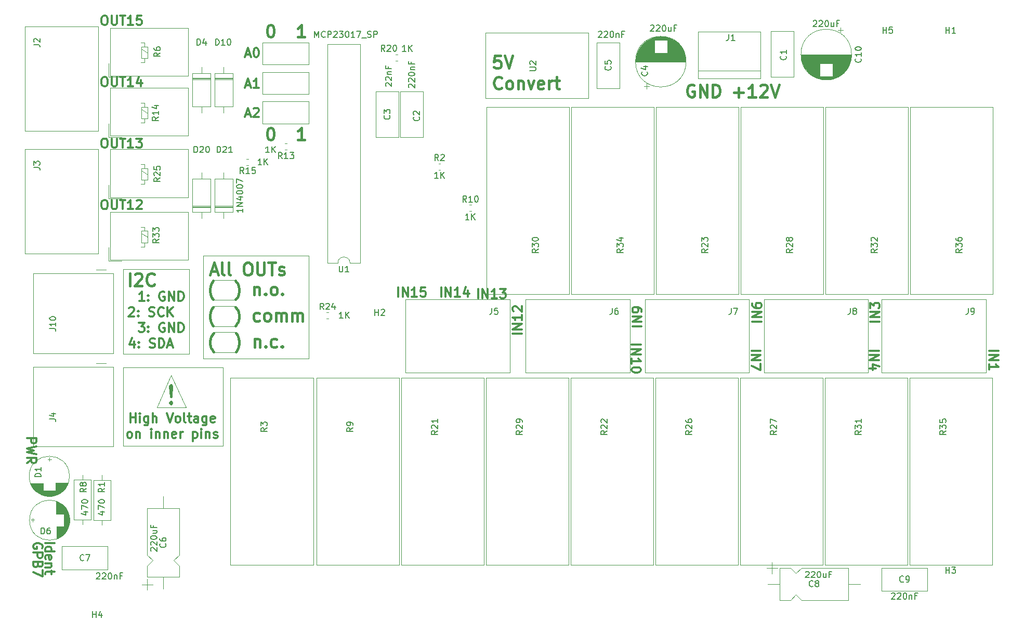
<source format=gto>
%TF.GenerationSoftware,KiCad,Pcbnew,(5.1.6)-1*%
%TF.CreationDate,2021-11-13T13:18:40+01:00*%
%TF.ProjectId,MCP23017 Sensor Board,4d435032-3330-4313-9720-53656e736f72,rev?*%
%TF.SameCoordinates,Original*%
%TF.FileFunction,Legend,Top*%
%TF.FilePolarity,Positive*%
%FSLAX46Y46*%
G04 Gerber Fmt 4.6, Leading zero omitted, Abs format (unit mm)*
G04 Created by KiCad (PCBNEW (5.1.6)-1) date 2021-11-13 13:18:40*
%MOMM*%
%LPD*%
G01*
G04 APERTURE LIST*
%ADD10C,0.120000*%
%ADD11C,0.300000*%
%ADD12C,0.400000*%
%ADD13C,0.150000*%
G04 APERTURE END LIST*
D10*
X103000000Y-95250000D02*
X106500000Y-95250000D01*
X103000000Y-92000000D02*
X106500000Y-92000000D01*
X103000000Y-91000000D02*
X106500000Y-91000000D01*
X103000000Y-87750000D02*
X106500000Y-87750000D01*
X103000000Y-86750000D02*
X106500000Y-86750000D01*
X103000000Y-83500000D02*
X106500000Y-83500000D01*
X88250000Y-110500000D02*
X88250000Y-97750000D01*
X104500000Y-110500000D02*
X88250000Y-110500000D01*
X104500000Y-97750000D02*
X104500000Y-110500000D01*
X88250000Y-97750000D02*
X104500000Y-97750000D01*
X96000000Y-99000000D02*
X93750000Y-104250000D01*
X98500000Y-104250000D02*
X96000000Y-99000000D01*
X93750000Y-104250000D02*
X98500000Y-104250000D01*
D11*
X89392857Y-106653571D02*
X89392857Y-105153571D01*
X89392857Y-105867857D02*
X90250000Y-105867857D01*
X90250000Y-106653571D02*
X90250000Y-105153571D01*
X90964285Y-106653571D02*
X90964285Y-105653571D01*
X90964285Y-105153571D02*
X90892857Y-105225000D01*
X90964285Y-105296428D01*
X91035714Y-105225000D01*
X90964285Y-105153571D01*
X90964285Y-105296428D01*
X92321428Y-105653571D02*
X92321428Y-106867857D01*
X92250000Y-107010714D01*
X92178571Y-107082142D01*
X92035714Y-107153571D01*
X91821428Y-107153571D01*
X91678571Y-107082142D01*
X92321428Y-106582142D02*
X92178571Y-106653571D01*
X91892857Y-106653571D01*
X91750000Y-106582142D01*
X91678571Y-106510714D01*
X91607142Y-106367857D01*
X91607142Y-105939285D01*
X91678571Y-105796428D01*
X91750000Y-105725000D01*
X91892857Y-105653571D01*
X92178571Y-105653571D01*
X92321428Y-105725000D01*
X93035714Y-106653571D02*
X93035714Y-105153571D01*
X93678571Y-106653571D02*
X93678571Y-105867857D01*
X93607142Y-105725000D01*
X93464285Y-105653571D01*
X93250000Y-105653571D01*
X93107142Y-105725000D01*
X93035714Y-105796428D01*
X95321428Y-105153571D02*
X95821428Y-106653571D01*
X96321428Y-105153571D01*
X97035714Y-106653571D02*
X96892857Y-106582142D01*
X96821428Y-106510714D01*
X96750000Y-106367857D01*
X96750000Y-105939285D01*
X96821428Y-105796428D01*
X96892857Y-105725000D01*
X97035714Y-105653571D01*
X97250000Y-105653571D01*
X97392857Y-105725000D01*
X97464285Y-105796428D01*
X97535714Y-105939285D01*
X97535714Y-106367857D01*
X97464285Y-106510714D01*
X97392857Y-106582142D01*
X97250000Y-106653571D01*
X97035714Y-106653571D01*
X98392857Y-106653571D02*
X98250000Y-106582142D01*
X98178571Y-106439285D01*
X98178571Y-105153571D01*
X98750000Y-105653571D02*
X99321428Y-105653571D01*
X98964285Y-105153571D02*
X98964285Y-106439285D01*
X99035714Y-106582142D01*
X99178571Y-106653571D01*
X99321428Y-106653571D01*
X100464285Y-106653571D02*
X100464285Y-105867857D01*
X100392857Y-105725000D01*
X100250000Y-105653571D01*
X99964285Y-105653571D01*
X99821428Y-105725000D01*
X100464285Y-106582142D02*
X100321428Y-106653571D01*
X99964285Y-106653571D01*
X99821428Y-106582142D01*
X99750000Y-106439285D01*
X99750000Y-106296428D01*
X99821428Y-106153571D01*
X99964285Y-106082142D01*
X100321428Y-106082142D01*
X100464285Y-106010714D01*
X101821428Y-105653571D02*
X101821428Y-106867857D01*
X101750000Y-107010714D01*
X101678571Y-107082142D01*
X101535714Y-107153571D01*
X101321428Y-107153571D01*
X101178571Y-107082142D01*
X101821428Y-106582142D02*
X101678571Y-106653571D01*
X101392857Y-106653571D01*
X101250000Y-106582142D01*
X101178571Y-106510714D01*
X101107142Y-106367857D01*
X101107142Y-105939285D01*
X101178571Y-105796428D01*
X101250000Y-105725000D01*
X101392857Y-105653571D01*
X101678571Y-105653571D01*
X101821428Y-105725000D01*
X103107142Y-106582142D02*
X102964285Y-106653571D01*
X102678571Y-106653571D01*
X102535714Y-106582142D01*
X102464285Y-106439285D01*
X102464285Y-105867857D01*
X102535714Y-105725000D01*
X102678571Y-105653571D01*
X102964285Y-105653571D01*
X103107142Y-105725000D01*
X103178571Y-105867857D01*
X103178571Y-106010714D01*
X102464285Y-106153571D01*
X89178571Y-109203571D02*
X89035714Y-109132142D01*
X88964285Y-109060714D01*
X88892857Y-108917857D01*
X88892857Y-108489285D01*
X88964285Y-108346428D01*
X89035714Y-108275000D01*
X89178571Y-108203571D01*
X89392857Y-108203571D01*
X89535714Y-108275000D01*
X89607142Y-108346428D01*
X89678571Y-108489285D01*
X89678571Y-108917857D01*
X89607142Y-109060714D01*
X89535714Y-109132142D01*
X89392857Y-109203571D01*
X89178571Y-109203571D01*
X90321428Y-108203571D02*
X90321428Y-109203571D01*
X90321428Y-108346428D02*
X90392857Y-108275000D01*
X90535714Y-108203571D01*
X90750000Y-108203571D01*
X90892857Y-108275000D01*
X90964285Y-108417857D01*
X90964285Y-109203571D01*
X92821428Y-109203571D02*
X92821428Y-108203571D01*
X92821428Y-107703571D02*
X92750000Y-107775000D01*
X92821428Y-107846428D01*
X92892857Y-107775000D01*
X92821428Y-107703571D01*
X92821428Y-107846428D01*
X93535714Y-108203571D02*
X93535714Y-109203571D01*
X93535714Y-108346428D02*
X93607142Y-108275000D01*
X93750000Y-108203571D01*
X93964285Y-108203571D01*
X94107142Y-108275000D01*
X94178571Y-108417857D01*
X94178571Y-109203571D01*
X94892857Y-108203571D02*
X94892857Y-109203571D01*
X94892857Y-108346428D02*
X94964285Y-108275000D01*
X95107142Y-108203571D01*
X95321428Y-108203571D01*
X95464285Y-108275000D01*
X95535714Y-108417857D01*
X95535714Y-109203571D01*
X96821428Y-109132142D02*
X96678571Y-109203571D01*
X96392857Y-109203571D01*
X96250000Y-109132142D01*
X96178571Y-108989285D01*
X96178571Y-108417857D01*
X96250000Y-108275000D01*
X96392857Y-108203571D01*
X96678571Y-108203571D01*
X96821428Y-108275000D01*
X96892857Y-108417857D01*
X96892857Y-108560714D01*
X96178571Y-108703571D01*
X97535714Y-109203571D02*
X97535714Y-108203571D01*
X97535714Y-108489285D02*
X97607142Y-108346428D01*
X97678571Y-108275000D01*
X97821428Y-108203571D01*
X97964285Y-108203571D01*
X99607142Y-108203571D02*
X99607142Y-109703571D01*
X99607142Y-108275000D02*
X99750000Y-108203571D01*
X100035714Y-108203571D01*
X100178571Y-108275000D01*
X100250000Y-108346428D01*
X100321428Y-108489285D01*
X100321428Y-108917857D01*
X100250000Y-109060714D01*
X100178571Y-109132142D01*
X100035714Y-109203571D01*
X99750000Y-109203571D01*
X99607142Y-109132142D01*
X100964285Y-109203571D02*
X100964285Y-108203571D01*
X100964285Y-107703571D02*
X100892857Y-107775000D01*
X100964285Y-107846428D01*
X101035714Y-107775000D01*
X100964285Y-107703571D01*
X100964285Y-107846428D01*
X101678571Y-108203571D02*
X101678571Y-109203571D01*
X101678571Y-108346428D02*
X101750000Y-108275000D01*
X101892857Y-108203571D01*
X102107142Y-108203571D01*
X102250000Y-108275000D01*
X102321428Y-108417857D01*
X102321428Y-109203571D01*
X102964285Y-109132142D02*
X103107142Y-109203571D01*
X103392857Y-109203571D01*
X103535714Y-109132142D01*
X103607142Y-108989285D01*
X103607142Y-108917857D01*
X103535714Y-108775000D01*
X103392857Y-108703571D01*
X103178571Y-108703571D01*
X103035714Y-108632142D01*
X102964285Y-108489285D01*
X102964285Y-108417857D01*
X103035714Y-108275000D01*
X103178571Y-108203571D01*
X103392857Y-108203571D01*
X103535714Y-108275000D01*
D12*
X96000000Y-103321428D02*
X96142857Y-103464285D01*
X96000000Y-103607142D01*
X95857142Y-103464285D01*
X96000000Y-103321428D01*
X96000000Y-103607142D01*
X96000000Y-102464285D02*
X95857142Y-100750000D01*
X96000000Y-100607142D01*
X96142857Y-100750000D01*
X96000000Y-102464285D01*
X96000000Y-100607142D01*
D10*
X88250000Y-95500000D02*
X88250000Y-81750000D01*
X99000000Y-95500000D02*
X88250000Y-95500000D01*
X99000000Y-81750000D02*
X99000000Y-95500000D01*
X88250000Y-81750000D02*
X99000000Y-81750000D01*
D11*
X91678571Y-86853571D02*
X90821428Y-86853571D01*
X91250000Y-86853571D02*
X91250000Y-85353571D01*
X91107142Y-85567857D01*
X90964285Y-85710714D01*
X90821428Y-85782142D01*
X92321428Y-86710714D02*
X92392857Y-86782142D01*
X92321428Y-86853571D01*
X92250000Y-86782142D01*
X92321428Y-86710714D01*
X92321428Y-86853571D01*
X92321428Y-85925000D02*
X92392857Y-85996428D01*
X92321428Y-86067857D01*
X92250000Y-85996428D01*
X92321428Y-85925000D01*
X92321428Y-86067857D01*
X94964285Y-85425000D02*
X94821428Y-85353571D01*
X94607142Y-85353571D01*
X94392857Y-85425000D01*
X94250000Y-85567857D01*
X94178571Y-85710714D01*
X94107142Y-85996428D01*
X94107142Y-86210714D01*
X94178571Y-86496428D01*
X94250000Y-86639285D01*
X94392857Y-86782142D01*
X94607142Y-86853571D01*
X94750000Y-86853571D01*
X94964285Y-86782142D01*
X95035714Y-86710714D01*
X95035714Y-86210714D01*
X94750000Y-86210714D01*
X95678571Y-86853571D02*
X95678571Y-85353571D01*
X96535714Y-86853571D01*
X96535714Y-85353571D01*
X97250000Y-86853571D02*
X97250000Y-85353571D01*
X97607142Y-85353571D01*
X97821428Y-85425000D01*
X97964285Y-85567857D01*
X98035714Y-85710714D01*
X98107142Y-85996428D01*
X98107142Y-86210714D01*
X98035714Y-86496428D01*
X97964285Y-86639285D01*
X97821428Y-86782142D01*
X97607142Y-86853571D01*
X97250000Y-86853571D01*
X89178571Y-88046428D02*
X89250000Y-87975000D01*
X89392857Y-87903571D01*
X89750000Y-87903571D01*
X89892857Y-87975000D01*
X89964285Y-88046428D01*
X90035714Y-88189285D01*
X90035714Y-88332142D01*
X89964285Y-88546428D01*
X89107142Y-89403571D01*
X90035714Y-89403571D01*
X90678571Y-89260714D02*
X90750000Y-89332142D01*
X90678571Y-89403571D01*
X90607142Y-89332142D01*
X90678571Y-89260714D01*
X90678571Y-89403571D01*
X90678571Y-88475000D02*
X90750000Y-88546428D01*
X90678571Y-88617857D01*
X90607142Y-88546428D01*
X90678571Y-88475000D01*
X90678571Y-88617857D01*
X92464285Y-89332142D02*
X92678571Y-89403571D01*
X93035714Y-89403571D01*
X93178571Y-89332142D01*
X93250000Y-89260714D01*
X93321428Y-89117857D01*
X93321428Y-88975000D01*
X93250000Y-88832142D01*
X93178571Y-88760714D01*
X93035714Y-88689285D01*
X92750000Y-88617857D01*
X92607142Y-88546428D01*
X92535714Y-88475000D01*
X92464285Y-88332142D01*
X92464285Y-88189285D01*
X92535714Y-88046428D01*
X92607142Y-87975000D01*
X92750000Y-87903571D01*
X93107142Y-87903571D01*
X93321428Y-87975000D01*
X94821428Y-89260714D02*
X94750000Y-89332142D01*
X94535714Y-89403571D01*
X94392857Y-89403571D01*
X94178571Y-89332142D01*
X94035714Y-89189285D01*
X93964285Y-89046428D01*
X93892857Y-88760714D01*
X93892857Y-88546428D01*
X93964285Y-88260714D01*
X94035714Y-88117857D01*
X94178571Y-87975000D01*
X94392857Y-87903571D01*
X94535714Y-87903571D01*
X94750000Y-87975000D01*
X94821428Y-88046428D01*
X95464285Y-89403571D02*
X95464285Y-87903571D01*
X96321428Y-89403571D02*
X95678571Y-88546428D01*
X96321428Y-87903571D02*
X95464285Y-88760714D01*
X90750000Y-90453571D02*
X91678571Y-90453571D01*
X91178571Y-91025000D01*
X91392857Y-91025000D01*
X91535714Y-91096428D01*
X91607142Y-91167857D01*
X91678571Y-91310714D01*
X91678571Y-91667857D01*
X91607142Y-91810714D01*
X91535714Y-91882142D01*
X91392857Y-91953571D01*
X90964285Y-91953571D01*
X90821428Y-91882142D01*
X90750000Y-91810714D01*
X92321428Y-91810714D02*
X92392857Y-91882142D01*
X92321428Y-91953571D01*
X92250000Y-91882142D01*
X92321428Y-91810714D01*
X92321428Y-91953571D01*
X92321428Y-91025000D02*
X92392857Y-91096428D01*
X92321428Y-91167857D01*
X92250000Y-91096428D01*
X92321428Y-91025000D01*
X92321428Y-91167857D01*
X94964285Y-90525000D02*
X94821428Y-90453571D01*
X94607142Y-90453571D01*
X94392857Y-90525000D01*
X94250000Y-90667857D01*
X94178571Y-90810714D01*
X94107142Y-91096428D01*
X94107142Y-91310714D01*
X94178571Y-91596428D01*
X94250000Y-91739285D01*
X94392857Y-91882142D01*
X94607142Y-91953571D01*
X94750000Y-91953571D01*
X94964285Y-91882142D01*
X95035714Y-91810714D01*
X95035714Y-91310714D01*
X94750000Y-91310714D01*
X95678571Y-91953571D02*
X95678571Y-90453571D01*
X96535714Y-91953571D01*
X96535714Y-90453571D01*
X97250000Y-91953571D02*
X97250000Y-90453571D01*
X97607142Y-90453571D01*
X97821428Y-90525000D01*
X97964285Y-90667857D01*
X98035714Y-90810714D01*
X98107142Y-91096428D01*
X98107142Y-91310714D01*
X98035714Y-91596428D01*
X97964285Y-91739285D01*
X97821428Y-91882142D01*
X97607142Y-91953571D01*
X97250000Y-91953571D01*
X90000000Y-93503571D02*
X90000000Y-94503571D01*
X89642857Y-92932142D02*
X89285714Y-94003571D01*
X90214285Y-94003571D01*
X90785714Y-94360714D02*
X90857142Y-94432142D01*
X90785714Y-94503571D01*
X90714285Y-94432142D01*
X90785714Y-94360714D01*
X90785714Y-94503571D01*
X90785714Y-93575000D02*
X90857142Y-93646428D01*
X90785714Y-93717857D01*
X90714285Y-93646428D01*
X90785714Y-93575000D01*
X90785714Y-93717857D01*
X92571428Y-94432142D02*
X92785714Y-94503571D01*
X93142857Y-94503571D01*
X93285714Y-94432142D01*
X93357142Y-94360714D01*
X93428571Y-94217857D01*
X93428571Y-94075000D01*
X93357142Y-93932142D01*
X93285714Y-93860714D01*
X93142857Y-93789285D01*
X92857142Y-93717857D01*
X92714285Y-93646428D01*
X92642857Y-93575000D01*
X92571428Y-93432142D01*
X92571428Y-93289285D01*
X92642857Y-93146428D01*
X92714285Y-93075000D01*
X92857142Y-93003571D01*
X93214285Y-93003571D01*
X93428571Y-93075000D01*
X94071428Y-94503571D02*
X94071428Y-93003571D01*
X94428571Y-93003571D01*
X94642857Y-93075000D01*
X94785714Y-93217857D01*
X94857142Y-93360714D01*
X94928571Y-93646428D01*
X94928571Y-93860714D01*
X94857142Y-94146428D01*
X94785714Y-94289285D01*
X94642857Y-94432142D01*
X94428571Y-94503571D01*
X94071428Y-94503571D01*
X95500000Y-94075000D02*
X96214285Y-94075000D01*
X95357142Y-94503571D02*
X95857142Y-93003571D01*
X96357142Y-94503571D01*
D10*
X101250000Y-96250000D02*
X101250000Y-79500000D01*
X118500000Y-96250000D02*
X101250000Y-96250000D01*
X118500000Y-79500000D02*
X118500000Y-96250000D01*
X101250000Y-79500000D02*
X118500000Y-79500000D01*
D12*
X102964285Y-95166666D02*
X102869047Y-95071428D01*
X102678571Y-94785714D01*
X102583333Y-94595238D01*
X102488095Y-94309523D01*
X102392857Y-93833333D01*
X102392857Y-93452380D01*
X102488095Y-92976190D01*
X102583333Y-92690476D01*
X102678571Y-92500000D01*
X102869047Y-92214285D01*
X102964285Y-92119047D01*
X106583333Y-95166666D02*
X106678571Y-95071428D01*
X106869047Y-94785714D01*
X106964285Y-94595238D01*
X107059523Y-94309523D01*
X107154761Y-93833333D01*
X107154761Y-93452380D01*
X107059523Y-92976190D01*
X106964285Y-92690476D01*
X106869047Y-92500000D01*
X106678571Y-92214285D01*
X106583333Y-92119047D01*
X109630952Y-93071428D02*
X109630952Y-94404761D01*
X109630952Y-93261904D02*
X109726190Y-93166666D01*
X109916666Y-93071428D01*
X110202380Y-93071428D01*
X110392857Y-93166666D01*
X110488095Y-93357142D01*
X110488095Y-94404761D01*
X111440476Y-94214285D02*
X111535714Y-94309523D01*
X111440476Y-94404761D01*
X111345238Y-94309523D01*
X111440476Y-94214285D01*
X111440476Y-94404761D01*
X113250000Y-94309523D02*
X113059523Y-94404761D01*
X112678571Y-94404761D01*
X112488095Y-94309523D01*
X112392857Y-94214285D01*
X112297619Y-94023809D01*
X112297619Y-93452380D01*
X112392857Y-93261904D01*
X112488095Y-93166666D01*
X112678571Y-93071428D01*
X113059523Y-93071428D01*
X113250000Y-93166666D01*
X114107142Y-94214285D02*
X114202380Y-94309523D01*
X114107142Y-94404761D01*
X114011904Y-94309523D01*
X114107142Y-94214285D01*
X114107142Y-94404761D01*
X102913948Y-90916666D02*
X102818709Y-90821428D01*
X102628233Y-90535714D01*
X102532995Y-90345238D01*
X102437757Y-90059523D01*
X102342519Y-89583333D01*
X102342519Y-89202380D01*
X102437757Y-88726190D01*
X102532995Y-88440476D01*
X102628233Y-88250000D01*
X102818709Y-87964285D01*
X102913948Y-87869047D01*
X106532995Y-90916666D02*
X106628233Y-90821428D01*
X106818709Y-90535714D01*
X106913948Y-90345238D01*
X107009186Y-90059523D01*
X107104424Y-89583333D01*
X107104424Y-89202380D01*
X107009186Y-88726190D01*
X106913948Y-88440476D01*
X106818709Y-88250000D01*
X106628233Y-87964285D01*
X106532995Y-87869047D01*
X110437757Y-90059523D02*
X110247281Y-90154761D01*
X109866328Y-90154761D01*
X109675852Y-90059523D01*
X109580614Y-89964285D01*
X109485376Y-89773809D01*
X109485376Y-89202380D01*
X109580614Y-89011904D01*
X109675852Y-88916666D01*
X109866328Y-88821428D01*
X110247281Y-88821428D01*
X110437757Y-88916666D01*
X111580614Y-90154761D02*
X111390138Y-90059523D01*
X111294900Y-89964285D01*
X111199662Y-89773809D01*
X111199662Y-89202380D01*
X111294900Y-89011904D01*
X111390138Y-88916666D01*
X111580614Y-88821428D01*
X111866328Y-88821428D01*
X112056805Y-88916666D01*
X112152043Y-89011904D01*
X112247281Y-89202380D01*
X112247281Y-89773809D01*
X112152043Y-89964285D01*
X112056805Y-90059523D01*
X111866328Y-90154761D01*
X111580614Y-90154761D01*
X113104424Y-90154761D02*
X113104424Y-88821428D01*
X113104424Y-89011904D02*
X113199662Y-88916666D01*
X113390138Y-88821428D01*
X113675852Y-88821428D01*
X113866328Y-88916666D01*
X113961567Y-89107142D01*
X113961567Y-90154761D01*
X113961567Y-89107142D02*
X114056805Y-88916666D01*
X114247281Y-88821428D01*
X114532995Y-88821428D01*
X114723471Y-88916666D01*
X114818709Y-89107142D01*
X114818709Y-90154761D01*
X115771090Y-90154761D02*
X115771090Y-88821428D01*
X115771090Y-89011904D02*
X115866328Y-88916666D01*
X116056805Y-88821428D01*
X116342519Y-88821428D01*
X116532995Y-88916666D01*
X116628233Y-89107142D01*
X116628233Y-90154761D01*
X116628233Y-89107142D02*
X116723471Y-88916666D01*
X116913948Y-88821428D01*
X117199662Y-88821428D01*
X117390138Y-88916666D01*
X117485376Y-89107142D01*
X117485376Y-90154761D01*
X102916666Y-86666666D02*
X102821428Y-86571428D01*
X102630952Y-86285714D01*
X102535714Y-86095238D01*
X102440476Y-85809523D01*
X102345238Y-85333333D01*
X102345238Y-84952380D01*
X102440476Y-84476190D01*
X102535714Y-84190476D01*
X102630952Y-84000000D01*
X102821428Y-83714285D01*
X102916666Y-83619047D01*
X106535714Y-86666666D02*
X106630952Y-86571428D01*
X106821428Y-86285714D01*
X106916666Y-86095238D01*
X107011904Y-85809523D01*
X107107142Y-85333333D01*
X107107142Y-84952380D01*
X107011904Y-84476190D01*
X106916666Y-84190476D01*
X106821428Y-84000000D01*
X106630952Y-83714285D01*
X106535714Y-83619047D01*
X109583333Y-84571428D02*
X109583333Y-85904761D01*
X109583333Y-84761904D02*
X109678571Y-84666666D01*
X109869047Y-84571428D01*
X110154761Y-84571428D01*
X110345238Y-84666666D01*
X110440476Y-84857142D01*
X110440476Y-85904761D01*
X111392857Y-85714285D02*
X111488095Y-85809523D01*
X111392857Y-85904761D01*
X111297619Y-85809523D01*
X111392857Y-85714285D01*
X111392857Y-85904761D01*
X112630952Y-85904761D02*
X112440476Y-85809523D01*
X112345238Y-85714285D01*
X112249999Y-85523809D01*
X112249999Y-84952380D01*
X112345238Y-84761904D01*
X112440476Y-84666666D01*
X112630952Y-84571428D01*
X112916666Y-84571428D01*
X113107142Y-84666666D01*
X113202380Y-84761904D01*
X113297619Y-84952380D01*
X113297619Y-85523809D01*
X113202380Y-85714285D01*
X113107142Y-85809523D01*
X112916666Y-85904761D01*
X112630952Y-85904761D01*
X114154761Y-85714285D02*
X114249999Y-85809523D01*
X114154761Y-85904761D01*
X114059523Y-85809523D01*
X114154761Y-85714285D01*
X114154761Y-85904761D01*
X102547619Y-82083333D02*
X103500000Y-82083333D01*
X102357142Y-82654761D02*
X103023809Y-80654761D01*
X103690476Y-82654761D01*
X104642857Y-82654761D02*
X104452380Y-82559523D01*
X104357142Y-82369047D01*
X104357142Y-80654761D01*
X105690476Y-82654761D02*
X105500000Y-82559523D01*
X105404761Y-82369047D01*
X105404761Y-80654761D01*
X108357142Y-80654761D02*
X108738095Y-80654761D01*
X108928571Y-80750000D01*
X109119047Y-80940476D01*
X109214285Y-81321428D01*
X109214285Y-81988095D01*
X109119047Y-82369047D01*
X108928571Y-82559523D01*
X108738095Y-82654761D01*
X108357142Y-82654761D01*
X108166666Y-82559523D01*
X107976190Y-82369047D01*
X107880952Y-81988095D01*
X107880952Y-81321428D01*
X107976190Y-80940476D01*
X108166666Y-80750000D01*
X108357142Y-80654761D01*
X110071428Y-80654761D02*
X110071428Y-82273809D01*
X110166666Y-82464285D01*
X110261904Y-82559523D01*
X110452380Y-82654761D01*
X110833333Y-82654761D01*
X111023809Y-82559523D01*
X111119047Y-82464285D01*
X111214285Y-82273809D01*
X111214285Y-80654761D01*
X111880952Y-80654761D02*
X113023809Y-80654761D01*
X112452380Y-82654761D02*
X112452380Y-80654761D01*
X113595238Y-82559523D02*
X113785714Y-82654761D01*
X114166666Y-82654761D01*
X114357142Y-82559523D01*
X114452380Y-82369047D01*
X114452380Y-82273809D01*
X114357142Y-82083333D01*
X114166666Y-81988095D01*
X113880952Y-81988095D01*
X113690476Y-81892857D01*
X113595238Y-81702380D01*
X113595238Y-81607142D01*
X113690476Y-81416666D01*
X113880952Y-81321428D01*
X114166666Y-81321428D01*
X114357142Y-81416666D01*
D11*
X85071428Y-70428571D02*
X85357142Y-70428571D01*
X85500000Y-70500000D01*
X85642857Y-70642857D01*
X85714285Y-70928571D01*
X85714285Y-71428571D01*
X85642857Y-71714285D01*
X85500000Y-71857142D01*
X85357142Y-71928571D01*
X85071428Y-71928571D01*
X84928571Y-71857142D01*
X84785714Y-71714285D01*
X84714285Y-71428571D01*
X84714285Y-70928571D01*
X84785714Y-70642857D01*
X84928571Y-70500000D01*
X85071428Y-70428571D01*
X86357142Y-70428571D02*
X86357142Y-71642857D01*
X86428571Y-71785714D01*
X86500000Y-71857142D01*
X86642857Y-71928571D01*
X86928571Y-71928571D01*
X87071428Y-71857142D01*
X87142857Y-71785714D01*
X87214285Y-71642857D01*
X87214285Y-70428571D01*
X87714285Y-70428571D02*
X88571428Y-70428571D01*
X88142857Y-71928571D02*
X88142857Y-70428571D01*
X89857142Y-71928571D02*
X89000000Y-71928571D01*
X89428571Y-71928571D02*
X89428571Y-70428571D01*
X89285714Y-70642857D01*
X89142857Y-70785714D01*
X89000000Y-70857142D01*
X90428571Y-70571428D02*
X90500000Y-70500000D01*
X90642857Y-70428571D01*
X91000000Y-70428571D01*
X91142857Y-70500000D01*
X91214285Y-70571428D01*
X91285714Y-70714285D01*
X91285714Y-70857142D01*
X91214285Y-71071428D01*
X90357142Y-71928571D01*
X91285714Y-71928571D01*
X85071428Y-60428571D02*
X85357142Y-60428571D01*
X85500000Y-60500000D01*
X85642857Y-60642857D01*
X85714285Y-60928571D01*
X85714285Y-61428571D01*
X85642857Y-61714285D01*
X85500000Y-61857142D01*
X85357142Y-61928571D01*
X85071428Y-61928571D01*
X84928571Y-61857142D01*
X84785714Y-61714285D01*
X84714285Y-61428571D01*
X84714285Y-60928571D01*
X84785714Y-60642857D01*
X84928571Y-60500000D01*
X85071428Y-60428571D01*
X86357142Y-60428571D02*
X86357142Y-61642857D01*
X86428571Y-61785714D01*
X86500000Y-61857142D01*
X86642857Y-61928571D01*
X86928571Y-61928571D01*
X87071428Y-61857142D01*
X87142857Y-61785714D01*
X87214285Y-61642857D01*
X87214285Y-60428571D01*
X87714285Y-60428571D02*
X88571428Y-60428571D01*
X88142857Y-61928571D02*
X88142857Y-60428571D01*
X89857142Y-61928571D02*
X89000000Y-61928571D01*
X89428571Y-61928571D02*
X89428571Y-60428571D01*
X89285714Y-60642857D01*
X89142857Y-60785714D01*
X89000000Y-60857142D01*
X90357142Y-60428571D02*
X91285714Y-60428571D01*
X90785714Y-61000000D01*
X91000000Y-61000000D01*
X91142857Y-61071428D01*
X91214285Y-61142857D01*
X91285714Y-61285714D01*
X91285714Y-61642857D01*
X91214285Y-61785714D01*
X91142857Y-61857142D01*
X91000000Y-61928571D01*
X90571428Y-61928571D01*
X90428571Y-61857142D01*
X90357142Y-61785714D01*
X85071428Y-50428571D02*
X85357142Y-50428571D01*
X85500000Y-50500000D01*
X85642857Y-50642857D01*
X85714285Y-50928571D01*
X85714285Y-51428571D01*
X85642857Y-51714285D01*
X85500000Y-51857142D01*
X85357142Y-51928571D01*
X85071428Y-51928571D01*
X84928571Y-51857142D01*
X84785714Y-51714285D01*
X84714285Y-51428571D01*
X84714285Y-50928571D01*
X84785714Y-50642857D01*
X84928571Y-50500000D01*
X85071428Y-50428571D01*
X86357142Y-50428571D02*
X86357142Y-51642857D01*
X86428571Y-51785714D01*
X86500000Y-51857142D01*
X86642857Y-51928571D01*
X86928571Y-51928571D01*
X87071428Y-51857142D01*
X87142857Y-51785714D01*
X87214285Y-51642857D01*
X87214285Y-50428571D01*
X87714285Y-50428571D02*
X88571428Y-50428571D01*
X88142857Y-51928571D02*
X88142857Y-50428571D01*
X89857142Y-51928571D02*
X89000000Y-51928571D01*
X89428571Y-51928571D02*
X89428571Y-50428571D01*
X89285714Y-50642857D01*
X89142857Y-50785714D01*
X89000000Y-50857142D01*
X91142857Y-50928571D02*
X91142857Y-51928571D01*
X90785714Y-50357142D02*
X90428571Y-51428571D01*
X91357142Y-51428571D01*
X85071428Y-40428571D02*
X85357142Y-40428571D01*
X85500000Y-40500000D01*
X85642857Y-40642857D01*
X85714285Y-40928571D01*
X85714285Y-41428571D01*
X85642857Y-41714285D01*
X85500000Y-41857142D01*
X85357142Y-41928571D01*
X85071428Y-41928571D01*
X84928571Y-41857142D01*
X84785714Y-41714285D01*
X84714285Y-41428571D01*
X84714285Y-40928571D01*
X84785714Y-40642857D01*
X84928571Y-40500000D01*
X85071428Y-40428571D01*
X86357142Y-40428571D02*
X86357142Y-41642857D01*
X86428571Y-41785714D01*
X86500000Y-41857142D01*
X86642857Y-41928571D01*
X86928571Y-41928571D01*
X87071428Y-41857142D01*
X87142857Y-41785714D01*
X87214285Y-41642857D01*
X87214285Y-40428571D01*
X87714285Y-40428571D02*
X88571428Y-40428571D01*
X88142857Y-41928571D02*
X88142857Y-40428571D01*
X89857142Y-41928571D02*
X89000000Y-41928571D01*
X89428571Y-41928571D02*
X89428571Y-40428571D01*
X89285714Y-40642857D01*
X89142857Y-40785714D01*
X89000000Y-40857142D01*
X91214285Y-40428571D02*
X90500000Y-40428571D01*
X90428571Y-41142857D01*
X90500000Y-41071428D01*
X90642857Y-41000000D01*
X91000000Y-41000000D01*
X91142857Y-41071428D01*
X91214285Y-41142857D01*
X91285714Y-41285714D01*
X91285714Y-41642857D01*
X91214285Y-41785714D01*
X91142857Y-41857142D01*
X91000000Y-41928571D01*
X90642857Y-41928571D01*
X90500000Y-41857142D01*
X90428571Y-41785714D01*
X133035714Y-86178571D02*
X133035714Y-84678571D01*
X133750000Y-86178571D02*
X133750000Y-84678571D01*
X134607142Y-86178571D01*
X134607142Y-84678571D01*
X136107142Y-86178571D02*
X135250000Y-86178571D01*
X135678571Y-86178571D02*
X135678571Y-84678571D01*
X135535714Y-84892857D01*
X135392857Y-85035714D01*
X135250000Y-85107142D01*
X137464285Y-84678571D02*
X136750000Y-84678571D01*
X136678571Y-85392857D01*
X136750000Y-85321428D01*
X136892857Y-85250000D01*
X137250000Y-85250000D01*
X137392857Y-85321428D01*
X137464285Y-85392857D01*
X137535714Y-85535714D01*
X137535714Y-85892857D01*
X137464285Y-86035714D01*
X137392857Y-86107142D01*
X137250000Y-86178571D01*
X136892857Y-86178571D01*
X136750000Y-86107142D01*
X136678571Y-86035714D01*
X140035714Y-86178571D02*
X140035714Y-84678571D01*
X140750000Y-86178571D02*
X140750000Y-84678571D01*
X141607142Y-86178571D01*
X141607142Y-84678571D01*
X143107142Y-86178571D02*
X142250000Y-86178571D01*
X142678571Y-86178571D02*
X142678571Y-84678571D01*
X142535714Y-84892857D01*
X142392857Y-85035714D01*
X142250000Y-85107142D01*
X144392857Y-85178571D02*
X144392857Y-86178571D01*
X144035714Y-84607142D02*
X143678571Y-85678571D01*
X144607142Y-85678571D01*
X146035714Y-86428571D02*
X146035714Y-84928571D01*
X146750000Y-86428571D02*
X146750000Y-84928571D01*
X147607142Y-86428571D01*
X147607142Y-84928571D01*
X149107142Y-86428571D02*
X148250000Y-86428571D01*
X148678571Y-86428571D02*
X148678571Y-84928571D01*
X148535714Y-85142857D01*
X148392857Y-85285714D01*
X148250000Y-85357142D01*
X149607142Y-84928571D02*
X150535714Y-84928571D01*
X150035714Y-85500000D01*
X150250000Y-85500000D01*
X150392857Y-85571428D01*
X150464285Y-85642857D01*
X150535714Y-85785714D01*
X150535714Y-86142857D01*
X150464285Y-86285714D01*
X150392857Y-86357142D01*
X150250000Y-86428571D01*
X149821428Y-86428571D01*
X149678571Y-86357142D01*
X149607142Y-86285714D01*
X153178571Y-92214285D02*
X151678571Y-92214285D01*
X153178571Y-91500000D02*
X151678571Y-91500000D01*
X153178571Y-90642857D01*
X151678571Y-90642857D01*
X153178571Y-89142857D02*
X153178571Y-90000000D01*
X153178571Y-89571428D02*
X151678571Y-89571428D01*
X151892857Y-89714285D01*
X152035714Y-89857142D01*
X152107142Y-90000000D01*
X151821428Y-88571428D02*
X151750000Y-88500000D01*
X151678571Y-88357142D01*
X151678571Y-88000000D01*
X151750000Y-87857142D01*
X151821428Y-87785714D01*
X151964285Y-87714285D01*
X152107142Y-87714285D01*
X152321428Y-87785714D01*
X153178571Y-88642857D01*
X153178571Y-87714285D01*
X171071428Y-94035714D02*
X172571428Y-94035714D01*
X171071428Y-94750000D02*
X172571428Y-94750000D01*
X171071428Y-95607142D01*
X172571428Y-95607142D01*
X171071428Y-97107142D02*
X171071428Y-96250000D01*
X171071428Y-96678571D02*
X172571428Y-96678571D01*
X172357142Y-96535714D01*
X172214285Y-96392857D01*
X172142857Y-96250000D01*
X172571428Y-98035714D02*
X172571428Y-98178571D01*
X172500000Y-98321428D01*
X172428571Y-98392857D01*
X172285714Y-98464285D01*
X172000000Y-98535714D01*
X171642857Y-98535714D01*
X171357142Y-98464285D01*
X171214285Y-98392857D01*
X171142857Y-98321428D01*
X171071428Y-98178571D01*
X171071428Y-98035714D01*
X171142857Y-97892857D01*
X171214285Y-97821428D01*
X171357142Y-97750000D01*
X171642857Y-97678571D01*
X172000000Y-97678571D01*
X172285714Y-97750000D01*
X172428571Y-97821428D01*
X172500000Y-97892857D01*
X172571428Y-98035714D01*
X172678571Y-91000000D02*
X171178571Y-91000000D01*
X172678571Y-90285714D02*
X171178571Y-90285714D01*
X172678571Y-89428571D01*
X171178571Y-89428571D01*
X172678571Y-88642857D02*
X172678571Y-88357142D01*
X172607142Y-88214285D01*
X172535714Y-88142857D01*
X172321428Y-88000000D01*
X172035714Y-87928571D01*
X171464285Y-87928571D01*
X171321428Y-88000000D01*
X171250000Y-88071428D01*
X171178571Y-88214285D01*
X171178571Y-88500000D01*
X171250000Y-88642857D01*
X171321428Y-88714285D01*
X171464285Y-88785714D01*
X171821428Y-88785714D01*
X171964285Y-88714285D01*
X172035714Y-88642857D01*
X172107142Y-88500000D01*
X172107142Y-88214285D01*
X172035714Y-88071428D01*
X171964285Y-88000000D01*
X171821428Y-87928571D01*
X190571428Y-95000000D02*
X192071428Y-95000000D01*
X190571428Y-95714285D02*
X192071428Y-95714285D01*
X190571428Y-96571428D01*
X192071428Y-96571428D01*
X192071428Y-97142857D02*
X192071428Y-98142857D01*
X190571428Y-97500000D01*
X192178571Y-90250000D02*
X190678571Y-90250000D01*
X192178571Y-89535714D02*
X190678571Y-89535714D01*
X192178571Y-88678571D01*
X190678571Y-88678571D01*
X190678571Y-87321428D02*
X190678571Y-87607142D01*
X190750000Y-87750000D01*
X190821428Y-87821428D01*
X191035714Y-87964285D01*
X191321428Y-88035714D01*
X191892857Y-88035714D01*
X192035714Y-87964285D01*
X192107142Y-87892857D01*
X192178571Y-87750000D01*
X192178571Y-87464285D01*
X192107142Y-87321428D01*
X192035714Y-87250000D01*
X191892857Y-87178571D01*
X191535714Y-87178571D01*
X191392857Y-87250000D01*
X191321428Y-87321428D01*
X191250000Y-87464285D01*
X191250000Y-87750000D01*
X191321428Y-87892857D01*
X191392857Y-87964285D01*
X191535714Y-88035714D01*
X209821428Y-95000000D02*
X211321428Y-95000000D01*
X209821428Y-95714285D02*
X211321428Y-95714285D01*
X209821428Y-96571428D01*
X211321428Y-96571428D01*
X210821428Y-97928571D02*
X209821428Y-97928571D01*
X211392857Y-97571428D02*
X210321428Y-97214285D01*
X210321428Y-98142857D01*
X211428571Y-90250000D02*
X209928571Y-90250000D01*
X211428571Y-89535714D02*
X209928571Y-89535714D01*
X211428571Y-88678571D01*
X209928571Y-88678571D01*
X209928571Y-88107142D02*
X209928571Y-87178571D01*
X210500000Y-87678571D01*
X210500000Y-87464285D01*
X210571428Y-87321428D01*
X210642857Y-87250000D01*
X210785714Y-87178571D01*
X211142857Y-87178571D01*
X211285714Y-87250000D01*
X211357142Y-87321428D01*
X211428571Y-87464285D01*
X211428571Y-87892857D01*
X211357142Y-88035714D01*
X211285714Y-88107142D01*
X229321428Y-95000000D02*
X230821428Y-95000000D01*
X229321428Y-95714285D02*
X230821428Y-95714285D01*
X229321428Y-96571428D01*
X230821428Y-96571428D01*
X229321428Y-98071428D02*
X229321428Y-97214285D01*
X229321428Y-97642857D02*
X230821428Y-97642857D01*
X230607142Y-97500000D01*
X230464285Y-97357142D01*
X230392857Y-97214285D01*
D12*
X149688571Y-46954761D02*
X148736190Y-46954761D01*
X148640952Y-47907142D01*
X148736190Y-47811904D01*
X148926666Y-47716666D01*
X149402857Y-47716666D01*
X149593333Y-47811904D01*
X149688571Y-47907142D01*
X149783809Y-48097619D01*
X149783809Y-48573809D01*
X149688571Y-48764285D01*
X149593333Y-48859523D01*
X149402857Y-48954761D01*
X148926666Y-48954761D01*
X148736190Y-48859523D01*
X148640952Y-48764285D01*
X150355238Y-46954761D02*
X151021904Y-48954761D01*
X151688571Y-46954761D01*
X149879047Y-52164285D02*
X149783809Y-52259523D01*
X149498095Y-52354761D01*
X149307619Y-52354761D01*
X149021904Y-52259523D01*
X148831428Y-52069047D01*
X148736190Y-51878571D01*
X148640952Y-51497619D01*
X148640952Y-51211904D01*
X148736190Y-50830952D01*
X148831428Y-50640476D01*
X149021904Y-50450000D01*
X149307619Y-50354761D01*
X149498095Y-50354761D01*
X149783809Y-50450000D01*
X149879047Y-50545238D01*
X151021904Y-52354761D02*
X150831428Y-52259523D01*
X150736190Y-52164285D01*
X150640952Y-51973809D01*
X150640952Y-51402380D01*
X150736190Y-51211904D01*
X150831428Y-51116666D01*
X151021904Y-51021428D01*
X151307619Y-51021428D01*
X151498095Y-51116666D01*
X151593333Y-51211904D01*
X151688571Y-51402380D01*
X151688571Y-51973809D01*
X151593333Y-52164285D01*
X151498095Y-52259523D01*
X151307619Y-52354761D01*
X151021904Y-52354761D01*
X152545714Y-51021428D02*
X152545714Y-52354761D01*
X152545714Y-51211904D02*
X152640952Y-51116666D01*
X152831428Y-51021428D01*
X153117142Y-51021428D01*
X153307619Y-51116666D01*
X153402857Y-51307142D01*
X153402857Y-52354761D01*
X154164761Y-51021428D02*
X154640952Y-52354761D01*
X155117142Y-51021428D01*
X156640952Y-52259523D02*
X156450476Y-52354761D01*
X156069523Y-52354761D01*
X155879047Y-52259523D01*
X155783809Y-52069047D01*
X155783809Y-51307142D01*
X155879047Y-51116666D01*
X156069523Y-51021428D01*
X156450476Y-51021428D01*
X156640952Y-51116666D01*
X156736190Y-51307142D01*
X156736190Y-51497619D01*
X155783809Y-51688095D01*
X157593333Y-52354761D02*
X157593333Y-51021428D01*
X157593333Y-51402380D02*
X157688571Y-51211904D01*
X157783809Y-51116666D01*
X157974285Y-51021428D01*
X158164761Y-51021428D01*
X158545714Y-51021428D02*
X159307619Y-51021428D01*
X158831428Y-50354761D02*
X158831428Y-52069047D01*
X158926666Y-52259523D01*
X159117142Y-52354761D01*
X159307619Y-52354761D01*
D11*
X75000000Y-127178571D02*
X75071428Y-127035714D01*
X75071428Y-126821428D01*
X75000000Y-126607142D01*
X74857142Y-126464285D01*
X74714285Y-126392857D01*
X74428571Y-126321428D01*
X74214285Y-126321428D01*
X73928571Y-126392857D01*
X73785714Y-126464285D01*
X73642857Y-126607142D01*
X73571428Y-126821428D01*
X73571428Y-126964285D01*
X73642857Y-127178571D01*
X73714285Y-127250000D01*
X74214285Y-127250000D01*
X74214285Y-126964285D01*
X73571428Y-127892857D02*
X75071428Y-127892857D01*
X75071428Y-128464285D01*
X75000000Y-128607142D01*
X74928571Y-128678571D01*
X74785714Y-128750000D01*
X74571428Y-128750000D01*
X74428571Y-128678571D01*
X74357142Y-128607142D01*
X74285714Y-128464285D01*
X74285714Y-127892857D01*
X74357142Y-129892857D02*
X74285714Y-130107142D01*
X74214285Y-130178571D01*
X74071428Y-130250000D01*
X73857142Y-130250000D01*
X73714285Y-130178571D01*
X73642857Y-130107142D01*
X73571428Y-129964285D01*
X73571428Y-129392857D01*
X75071428Y-129392857D01*
X75071428Y-129892857D01*
X75000000Y-130035714D01*
X74928571Y-130107142D01*
X74785714Y-130178571D01*
X74642857Y-130178571D01*
X74500000Y-130107142D01*
X74428571Y-130035714D01*
X74357142Y-129892857D01*
X74357142Y-129392857D01*
X75071428Y-130750000D02*
X75071428Y-131750000D01*
X73571428Y-131107142D01*
D12*
X117821428Y-43904761D02*
X116678571Y-43904761D01*
X117250000Y-43904761D02*
X117250000Y-41904761D01*
X117059523Y-42190476D01*
X116869047Y-42380952D01*
X116678571Y-42476190D01*
X112154761Y-41904761D02*
X112345238Y-41904761D01*
X112535714Y-42000000D01*
X112630952Y-42095238D01*
X112726190Y-42285714D01*
X112821428Y-42666666D01*
X112821428Y-43142857D01*
X112726190Y-43523809D01*
X112630952Y-43714285D01*
X112535714Y-43809523D01*
X112345238Y-43904761D01*
X112154761Y-43904761D01*
X111964285Y-43809523D01*
X111869047Y-43714285D01*
X111773809Y-43523809D01*
X111678571Y-43142857D01*
X111678571Y-42666666D01*
X111773809Y-42285714D01*
X111869047Y-42095238D01*
X111964285Y-42000000D01*
X112154761Y-41904761D01*
X112154761Y-58654761D02*
X112345238Y-58654761D01*
X112535714Y-58750000D01*
X112630952Y-58845238D01*
X112726190Y-59035714D01*
X112821428Y-59416666D01*
X112821428Y-59892857D01*
X112726190Y-60273809D01*
X112630952Y-60464285D01*
X112535714Y-60559523D01*
X112345238Y-60654761D01*
X112154761Y-60654761D01*
X111964285Y-60559523D01*
X111869047Y-60464285D01*
X111773809Y-60273809D01*
X111678571Y-59892857D01*
X111678571Y-59416666D01*
X111773809Y-59035714D01*
X111869047Y-58845238D01*
X111964285Y-58750000D01*
X112154761Y-58654761D01*
X117821428Y-60654761D02*
X116678571Y-60654761D01*
X117250000Y-60654761D02*
X117250000Y-58654761D01*
X117059523Y-58940476D01*
X116869047Y-59130952D01*
X116678571Y-59226190D01*
D11*
X108178571Y-56500000D02*
X108892857Y-56500000D01*
X108035714Y-56928571D02*
X108535714Y-55428571D01*
X109035714Y-56928571D01*
X109464285Y-55571428D02*
X109535714Y-55500000D01*
X109678571Y-55428571D01*
X110035714Y-55428571D01*
X110178571Y-55500000D01*
X110250000Y-55571428D01*
X110321428Y-55714285D01*
X110321428Y-55857142D01*
X110250000Y-56071428D01*
X109392857Y-56928571D01*
X110321428Y-56928571D01*
X108178571Y-51750000D02*
X108892857Y-51750000D01*
X108035714Y-52178571D02*
X108535714Y-50678571D01*
X109035714Y-52178571D01*
X110321428Y-52178571D02*
X109464285Y-52178571D01*
X109892857Y-52178571D02*
X109892857Y-50678571D01*
X109750000Y-50892857D01*
X109607142Y-51035714D01*
X109464285Y-51107142D01*
X108178571Y-46750000D02*
X108892857Y-46750000D01*
X108035714Y-47178571D02*
X108535714Y-45678571D01*
X109035714Y-47178571D01*
X109821428Y-45678571D02*
X109964285Y-45678571D01*
X110107142Y-45750000D01*
X110178571Y-45821428D01*
X110250000Y-45964285D01*
X110321428Y-46250000D01*
X110321428Y-46607142D01*
X110250000Y-46892857D01*
X110178571Y-47035714D01*
X110107142Y-47107142D01*
X109964285Y-47178571D01*
X109821428Y-47178571D01*
X109678571Y-47107142D01*
X109607142Y-47035714D01*
X109535714Y-46892857D01*
X109464285Y-46607142D01*
X109464285Y-46250000D01*
X109535714Y-45964285D01*
X109607142Y-45821428D01*
X109678571Y-45750000D01*
X109821428Y-45678571D01*
D12*
X89297619Y-84404761D02*
X89297619Y-82404761D01*
X90154761Y-82595238D02*
X90250000Y-82500000D01*
X90440476Y-82404761D01*
X90916666Y-82404761D01*
X91107142Y-82500000D01*
X91202380Y-82595238D01*
X91297619Y-82785714D01*
X91297619Y-82976190D01*
X91202380Y-83261904D01*
X90059523Y-84404761D01*
X91297619Y-84404761D01*
X93297619Y-84214285D02*
X93202380Y-84309523D01*
X92916666Y-84404761D01*
X92726190Y-84404761D01*
X92440476Y-84309523D01*
X92250000Y-84119047D01*
X92154761Y-83928571D01*
X92059523Y-83547619D01*
X92059523Y-83261904D01*
X92154761Y-82880952D01*
X92250000Y-82690476D01*
X92440476Y-82500000D01*
X92726190Y-82404761D01*
X92916666Y-82404761D01*
X93202380Y-82500000D01*
X93297619Y-82595238D01*
D11*
X75571428Y-126321428D02*
X77071428Y-126321428D01*
X75571428Y-127678571D02*
X77071428Y-127678571D01*
X75642857Y-127678571D02*
X75571428Y-127535714D01*
X75571428Y-127250000D01*
X75642857Y-127107142D01*
X75714285Y-127035714D01*
X75857142Y-126964285D01*
X76285714Y-126964285D01*
X76428571Y-127035714D01*
X76500000Y-127107142D01*
X76571428Y-127250000D01*
X76571428Y-127535714D01*
X76500000Y-127678571D01*
X75642857Y-128964285D02*
X75571428Y-128821428D01*
X75571428Y-128535714D01*
X75642857Y-128392857D01*
X75785714Y-128321428D01*
X76357142Y-128321428D01*
X76500000Y-128392857D01*
X76571428Y-128535714D01*
X76571428Y-128821428D01*
X76500000Y-128964285D01*
X76357142Y-129035714D01*
X76214285Y-129035714D01*
X76071428Y-128321428D01*
X76571428Y-129678571D02*
X75571428Y-129678571D01*
X76428571Y-129678571D02*
X76500000Y-129750000D01*
X76571428Y-129892857D01*
X76571428Y-130107142D01*
X76500000Y-130250000D01*
X76357142Y-130321428D01*
X75571428Y-130321428D01*
X76571428Y-130821428D02*
X76571428Y-131392857D01*
X77071428Y-131035714D02*
X75785714Y-131035714D01*
X75642857Y-131107142D01*
X75571428Y-131250000D01*
X75571428Y-131392857D01*
X72571428Y-109250000D02*
X74071428Y-109250000D01*
X74071428Y-109821428D01*
X74000000Y-109964285D01*
X73928571Y-110035714D01*
X73785714Y-110107142D01*
X73571428Y-110107142D01*
X73428571Y-110035714D01*
X73357142Y-109964285D01*
X73285714Y-109821428D01*
X73285714Y-109250000D01*
X74071428Y-110607142D02*
X72571428Y-110964285D01*
X73642857Y-111250000D01*
X72571428Y-111535714D01*
X74071428Y-111892857D01*
X72571428Y-113321428D02*
X73285714Y-112821428D01*
X72571428Y-112464285D02*
X74071428Y-112464285D01*
X74071428Y-113035714D01*
X74000000Y-113178571D01*
X73928571Y-113250000D01*
X73785714Y-113321428D01*
X73571428Y-113321428D01*
X73428571Y-113250000D01*
X73357142Y-113178571D01*
X73285714Y-113035714D01*
X73285714Y-112464285D01*
D12*
X187726190Y-52892857D02*
X189250000Y-52892857D01*
X188488095Y-53654761D02*
X188488095Y-52130952D01*
X191250000Y-53654761D02*
X190107142Y-53654761D01*
X190678571Y-53654761D02*
X190678571Y-51654761D01*
X190488095Y-51940476D01*
X190297619Y-52130952D01*
X190107142Y-52226190D01*
X192011904Y-51845238D02*
X192107142Y-51750000D01*
X192297619Y-51654761D01*
X192773809Y-51654761D01*
X192964285Y-51750000D01*
X193059523Y-51845238D01*
X193154761Y-52035714D01*
X193154761Y-52226190D01*
X193059523Y-52511904D01*
X191916666Y-53654761D01*
X193154761Y-53654761D01*
X193726190Y-51654761D02*
X194392857Y-53654761D01*
X195059523Y-51654761D01*
X181226190Y-51750000D02*
X181035714Y-51654761D01*
X180750000Y-51654761D01*
X180464285Y-51750000D01*
X180273809Y-51940476D01*
X180178571Y-52130952D01*
X180083333Y-52511904D01*
X180083333Y-52797619D01*
X180178571Y-53178571D01*
X180273809Y-53369047D01*
X180464285Y-53559523D01*
X180750000Y-53654761D01*
X180940476Y-53654761D01*
X181226190Y-53559523D01*
X181321428Y-53464285D01*
X181321428Y-52797619D01*
X180940476Y-52797619D01*
X182178571Y-53654761D02*
X182178571Y-51654761D01*
X183321428Y-53654761D01*
X183321428Y-51654761D01*
X184273809Y-53654761D02*
X184273809Y-51654761D01*
X184750000Y-51654761D01*
X185035714Y-51750000D01*
X185226190Y-51940476D01*
X185321428Y-52130952D01*
X185416666Y-52511904D01*
X185416666Y-52797619D01*
X185321428Y-53178571D01*
X185226190Y-53369047D01*
X185035714Y-53559523D01*
X184750000Y-53654761D01*
X184273809Y-53654761D01*
D10*
%TO.C,R13*%
X114912779Y-62260000D02*
X114587221Y-62260000D01*
X114912779Y-61240000D02*
X114587221Y-61240000D01*
%TO.C,R2*%
X139587221Y-64490000D02*
X139912779Y-64490000D01*
X139587221Y-65510000D02*
X139912779Y-65510000D01*
%TO.C,R24*%
X121374721Y-88740000D02*
X121700279Y-88740000D01*
X121374721Y-89760000D02*
X121700279Y-89760000D01*
%TO.C,R20*%
X132624721Y-46740000D02*
X132950279Y-46740000D01*
X132624721Y-47760000D02*
X132950279Y-47760000D01*
%TO.C,R15*%
X108662779Y-64760000D02*
X108337221Y-64760000D01*
X108662779Y-63740000D02*
X108337221Y-63740000D01*
%TO.C,R10*%
X144624721Y-71240000D02*
X144950279Y-71240000D01*
X144624721Y-72260000D02*
X144950279Y-72260000D01*
%TO.C,C10*%
X205465000Y-42740302D02*
X204665000Y-42740302D01*
X205065000Y-42340302D02*
X205065000Y-43140302D01*
X203283000Y-50831000D02*
X202217000Y-50831000D01*
X203518000Y-50791000D02*
X201982000Y-50791000D01*
X203698000Y-50751000D02*
X201802000Y-50751000D01*
X203848000Y-50711000D02*
X201652000Y-50711000D01*
X203979000Y-50671000D02*
X201521000Y-50671000D01*
X204096000Y-50631000D02*
X201404000Y-50631000D01*
X204203000Y-50591000D02*
X201297000Y-50591000D01*
X204302000Y-50551000D02*
X201198000Y-50551000D01*
X204395000Y-50511000D02*
X201105000Y-50511000D01*
X204481000Y-50471000D02*
X201019000Y-50471000D01*
X204563000Y-50431000D02*
X200937000Y-50431000D01*
X204640000Y-50391000D02*
X200860000Y-50391000D01*
X204714000Y-50351000D02*
X200786000Y-50351000D01*
X204784000Y-50311000D02*
X200716000Y-50311000D01*
X201710000Y-50271000D02*
X200648000Y-50271000D01*
X204852000Y-50271000D02*
X203790000Y-50271000D01*
X201710000Y-50231000D02*
X200584000Y-50231000D01*
X204916000Y-50231000D02*
X203790000Y-50231000D01*
X201710000Y-50191000D02*
X200522000Y-50191000D01*
X204978000Y-50191000D02*
X203790000Y-50191000D01*
X201710000Y-50151000D02*
X200463000Y-50151000D01*
X205037000Y-50151000D02*
X203790000Y-50151000D01*
X201710000Y-50111000D02*
X200405000Y-50111000D01*
X205095000Y-50111000D02*
X203790000Y-50111000D01*
X201710000Y-50071000D02*
X200350000Y-50071000D01*
X205150000Y-50071000D02*
X203790000Y-50071000D01*
X201710000Y-50031000D02*
X200296000Y-50031000D01*
X205204000Y-50031000D02*
X203790000Y-50031000D01*
X201710000Y-49991000D02*
X200245000Y-49991000D01*
X205255000Y-49991000D02*
X203790000Y-49991000D01*
X201710000Y-49951000D02*
X200194000Y-49951000D01*
X205306000Y-49951000D02*
X203790000Y-49951000D01*
X201710000Y-49911000D02*
X200146000Y-49911000D01*
X205354000Y-49911000D02*
X203790000Y-49911000D01*
X201710000Y-49871000D02*
X200099000Y-49871000D01*
X205401000Y-49871000D02*
X203790000Y-49871000D01*
X201710000Y-49831000D02*
X200053000Y-49831000D01*
X205447000Y-49831000D02*
X203790000Y-49831000D01*
X201710000Y-49791000D02*
X200009000Y-49791000D01*
X205491000Y-49791000D02*
X203790000Y-49791000D01*
X201710000Y-49751000D02*
X199966000Y-49751000D01*
X205534000Y-49751000D02*
X203790000Y-49751000D01*
X201710000Y-49711000D02*
X199924000Y-49711000D01*
X205576000Y-49711000D02*
X203790000Y-49711000D01*
X201710000Y-49671000D02*
X199883000Y-49671000D01*
X205617000Y-49671000D02*
X203790000Y-49671000D01*
X201710000Y-49631000D02*
X199843000Y-49631000D01*
X205657000Y-49631000D02*
X203790000Y-49631000D01*
X201710000Y-49591000D02*
X199805000Y-49591000D01*
X205695000Y-49591000D02*
X203790000Y-49591000D01*
X201710000Y-49551000D02*
X199767000Y-49551000D01*
X205733000Y-49551000D02*
X203790000Y-49551000D01*
X201710000Y-49511000D02*
X199731000Y-49511000D01*
X205769000Y-49511000D02*
X203790000Y-49511000D01*
X201710000Y-49471000D02*
X199695000Y-49471000D01*
X205805000Y-49471000D02*
X203790000Y-49471000D01*
X201710000Y-49431000D02*
X199660000Y-49431000D01*
X205840000Y-49431000D02*
X203790000Y-49431000D01*
X201710000Y-49391000D02*
X199626000Y-49391000D01*
X205874000Y-49391000D02*
X203790000Y-49391000D01*
X201710000Y-49351000D02*
X199594000Y-49351000D01*
X205906000Y-49351000D02*
X203790000Y-49351000D01*
X201710000Y-49311000D02*
X199561000Y-49311000D01*
X205939000Y-49311000D02*
X203790000Y-49311000D01*
X201710000Y-49271000D02*
X199530000Y-49271000D01*
X205970000Y-49271000D02*
X203790000Y-49271000D01*
X201710000Y-49231000D02*
X199500000Y-49231000D01*
X206000000Y-49231000D02*
X203790000Y-49231000D01*
X201710000Y-49191000D02*
X199470000Y-49191000D01*
X206030000Y-49191000D02*
X203790000Y-49191000D01*
X201710000Y-49151000D02*
X199441000Y-49151000D01*
X206059000Y-49151000D02*
X203790000Y-49151000D01*
X201710000Y-49111000D02*
X199412000Y-49111000D01*
X206088000Y-49111000D02*
X203790000Y-49111000D01*
X201710000Y-49071000D02*
X199385000Y-49071000D01*
X206115000Y-49071000D02*
X203790000Y-49071000D01*
X201710000Y-49031000D02*
X199358000Y-49031000D01*
X206142000Y-49031000D02*
X203790000Y-49031000D01*
X201710000Y-48991000D02*
X199332000Y-48991000D01*
X206168000Y-48991000D02*
X203790000Y-48991000D01*
X201710000Y-48951000D02*
X199306000Y-48951000D01*
X206194000Y-48951000D02*
X203790000Y-48951000D01*
X201710000Y-48911000D02*
X199281000Y-48911000D01*
X206219000Y-48911000D02*
X203790000Y-48911000D01*
X201710000Y-48871000D02*
X199257000Y-48871000D01*
X206243000Y-48871000D02*
X203790000Y-48871000D01*
X201710000Y-48831000D02*
X199233000Y-48831000D01*
X206267000Y-48831000D02*
X203790000Y-48831000D01*
X201710000Y-48791000D02*
X199210000Y-48791000D01*
X206290000Y-48791000D02*
X203790000Y-48791000D01*
X201710000Y-48751000D02*
X199188000Y-48751000D01*
X206312000Y-48751000D02*
X203790000Y-48751000D01*
X201710000Y-48711000D02*
X199166000Y-48711000D01*
X206334000Y-48711000D02*
X203790000Y-48711000D01*
X201710000Y-48671000D02*
X199144000Y-48671000D01*
X206356000Y-48671000D02*
X203790000Y-48671000D01*
X201710000Y-48631000D02*
X199123000Y-48631000D01*
X206377000Y-48631000D02*
X203790000Y-48631000D01*
X201710000Y-48591000D02*
X199103000Y-48591000D01*
X206397000Y-48591000D02*
X203790000Y-48591000D01*
X201710000Y-48551000D02*
X199084000Y-48551000D01*
X206416000Y-48551000D02*
X203790000Y-48551000D01*
X201710000Y-48511000D02*
X199064000Y-48511000D01*
X206436000Y-48511000D02*
X203790000Y-48511000D01*
X201710000Y-48471000D02*
X199046000Y-48471000D01*
X206454000Y-48471000D02*
X203790000Y-48471000D01*
X201710000Y-48431000D02*
X199028000Y-48431000D01*
X206472000Y-48431000D02*
X203790000Y-48431000D01*
X201710000Y-48391000D02*
X199010000Y-48391000D01*
X206490000Y-48391000D02*
X203790000Y-48391000D01*
X201710000Y-48351000D02*
X198993000Y-48351000D01*
X206507000Y-48351000D02*
X203790000Y-48351000D01*
X201710000Y-48311000D02*
X198976000Y-48311000D01*
X206524000Y-48311000D02*
X203790000Y-48311000D01*
X201710000Y-48271000D02*
X198960000Y-48271000D01*
X206540000Y-48271000D02*
X203790000Y-48271000D01*
X201710000Y-48231000D02*
X198945000Y-48231000D01*
X206555000Y-48231000D02*
X203790000Y-48231000D01*
X206571000Y-48191000D02*
X198929000Y-48191000D01*
X206585000Y-48151000D02*
X198915000Y-48151000D01*
X206600000Y-48111000D02*
X198900000Y-48111000D01*
X206613000Y-48071000D02*
X198887000Y-48071000D01*
X206627000Y-48031000D02*
X198873000Y-48031000D01*
X206639000Y-47991000D02*
X198861000Y-47991000D01*
X206652000Y-47951000D02*
X198848000Y-47951000D01*
X206664000Y-47911000D02*
X198836000Y-47911000D01*
X206675000Y-47871000D02*
X198825000Y-47871000D01*
X206686000Y-47831000D02*
X198814000Y-47831000D01*
X206697000Y-47791000D02*
X198803000Y-47791000D01*
X206707000Y-47751000D02*
X198793000Y-47751000D01*
X206717000Y-47711000D02*
X198783000Y-47711000D01*
X206726000Y-47671000D02*
X198774000Y-47671000D01*
X206735000Y-47631000D02*
X198765000Y-47631000D01*
X206744000Y-47591000D02*
X198756000Y-47591000D01*
X206752000Y-47551000D02*
X198748000Y-47551000D01*
X206760000Y-47511000D02*
X198740000Y-47511000D01*
X206767000Y-47471000D02*
X198733000Y-47471000D01*
X206774000Y-47430000D02*
X198726000Y-47430000D01*
X206780000Y-47390000D02*
X198720000Y-47390000D01*
X206787000Y-47350000D02*
X198713000Y-47350000D01*
X206792000Y-47310000D02*
X198708000Y-47310000D01*
X206798000Y-47270000D02*
X198702000Y-47270000D01*
X206802000Y-47230000D02*
X198698000Y-47230000D01*
X206807000Y-47190000D02*
X198693000Y-47190000D01*
X206811000Y-47150000D02*
X198689000Y-47150000D01*
X206815000Y-47110000D02*
X198685000Y-47110000D01*
X206818000Y-47070000D02*
X198682000Y-47070000D01*
X206821000Y-47030000D02*
X198679000Y-47030000D01*
X206824000Y-46990000D02*
X198676000Y-46990000D01*
X206826000Y-46950000D02*
X198674000Y-46950000D01*
X206827000Y-46910000D02*
X198673000Y-46910000D01*
X206829000Y-46870000D02*
X198671000Y-46870000D01*
X206830000Y-46830000D02*
X198670000Y-46830000D01*
X206830000Y-46790000D02*
X198670000Y-46790000D01*
X206830000Y-46750000D02*
X198670000Y-46750000D01*
X206870000Y-46750000D02*
G75*
G03*
X206870000Y-46750000I-4120000J0D01*
G01*
%TO.C,C9*%
X211780000Y-134120000D02*
X211780000Y-130380000D01*
X219220000Y-134120000D02*
X219220000Y-130380000D01*
X219220000Y-130380000D02*
X211780000Y-130380000D01*
X219220000Y-134120000D02*
X211780000Y-134120000D01*
%TO.C,C8*%
X208310000Y-133000000D02*
X206370000Y-133000000D01*
X193190000Y-133000000D02*
X195130000Y-133000000D01*
X198730000Y-135620000D02*
X206370000Y-135620000D01*
X197830000Y-134720000D02*
X198730000Y-135620000D01*
X196930000Y-135620000D02*
X197830000Y-134720000D01*
X195130000Y-135620000D02*
X196930000Y-135620000D01*
X198730000Y-130380000D02*
X206370000Y-130380000D01*
X197830000Y-131280000D02*
X198730000Y-130380000D01*
X196930000Y-130380000D02*
X197830000Y-131280000D01*
X195130000Y-130380000D02*
X196930000Y-130380000D01*
X206370000Y-130380000D02*
X206370000Y-135620000D01*
X195130000Y-130380000D02*
X195130000Y-135620000D01*
X193930000Y-129500000D02*
X193930000Y-131300000D01*
X193030000Y-130400000D02*
X194830000Y-130400000D01*
%TO.C,C7*%
X78280000Y-130620000D02*
X78280000Y-126880000D01*
X85720000Y-130620000D02*
X85720000Y-126880000D01*
X85720000Y-126880000D02*
X78280000Y-126880000D01*
X85720000Y-130620000D02*
X78280000Y-130620000D01*
%TO.C,C6*%
X94750000Y-118690000D02*
X94750000Y-120630000D01*
X94750000Y-133810000D02*
X94750000Y-131870000D01*
X97370000Y-128270000D02*
X97370000Y-120630000D01*
X96470000Y-129170000D02*
X97370000Y-128270000D01*
X97370000Y-130070000D02*
X96470000Y-129170000D01*
X97370000Y-131870000D02*
X97370000Y-130070000D01*
X92130000Y-128270000D02*
X92130000Y-120630000D01*
X93030000Y-129170000D02*
X92130000Y-128270000D01*
X92130000Y-130070000D02*
X93030000Y-129170000D01*
X92130000Y-131870000D02*
X92130000Y-130070000D01*
X92130000Y-120630000D02*
X97370000Y-120630000D01*
X92130000Y-131870000D02*
X97370000Y-131870000D01*
X91250000Y-133070000D02*
X93050000Y-133070000D01*
X92150000Y-133970000D02*
X92150000Y-132170000D01*
%TO.C,C3*%
X129380000Y-52780000D02*
X133120000Y-52780000D01*
X129380000Y-60220000D02*
X133120000Y-60220000D01*
X133120000Y-60220000D02*
X133120000Y-52780000D01*
X129380000Y-60220000D02*
X129380000Y-52780000D01*
%TO.C,J10*%
X83870000Y-81800000D02*
X85400000Y-81800000D01*
X86600000Y-82400000D02*
X73600000Y-82400000D01*
X73600000Y-82400000D02*
X73600000Y-95400000D01*
X86600000Y-95400000D02*
X73600000Y-95400000D01*
X86600000Y-82400000D02*
X86600000Y-95400000D01*
%TO.C,R3*%
X119200000Y-99400000D02*
X119200000Y-129900000D01*
X105700000Y-99400000D02*
X105700000Y-129900000D01*
X119200000Y-99400000D02*
X105700000Y-99400000D01*
X119200000Y-129900000D02*
X105700000Y-129900000D01*
%TO.C,R9*%
X133200000Y-99400000D02*
X133200000Y-129900000D01*
X119700000Y-99400000D02*
X119700000Y-129900000D01*
X133200000Y-99400000D02*
X119700000Y-99400000D01*
X133200000Y-129900000D02*
X119700000Y-129900000D01*
%TO.C,U1*%
X125190000Y-80730000D02*
X126840000Y-80730000D01*
X126840000Y-80730000D02*
X126840000Y-45050000D01*
X126840000Y-45050000D02*
X121540000Y-45050000D01*
X121540000Y-45050000D02*
X121540000Y-80730000D01*
X121540000Y-80730000D02*
X123190000Y-80730000D01*
X123190000Y-80730000D02*
G75*
G02*
X125190000Y-80730000I1000000J0D01*
G01*
%TO.C,R8*%
X82970000Y-116010000D02*
X80230000Y-116010000D01*
X80230000Y-116010000D02*
X80230000Y-122550000D01*
X80230000Y-122550000D02*
X82970000Y-122550000D01*
X82970000Y-122550000D02*
X82970000Y-116010000D01*
X81600000Y-115240000D02*
X81600000Y-116010000D01*
X81600000Y-123320000D02*
X81600000Y-122550000D01*
%TO.C,J4*%
X83870000Y-97000000D02*
X85400000Y-97000000D01*
X86600000Y-97600000D02*
X73600000Y-97600000D01*
X73600000Y-97600000D02*
X73600000Y-110600000D01*
X86600000Y-110600000D02*
X73600000Y-110600000D01*
X86600000Y-97600000D02*
X86600000Y-110600000D01*
%TO.C,D6*%
X73464759Y-122246000D02*
X73464759Y-122876000D01*
X73149759Y-122561000D02*
X73779759Y-122561000D01*
X79491000Y-122198000D02*
X79491000Y-123002000D01*
X79451000Y-121967000D02*
X79451000Y-123233000D01*
X79411000Y-121798000D02*
X79411000Y-123402000D01*
X79371000Y-121660000D02*
X79371000Y-123540000D01*
X79331000Y-121541000D02*
X79331000Y-123659000D01*
X79291000Y-121435000D02*
X79291000Y-123765000D01*
X79251000Y-121338000D02*
X79251000Y-123862000D01*
X79211000Y-121250000D02*
X79211000Y-123950000D01*
X79171000Y-121168000D02*
X79171000Y-124032000D01*
X79131000Y-121091000D02*
X79131000Y-124109000D01*
X79091000Y-121019000D02*
X79091000Y-124181000D01*
X79051000Y-120950000D02*
X79051000Y-124250000D01*
X79011000Y-120886000D02*
X79011000Y-124314000D01*
X78971000Y-120824000D02*
X78971000Y-124376000D01*
X78931000Y-120766000D02*
X78931000Y-124434000D01*
X78891000Y-120710000D02*
X78891000Y-124490000D01*
X78851000Y-120656000D02*
X78851000Y-124544000D01*
X78811000Y-120605000D02*
X78811000Y-124595000D01*
X78771000Y-120556000D02*
X78771000Y-124644000D01*
X78731000Y-120508000D02*
X78731000Y-124692000D01*
X78691000Y-120463000D02*
X78691000Y-124737000D01*
X78651000Y-120418000D02*
X78651000Y-124782000D01*
X78611000Y-120376000D02*
X78611000Y-124824000D01*
X78571000Y-120335000D02*
X78571000Y-124865000D01*
X78531000Y-123640000D02*
X78531000Y-124905000D01*
X78531000Y-120295000D02*
X78531000Y-121560000D01*
X78491000Y-123640000D02*
X78491000Y-124943000D01*
X78491000Y-120257000D02*
X78491000Y-121560000D01*
X78451000Y-123640000D02*
X78451000Y-124980000D01*
X78451000Y-120220000D02*
X78451000Y-121560000D01*
X78411000Y-123640000D02*
X78411000Y-125016000D01*
X78411000Y-120184000D02*
X78411000Y-121560000D01*
X78371000Y-123640000D02*
X78371000Y-125050000D01*
X78371000Y-120150000D02*
X78371000Y-121560000D01*
X78331000Y-123640000D02*
X78331000Y-125084000D01*
X78331000Y-120116000D02*
X78331000Y-121560000D01*
X78291000Y-123640000D02*
X78291000Y-125116000D01*
X78291000Y-120084000D02*
X78291000Y-121560000D01*
X78251000Y-123640000D02*
X78251000Y-125148000D01*
X78251000Y-120052000D02*
X78251000Y-121560000D01*
X78211000Y-123640000D02*
X78211000Y-125178000D01*
X78211000Y-120022000D02*
X78211000Y-121560000D01*
X78171000Y-123640000D02*
X78171000Y-125207000D01*
X78171000Y-119993000D02*
X78171000Y-121560000D01*
X78131000Y-123640000D02*
X78131000Y-125236000D01*
X78131000Y-119964000D02*
X78131000Y-121560000D01*
X78091000Y-123640000D02*
X78091000Y-125264000D01*
X78091000Y-119936000D02*
X78091000Y-121560000D01*
X78051000Y-123640000D02*
X78051000Y-125290000D01*
X78051000Y-119910000D02*
X78051000Y-121560000D01*
X78011000Y-123640000D02*
X78011000Y-125316000D01*
X78011000Y-119884000D02*
X78011000Y-121560000D01*
X77971000Y-123640000D02*
X77971000Y-125342000D01*
X77971000Y-119858000D02*
X77971000Y-121560000D01*
X77931000Y-123640000D02*
X77931000Y-125366000D01*
X77931000Y-119834000D02*
X77931000Y-121560000D01*
X77891000Y-123640000D02*
X77891000Y-125390000D01*
X77891000Y-119810000D02*
X77891000Y-121560000D01*
X77851000Y-123640000D02*
X77851000Y-125412000D01*
X77851000Y-119788000D02*
X77851000Y-121560000D01*
X77811000Y-123640000D02*
X77811000Y-125434000D01*
X77811000Y-119766000D02*
X77811000Y-121560000D01*
X77771000Y-123640000D02*
X77771000Y-125456000D01*
X77771000Y-119744000D02*
X77771000Y-121560000D01*
X77731000Y-123640000D02*
X77731000Y-125476000D01*
X77731000Y-119724000D02*
X77731000Y-121560000D01*
X77691000Y-123640000D02*
X77691000Y-125496000D01*
X77691000Y-119704000D02*
X77691000Y-121560000D01*
X77651000Y-123640000D02*
X77651000Y-125516000D01*
X77651000Y-119684000D02*
X77651000Y-121560000D01*
X77611000Y-123640000D02*
X77611000Y-125534000D01*
X77611000Y-119666000D02*
X77611000Y-121560000D01*
X77571000Y-123640000D02*
X77571000Y-125552000D01*
X77571000Y-119648000D02*
X77571000Y-121560000D01*
X77531000Y-123640000D02*
X77531000Y-125570000D01*
X77531000Y-119630000D02*
X77531000Y-121560000D01*
X77491000Y-123640000D02*
X77491000Y-125586000D01*
X77491000Y-119614000D02*
X77491000Y-121560000D01*
X77451000Y-123640000D02*
X77451000Y-125602000D01*
X77451000Y-119598000D02*
X77451000Y-121560000D01*
X77411000Y-123640000D02*
X77411000Y-125618000D01*
X77411000Y-119582000D02*
X77411000Y-121560000D01*
X77371000Y-119567000D02*
X77371000Y-121560000D01*
X77331000Y-119553000D02*
X77331000Y-121560000D01*
X79520000Y-122600000D02*
G75*
G03*
X79520000Y-122600000I-3270000J0D01*
G01*
%TO.C,D1*%
X76554000Y-112664759D02*
X75924000Y-112664759D01*
X76239000Y-112349759D02*
X76239000Y-112979759D01*
X76602000Y-118691000D02*
X75798000Y-118691000D01*
X76833000Y-118651000D02*
X75567000Y-118651000D01*
X77002000Y-118611000D02*
X75398000Y-118611000D01*
X77140000Y-118571000D02*
X75260000Y-118571000D01*
X77259000Y-118531000D02*
X75141000Y-118531000D01*
X77365000Y-118491000D02*
X75035000Y-118491000D01*
X77462000Y-118451000D02*
X74938000Y-118451000D01*
X77550000Y-118411000D02*
X74850000Y-118411000D01*
X77632000Y-118371000D02*
X74768000Y-118371000D01*
X77709000Y-118331000D02*
X74691000Y-118331000D01*
X77781000Y-118291000D02*
X74619000Y-118291000D01*
X77850000Y-118251000D02*
X74550000Y-118251000D01*
X77914000Y-118211000D02*
X74486000Y-118211000D01*
X77976000Y-118171000D02*
X74424000Y-118171000D01*
X78034000Y-118131000D02*
X74366000Y-118131000D01*
X78090000Y-118091000D02*
X74310000Y-118091000D01*
X78144000Y-118051000D02*
X74256000Y-118051000D01*
X78195000Y-118011000D02*
X74205000Y-118011000D01*
X78244000Y-117971000D02*
X74156000Y-117971000D01*
X78292000Y-117931000D02*
X74108000Y-117931000D01*
X78337000Y-117891000D02*
X74063000Y-117891000D01*
X78382000Y-117851000D02*
X74018000Y-117851000D01*
X78424000Y-117811000D02*
X73976000Y-117811000D01*
X78465000Y-117771000D02*
X73935000Y-117771000D01*
X75160000Y-117731000D02*
X73895000Y-117731000D01*
X78505000Y-117731000D02*
X77240000Y-117731000D01*
X75160000Y-117691000D02*
X73857000Y-117691000D01*
X78543000Y-117691000D02*
X77240000Y-117691000D01*
X75160000Y-117651000D02*
X73820000Y-117651000D01*
X78580000Y-117651000D02*
X77240000Y-117651000D01*
X75160000Y-117611000D02*
X73784000Y-117611000D01*
X78616000Y-117611000D02*
X77240000Y-117611000D01*
X75160000Y-117571000D02*
X73750000Y-117571000D01*
X78650000Y-117571000D02*
X77240000Y-117571000D01*
X75160000Y-117531000D02*
X73716000Y-117531000D01*
X78684000Y-117531000D02*
X77240000Y-117531000D01*
X75160000Y-117491000D02*
X73684000Y-117491000D01*
X78716000Y-117491000D02*
X77240000Y-117491000D01*
X75160000Y-117451000D02*
X73652000Y-117451000D01*
X78748000Y-117451000D02*
X77240000Y-117451000D01*
X75160000Y-117411000D02*
X73622000Y-117411000D01*
X78778000Y-117411000D02*
X77240000Y-117411000D01*
X75160000Y-117371000D02*
X73593000Y-117371000D01*
X78807000Y-117371000D02*
X77240000Y-117371000D01*
X75160000Y-117331000D02*
X73564000Y-117331000D01*
X78836000Y-117331000D02*
X77240000Y-117331000D01*
X75160000Y-117291000D02*
X73536000Y-117291000D01*
X78864000Y-117291000D02*
X77240000Y-117291000D01*
X75160000Y-117251000D02*
X73510000Y-117251000D01*
X78890000Y-117251000D02*
X77240000Y-117251000D01*
X75160000Y-117211000D02*
X73484000Y-117211000D01*
X78916000Y-117211000D02*
X77240000Y-117211000D01*
X75160000Y-117171000D02*
X73458000Y-117171000D01*
X78942000Y-117171000D02*
X77240000Y-117171000D01*
X75160000Y-117131000D02*
X73434000Y-117131000D01*
X78966000Y-117131000D02*
X77240000Y-117131000D01*
X75160000Y-117091000D02*
X73410000Y-117091000D01*
X78990000Y-117091000D02*
X77240000Y-117091000D01*
X75160000Y-117051000D02*
X73388000Y-117051000D01*
X79012000Y-117051000D02*
X77240000Y-117051000D01*
X75160000Y-117011000D02*
X73366000Y-117011000D01*
X79034000Y-117011000D02*
X77240000Y-117011000D01*
X75160000Y-116971000D02*
X73344000Y-116971000D01*
X79056000Y-116971000D02*
X77240000Y-116971000D01*
X75160000Y-116931000D02*
X73324000Y-116931000D01*
X79076000Y-116931000D02*
X77240000Y-116931000D01*
X75160000Y-116891000D02*
X73304000Y-116891000D01*
X79096000Y-116891000D02*
X77240000Y-116891000D01*
X75160000Y-116851000D02*
X73284000Y-116851000D01*
X79116000Y-116851000D02*
X77240000Y-116851000D01*
X75160000Y-116811000D02*
X73266000Y-116811000D01*
X79134000Y-116811000D02*
X77240000Y-116811000D01*
X75160000Y-116771000D02*
X73248000Y-116771000D01*
X79152000Y-116771000D02*
X77240000Y-116771000D01*
X75160000Y-116731000D02*
X73230000Y-116731000D01*
X79170000Y-116731000D02*
X77240000Y-116731000D01*
X75160000Y-116691000D02*
X73214000Y-116691000D01*
X79186000Y-116691000D02*
X77240000Y-116691000D01*
X75160000Y-116651000D02*
X73198000Y-116651000D01*
X79202000Y-116651000D02*
X77240000Y-116651000D01*
X75160000Y-116611000D02*
X73182000Y-116611000D01*
X79218000Y-116611000D02*
X77240000Y-116611000D01*
X79233000Y-116571000D02*
X77240000Y-116571000D01*
X79247000Y-116531000D02*
X77240000Y-116531000D01*
X79470000Y-115450000D02*
G75*
G03*
X79470000Y-115450000I-3270000J0D01*
G01*
%TO.C,C2*%
X133380000Y-60220000D02*
X133380000Y-52780000D01*
X137120000Y-60220000D02*
X137120000Y-52780000D01*
X133380000Y-60220000D02*
X137120000Y-60220000D01*
X133380000Y-52780000D02*
X137120000Y-52780000D01*
%TO.C,JP1*%
X110900000Y-54400000D02*
X118500000Y-54400000D01*
X110900000Y-58000000D02*
X118500000Y-58000000D01*
X110900000Y-54400000D02*
X110900000Y-58000000D01*
X118500000Y-54400000D02*
X118500000Y-58000000D01*
%TO.C,JP3*%
X110900000Y-44800000D02*
X118500000Y-44800000D01*
X110900000Y-48400000D02*
X118500000Y-48400000D01*
X110900000Y-44800000D02*
X110900000Y-48400000D01*
X118500000Y-44800000D02*
X118500000Y-48400000D01*
%TO.C,JP2*%
X110900000Y-49600000D02*
X118500000Y-49600000D01*
X110900000Y-53200000D02*
X118500000Y-53200000D01*
X110900000Y-49600000D02*
X110900000Y-53200000D01*
X118500000Y-49600000D02*
X118500000Y-53200000D01*
%TO.C,U2*%
X164000000Y-53880000D02*
X164000000Y-43230000D01*
X164000000Y-43220000D02*
X147240000Y-43220000D01*
X147240000Y-43220000D02*
X147240000Y-53880000D01*
X147240000Y-53880000D02*
X164000000Y-53880000D01*
%TO.C,J1*%
X192020000Y-49340000D02*
X181860000Y-49340000D01*
X192020000Y-50610000D02*
X192020000Y-42990000D01*
X192020000Y-42990000D02*
X181860000Y-42990000D01*
X181860000Y-42990000D02*
X181860000Y-50610000D01*
X181860000Y-50610000D02*
X192020000Y-50610000D01*
%TO.C,C5*%
X165330000Y-52220000D02*
X165330000Y-44780000D01*
X169070000Y-52220000D02*
X169070000Y-44780000D01*
X165330000Y-52220000D02*
X169070000Y-52220000D01*
X165330000Y-44780000D02*
X169070000Y-44780000D01*
%TO.C,C4*%
X179920000Y-47900000D02*
G75*
G03*
X179920000Y-47900000I-4120000J0D01*
G01*
X171720000Y-47900000D02*
X179880000Y-47900000D01*
X171720000Y-47860000D02*
X179880000Y-47860000D01*
X171720000Y-47820000D02*
X179880000Y-47820000D01*
X171721000Y-47780000D02*
X179879000Y-47780000D01*
X171723000Y-47740000D02*
X179877000Y-47740000D01*
X171724000Y-47700000D02*
X179876000Y-47700000D01*
X171726000Y-47660000D02*
X179874000Y-47660000D01*
X171729000Y-47620000D02*
X179871000Y-47620000D01*
X171732000Y-47580000D02*
X179868000Y-47580000D01*
X171735000Y-47540000D02*
X179865000Y-47540000D01*
X171739000Y-47500000D02*
X179861000Y-47500000D01*
X171743000Y-47460000D02*
X179857000Y-47460000D01*
X171748000Y-47420000D02*
X179852000Y-47420000D01*
X171752000Y-47380000D02*
X179848000Y-47380000D01*
X171758000Y-47340000D02*
X179842000Y-47340000D01*
X171763000Y-47300000D02*
X179837000Y-47300000D01*
X171770000Y-47260000D02*
X179830000Y-47260000D01*
X171776000Y-47220000D02*
X179824000Y-47220000D01*
X171783000Y-47179000D02*
X179817000Y-47179000D01*
X171790000Y-47139000D02*
X179810000Y-47139000D01*
X171798000Y-47099000D02*
X179802000Y-47099000D01*
X171806000Y-47059000D02*
X179794000Y-47059000D01*
X171815000Y-47019000D02*
X179785000Y-47019000D01*
X171824000Y-46979000D02*
X179776000Y-46979000D01*
X171833000Y-46939000D02*
X179767000Y-46939000D01*
X171843000Y-46899000D02*
X179757000Y-46899000D01*
X171853000Y-46859000D02*
X179747000Y-46859000D01*
X171864000Y-46819000D02*
X179736000Y-46819000D01*
X171875000Y-46779000D02*
X179725000Y-46779000D01*
X171886000Y-46739000D02*
X179714000Y-46739000D01*
X171898000Y-46699000D02*
X179702000Y-46699000D01*
X171911000Y-46659000D02*
X179689000Y-46659000D01*
X171923000Y-46619000D02*
X179677000Y-46619000D01*
X171937000Y-46579000D02*
X179663000Y-46579000D01*
X171950000Y-46539000D02*
X179650000Y-46539000D01*
X171965000Y-46499000D02*
X179635000Y-46499000D01*
X171979000Y-46459000D02*
X179621000Y-46459000D01*
X171995000Y-46419000D02*
X174760000Y-46419000D01*
X176840000Y-46419000D02*
X179605000Y-46419000D01*
X172010000Y-46379000D02*
X174760000Y-46379000D01*
X176840000Y-46379000D02*
X179590000Y-46379000D01*
X172026000Y-46339000D02*
X174760000Y-46339000D01*
X176840000Y-46339000D02*
X179574000Y-46339000D01*
X172043000Y-46299000D02*
X174760000Y-46299000D01*
X176840000Y-46299000D02*
X179557000Y-46299000D01*
X172060000Y-46259000D02*
X174760000Y-46259000D01*
X176840000Y-46259000D02*
X179540000Y-46259000D01*
X172078000Y-46219000D02*
X174760000Y-46219000D01*
X176840000Y-46219000D02*
X179522000Y-46219000D01*
X172096000Y-46179000D02*
X174760000Y-46179000D01*
X176840000Y-46179000D02*
X179504000Y-46179000D01*
X172114000Y-46139000D02*
X174760000Y-46139000D01*
X176840000Y-46139000D02*
X179486000Y-46139000D01*
X172134000Y-46099000D02*
X174760000Y-46099000D01*
X176840000Y-46099000D02*
X179466000Y-46099000D01*
X172153000Y-46059000D02*
X174760000Y-46059000D01*
X176840000Y-46059000D02*
X179447000Y-46059000D01*
X172173000Y-46019000D02*
X174760000Y-46019000D01*
X176840000Y-46019000D02*
X179427000Y-46019000D01*
X172194000Y-45979000D02*
X174760000Y-45979000D01*
X176840000Y-45979000D02*
X179406000Y-45979000D01*
X172216000Y-45939000D02*
X174760000Y-45939000D01*
X176840000Y-45939000D02*
X179384000Y-45939000D01*
X172238000Y-45899000D02*
X174760000Y-45899000D01*
X176840000Y-45899000D02*
X179362000Y-45899000D01*
X172260000Y-45859000D02*
X174760000Y-45859000D01*
X176840000Y-45859000D02*
X179340000Y-45859000D01*
X172283000Y-45819000D02*
X174760000Y-45819000D01*
X176840000Y-45819000D02*
X179317000Y-45819000D01*
X172307000Y-45779000D02*
X174760000Y-45779000D01*
X176840000Y-45779000D02*
X179293000Y-45779000D01*
X172331000Y-45739000D02*
X174760000Y-45739000D01*
X176840000Y-45739000D02*
X179269000Y-45739000D01*
X172356000Y-45699000D02*
X174760000Y-45699000D01*
X176840000Y-45699000D02*
X179244000Y-45699000D01*
X172382000Y-45659000D02*
X174760000Y-45659000D01*
X176840000Y-45659000D02*
X179218000Y-45659000D01*
X172408000Y-45619000D02*
X174760000Y-45619000D01*
X176840000Y-45619000D02*
X179192000Y-45619000D01*
X172435000Y-45579000D02*
X174760000Y-45579000D01*
X176840000Y-45579000D02*
X179165000Y-45579000D01*
X172462000Y-45539000D02*
X174760000Y-45539000D01*
X176840000Y-45539000D02*
X179138000Y-45539000D01*
X172491000Y-45499000D02*
X174760000Y-45499000D01*
X176840000Y-45499000D02*
X179109000Y-45499000D01*
X172520000Y-45459000D02*
X174760000Y-45459000D01*
X176840000Y-45459000D02*
X179080000Y-45459000D01*
X172550000Y-45419000D02*
X174760000Y-45419000D01*
X176840000Y-45419000D02*
X179050000Y-45419000D01*
X172580000Y-45379000D02*
X174760000Y-45379000D01*
X176840000Y-45379000D02*
X179020000Y-45379000D01*
X172611000Y-45339000D02*
X174760000Y-45339000D01*
X176840000Y-45339000D02*
X178989000Y-45339000D01*
X172644000Y-45299000D02*
X174760000Y-45299000D01*
X176840000Y-45299000D02*
X178956000Y-45299000D01*
X172676000Y-45259000D02*
X174760000Y-45259000D01*
X176840000Y-45259000D02*
X178924000Y-45259000D01*
X172710000Y-45219000D02*
X174760000Y-45219000D01*
X176840000Y-45219000D02*
X178890000Y-45219000D01*
X172745000Y-45179000D02*
X174760000Y-45179000D01*
X176840000Y-45179000D02*
X178855000Y-45179000D01*
X172781000Y-45139000D02*
X174760000Y-45139000D01*
X176840000Y-45139000D02*
X178819000Y-45139000D01*
X172817000Y-45099000D02*
X174760000Y-45099000D01*
X176840000Y-45099000D02*
X178783000Y-45099000D01*
X172855000Y-45059000D02*
X174760000Y-45059000D01*
X176840000Y-45059000D02*
X178745000Y-45059000D01*
X172893000Y-45019000D02*
X174760000Y-45019000D01*
X176840000Y-45019000D02*
X178707000Y-45019000D01*
X172933000Y-44979000D02*
X174760000Y-44979000D01*
X176840000Y-44979000D02*
X178667000Y-44979000D01*
X172974000Y-44939000D02*
X174760000Y-44939000D01*
X176840000Y-44939000D02*
X178626000Y-44939000D01*
X173016000Y-44899000D02*
X174760000Y-44899000D01*
X176840000Y-44899000D02*
X178584000Y-44899000D01*
X173059000Y-44859000D02*
X174760000Y-44859000D01*
X176840000Y-44859000D02*
X178541000Y-44859000D01*
X173103000Y-44819000D02*
X174760000Y-44819000D01*
X176840000Y-44819000D02*
X178497000Y-44819000D01*
X173149000Y-44779000D02*
X174760000Y-44779000D01*
X176840000Y-44779000D02*
X178451000Y-44779000D01*
X173196000Y-44739000D02*
X174760000Y-44739000D01*
X176840000Y-44739000D02*
X178404000Y-44739000D01*
X173244000Y-44699000D02*
X174760000Y-44699000D01*
X176840000Y-44699000D02*
X178356000Y-44699000D01*
X173295000Y-44659000D02*
X174760000Y-44659000D01*
X176840000Y-44659000D02*
X178305000Y-44659000D01*
X173346000Y-44619000D02*
X174760000Y-44619000D01*
X176840000Y-44619000D02*
X178254000Y-44619000D01*
X173400000Y-44579000D02*
X174760000Y-44579000D01*
X176840000Y-44579000D02*
X178200000Y-44579000D01*
X173455000Y-44539000D02*
X174760000Y-44539000D01*
X176840000Y-44539000D02*
X178145000Y-44539000D01*
X173513000Y-44499000D02*
X174760000Y-44499000D01*
X176840000Y-44499000D02*
X178087000Y-44499000D01*
X173572000Y-44459000D02*
X174760000Y-44459000D01*
X176840000Y-44459000D02*
X178028000Y-44459000D01*
X173634000Y-44419000D02*
X174760000Y-44419000D01*
X176840000Y-44419000D02*
X177966000Y-44419000D01*
X173698000Y-44379000D02*
X174760000Y-44379000D01*
X176840000Y-44379000D02*
X177902000Y-44379000D01*
X173766000Y-44339000D02*
X177834000Y-44339000D01*
X173836000Y-44299000D02*
X177764000Y-44299000D01*
X173910000Y-44259000D02*
X177690000Y-44259000D01*
X173987000Y-44219000D02*
X177613000Y-44219000D01*
X174069000Y-44179000D02*
X177531000Y-44179000D01*
X174155000Y-44139000D02*
X177445000Y-44139000D01*
X174248000Y-44099000D02*
X177352000Y-44099000D01*
X174347000Y-44059000D02*
X177253000Y-44059000D01*
X174454000Y-44019000D02*
X177146000Y-44019000D01*
X174571000Y-43979000D02*
X177029000Y-43979000D01*
X174702000Y-43939000D02*
X176898000Y-43939000D01*
X174852000Y-43899000D02*
X176748000Y-43899000D01*
X175032000Y-43859000D02*
X176568000Y-43859000D01*
X175267000Y-43819000D02*
X176333000Y-43819000D01*
X173485000Y-52309698D02*
X173485000Y-51509698D01*
X173085000Y-51909698D02*
X173885000Y-51909698D01*
%TO.C,R36*%
X216400000Y-85800000D02*
X216400000Y-55300000D01*
X229900000Y-85800000D02*
X229900000Y-55300000D01*
X216400000Y-85800000D02*
X229900000Y-85800000D01*
X216400000Y-55300000D02*
X229900000Y-55300000D01*
%TO.C,R35*%
X229800000Y-99400000D02*
X229800000Y-129900000D01*
X216300000Y-99400000D02*
X216300000Y-129900000D01*
X229800000Y-99400000D02*
X216300000Y-99400000D01*
X229800000Y-129900000D02*
X216300000Y-129900000D01*
%TO.C,R34*%
X161200000Y-85800000D02*
X161200000Y-55300000D01*
X174700000Y-85800000D02*
X174700000Y-55300000D01*
X161200000Y-85800000D02*
X174700000Y-85800000D01*
X161200000Y-55300000D02*
X174700000Y-55300000D01*
%TO.C,R32*%
X202600000Y-85800000D02*
X202600000Y-55300000D01*
X216100000Y-85800000D02*
X216100000Y-55300000D01*
X202600000Y-85800000D02*
X216100000Y-85800000D01*
X202600000Y-55300000D02*
X216100000Y-55300000D01*
%TO.C,R31*%
X216000000Y-99400000D02*
X216000000Y-129900000D01*
X202500000Y-99400000D02*
X202500000Y-129900000D01*
X216000000Y-99400000D02*
X202500000Y-99400000D01*
X216000000Y-129900000D02*
X202500000Y-129900000D01*
%TO.C,R30*%
X147400000Y-85800000D02*
X147400000Y-55300000D01*
X160900000Y-85800000D02*
X160900000Y-55300000D01*
X147400000Y-85800000D02*
X160900000Y-85800000D01*
X147400000Y-55300000D02*
X160900000Y-55300000D01*
%TO.C,R28*%
X188800000Y-85800000D02*
X188800000Y-55300000D01*
X202300000Y-85800000D02*
X202300000Y-55300000D01*
X188800000Y-85800000D02*
X202300000Y-85800000D01*
X188800000Y-55300000D02*
X202300000Y-55300000D01*
%TO.C,R27*%
X202200000Y-99400000D02*
X202200000Y-129900000D01*
X188700000Y-99400000D02*
X188700000Y-129900000D01*
X202200000Y-99400000D02*
X188700000Y-99400000D01*
X202200000Y-129900000D02*
X188700000Y-129900000D01*
%TO.C,R26*%
X188400000Y-99400000D02*
X188400000Y-129900000D01*
X174900000Y-99400000D02*
X174900000Y-129900000D01*
X188400000Y-99400000D02*
X174900000Y-99400000D01*
X188400000Y-129900000D02*
X174900000Y-129900000D01*
%TO.C,R22*%
X174600000Y-99400000D02*
X174600000Y-129900000D01*
X161100000Y-99400000D02*
X161100000Y-129900000D01*
X174600000Y-99400000D02*
X161100000Y-99400000D01*
X174600000Y-129900000D02*
X161100000Y-129900000D01*
%TO.C,J9*%
X228800000Y-98600000D02*
X211800000Y-98600000D01*
X228800000Y-86600000D02*
X211800000Y-86600000D01*
X228800000Y-98600000D02*
X228800000Y-86600000D01*
X211800000Y-98600000D02*
X211800000Y-86600000D01*
%TO.C,J8*%
X209600000Y-98600000D02*
X192600000Y-98600000D01*
X209600000Y-86600000D02*
X192600000Y-86600000D01*
X209600000Y-98600000D02*
X209600000Y-86600000D01*
X192600000Y-98600000D02*
X192600000Y-86600000D01*
%TO.C,J7*%
X190200000Y-98600000D02*
X173200000Y-98600000D01*
X190200000Y-86600000D02*
X173200000Y-86600000D01*
X190200000Y-98600000D02*
X190200000Y-86600000D01*
X173200000Y-98600000D02*
X173200000Y-86600000D01*
%TO.C,J6*%
X170800000Y-98600000D02*
X153800000Y-98600000D01*
X170800000Y-86600000D02*
X153800000Y-86600000D01*
X170800000Y-98600000D02*
X170800000Y-86600000D01*
X153800000Y-98600000D02*
X153800000Y-86600000D01*
%TO.C,J3*%
X84200000Y-62200000D02*
X84200000Y-79200000D01*
X72200000Y-62200000D02*
X72200000Y-79200000D01*
X84200000Y-62200000D02*
X72200000Y-62200000D01*
X84200000Y-79200000D02*
X72200000Y-79200000D01*
%TO.C,J2*%
X84200000Y-42200000D02*
X84200000Y-59200000D01*
X72200000Y-42200000D02*
X72200000Y-59200000D01*
X84200000Y-42200000D02*
X72200000Y-42200000D01*
X84200000Y-59200000D02*
X72200000Y-59200000D01*
%TO.C,J5*%
X151200000Y-98600000D02*
X134200000Y-98600000D01*
X151200000Y-86600000D02*
X134200000Y-86600000D01*
X151200000Y-98600000D02*
X151200000Y-86600000D01*
X134200000Y-98600000D02*
X134200000Y-86600000D01*
%TO.C,R33*%
X85900000Y-80400000D02*
X85900000Y-78200000D01*
X88000000Y-80400000D02*
X85900000Y-80400000D01*
X98800000Y-80200000D02*
X86100000Y-80200000D01*
X98800000Y-72400000D02*
X98800000Y-80200000D01*
X86100000Y-72400000D02*
X98800000Y-72400000D01*
X86100000Y-80200000D02*
X86100000Y-72400000D01*
X91210000Y-75854000D02*
X92226000Y-76489000D01*
X91083000Y-78038000D02*
X91718000Y-78038000D01*
X91718000Y-78038000D02*
X91718000Y-77378000D01*
X91083000Y-74838000D02*
X91718000Y-74838000D01*
X91718000Y-74838000D02*
X91718000Y-75473000D01*
X91210000Y-75473000D02*
X91210000Y-77378000D01*
X91210000Y-77378000D02*
X92226000Y-77378000D01*
X92226000Y-77378000D02*
X92226000Y-75473000D01*
X91210000Y-75473000D02*
X92226000Y-75473000D01*
%TO.C,R14*%
X85900000Y-60200000D02*
X85900000Y-58000000D01*
X88000000Y-60200000D02*
X85900000Y-60200000D01*
X98800000Y-60000000D02*
X86100000Y-60000000D01*
X98800000Y-52200000D02*
X98800000Y-60000000D01*
X86100000Y-52200000D02*
X98800000Y-52200000D01*
X86100000Y-60000000D02*
X86100000Y-52200000D01*
X91210000Y-55654000D02*
X92226000Y-56289000D01*
X91083000Y-57838000D02*
X91718000Y-57838000D01*
X91718000Y-57838000D02*
X91718000Y-57178000D01*
X91083000Y-54638000D02*
X91718000Y-54638000D01*
X91718000Y-54638000D02*
X91718000Y-55273000D01*
X91210000Y-55273000D02*
X91210000Y-57178000D01*
X91210000Y-57178000D02*
X92226000Y-57178000D01*
X92226000Y-57178000D02*
X92226000Y-55273000D01*
X91210000Y-55273000D02*
X92226000Y-55273000D01*
%TO.C,R29*%
X160800000Y-99400000D02*
X160800000Y-129900000D01*
X147300000Y-99400000D02*
X147300000Y-129900000D01*
X160800000Y-99400000D02*
X147300000Y-99400000D01*
X160800000Y-129900000D02*
X147300000Y-129900000D01*
%TO.C,R25*%
X85900000Y-70200000D02*
X85900000Y-68000000D01*
X88000000Y-70200000D02*
X85900000Y-70200000D01*
X98800000Y-70000000D02*
X86100000Y-70000000D01*
X98800000Y-62200000D02*
X98800000Y-70000000D01*
X86100000Y-62200000D02*
X98800000Y-62200000D01*
X86100000Y-70000000D02*
X86100000Y-62200000D01*
X91210000Y-65654000D02*
X92226000Y-66289000D01*
X91083000Y-67838000D02*
X91718000Y-67838000D01*
X91718000Y-67838000D02*
X91718000Y-67178000D01*
X91083000Y-64638000D02*
X91718000Y-64638000D01*
X91718000Y-64638000D02*
X91718000Y-65273000D01*
X91210000Y-65273000D02*
X91210000Y-67178000D01*
X91210000Y-67178000D02*
X92226000Y-67178000D01*
X92226000Y-67178000D02*
X92226000Y-65273000D01*
X91210000Y-65273000D02*
X92226000Y-65273000D01*
%TO.C,R6*%
X85900000Y-50400000D02*
X85900000Y-48200000D01*
X88000000Y-50400000D02*
X85900000Y-50400000D01*
X98800000Y-50200000D02*
X86100000Y-50200000D01*
X98800000Y-42400000D02*
X98800000Y-50200000D01*
X86100000Y-42400000D02*
X98800000Y-42400000D01*
X86100000Y-50200000D02*
X86100000Y-42400000D01*
X91210000Y-45854000D02*
X92226000Y-46489000D01*
X91083000Y-48038000D02*
X91718000Y-48038000D01*
X91718000Y-48038000D02*
X91718000Y-47378000D01*
X91083000Y-44838000D02*
X91718000Y-44838000D01*
X91718000Y-44838000D02*
X91718000Y-45473000D01*
X91210000Y-45473000D02*
X91210000Y-47378000D01*
X91210000Y-47378000D02*
X92226000Y-47378000D01*
X92226000Y-47378000D02*
X92226000Y-45473000D01*
X91210000Y-45473000D02*
X92226000Y-45473000D01*
%TO.C,R23*%
X175000000Y-85800000D02*
X175000000Y-55300000D01*
X188500000Y-85800000D02*
X188500000Y-55300000D01*
X175000000Y-85800000D02*
X188500000Y-85800000D01*
X175000000Y-55300000D02*
X188500000Y-55300000D01*
%TO.C,R21*%
X147000000Y-99400000D02*
X147000000Y-129900000D01*
X133500000Y-99400000D02*
X133500000Y-129900000D01*
X147000000Y-99400000D02*
X133500000Y-99400000D01*
X147000000Y-129900000D02*
X133500000Y-129900000D01*
%TO.C,R1*%
X83430000Y-122590000D02*
X86170000Y-122590000D01*
X86170000Y-122590000D02*
X86170000Y-116050000D01*
X86170000Y-116050000D02*
X83430000Y-116050000D01*
X83430000Y-116050000D02*
X83430000Y-122590000D01*
X84800000Y-123360000D02*
X84800000Y-122590000D01*
X84800000Y-115280000D02*
X84800000Y-116050000D01*
%TO.C,D21*%
X103130000Y-72440000D02*
X106070000Y-72440000D01*
X106070000Y-72440000D02*
X106070000Y-67000000D01*
X106070000Y-67000000D02*
X103130000Y-67000000D01*
X103130000Y-67000000D02*
X103130000Y-72440000D01*
X104600000Y-73460000D02*
X104600000Y-72440000D01*
X104600000Y-65980000D02*
X104600000Y-67000000D01*
X103130000Y-71540000D02*
X106070000Y-71540000D01*
X103130000Y-71420000D02*
X106070000Y-71420000D01*
X103130000Y-71660000D02*
X106070000Y-71660000D01*
%TO.C,D10*%
X106070000Y-49760000D02*
X103130000Y-49760000D01*
X103130000Y-49760000D02*
X103130000Y-55200000D01*
X103130000Y-55200000D02*
X106070000Y-55200000D01*
X106070000Y-55200000D02*
X106070000Y-49760000D01*
X104600000Y-48740000D02*
X104600000Y-49760000D01*
X104600000Y-56220000D02*
X104600000Y-55200000D01*
X106070000Y-50660000D02*
X103130000Y-50660000D01*
X106070000Y-50780000D02*
X103130000Y-50780000D01*
X106070000Y-50540000D02*
X103130000Y-50540000D01*
%TO.C,D20*%
X99530000Y-72440000D02*
X102470000Y-72440000D01*
X102470000Y-72440000D02*
X102470000Y-67000000D01*
X102470000Y-67000000D02*
X99530000Y-67000000D01*
X99530000Y-67000000D02*
X99530000Y-72440000D01*
X101000000Y-73460000D02*
X101000000Y-72440000D01*
X101000000Y-65980000D02*
X101000000Y-67000000D01*
X99530000Y-71540000D02*
X102470000Y-71540000D01*
X99530000Y-71420000D02*
X102470000Y-71420000D01*
X99530000Y-71660000D02*
X102470000Y-71660000D01*
%TO.C,D4*%
X102470000Y-49760000D02*
X99530000Y-49760000D01*
X99530000Y-49760000D02*
X99530000Y-55200000D01*
X99530000Y-55200000D02*
X102470000Y-55200000D01*
X102470000Y-55200000D02*
X102470000Y-49760000D01*
X101000000Y-48740000D02*
X101000000Y-49760000D01*
X101000000Y-56220000D02*
X101000000Y-55200000D01*
X102470000Y-50660000D02*
X99530000Y-50660000D01*
X102470000Y-50780000D02*
X99530000Y-50780000D01*
X102470000Y-50540000D02*
X99530000Y-50540000D01*
%TO.C,C1*%
X197470000Y-42980000D02*
X197470000Y-50420000D01*
X193730000Y-42980000D02*
X193730000Y-50420000D01*
X197470000Y-42980000D02*
X193730000Y-42980000D01*
X197470000Y-50420000D02*
X193730000Y-50420000D01*
%TO.C,R13*%
D13*
X114107142Y-63702380D02*
X113773809Y-63226190D01*
X113535714Y-63702380D02*
X113535714Y-62702380D01*
X113916666Y-62702380D01*
X114011904Y-62750000D01*
X114059523Y-62797619D01*
X114107142Y-62892857D01*
X114107142Y-63035714D01*
X114059523Y-63130952D01*
X114011904Y-63178571D01*
X113916666Y-63226190D01*
X113535714Y-63226190D01*
X115059523Y-63702380D02*
X114488095Y-63702380D01*
X114773809Y-63702380D02*
X114773809Y-62702380D01*
X114678571Y-62845238D01*
X114583333Y-62940476D01*
X114488095Y-62988095D01*
X115392857Y-62702380D02*
X116011904Y-62702380D01*
X115678571Y-63083333D01*
X115821428Y-63083333D01*
X115916666Y-63130952D01*
X115964285Y-63178571D01*
X116011904Y-63273809D01*
X116011904Y-63511904D01*
X115964285Y-63607142D01*
X115916666Y-63654761D01*
X115821428Y-63702380D01*
X115535714Y-63702380D01*
X115440476Y-63654761D01*
X115392857Y-63607142D01*
X112035714Y-62702380D02*
X111464285Y-62702380D01*
X111750000Y-62702380D02*
X111750000Y-61702380D01*
X111654761Y-61845238D01*
X111559523Y-61940476D01*
X111464285Y-61988095D01*
X112464285Y-62702380D02*
X112464285Y-61702380D01*
X113035714Y-62702380D02*
X112607142Y-62130952D01*
X113035714Y-61702380D02*
X112464285Y-62273809D01*
%TO.C,R2*%
X139583333Y-64022380D02*
X139250000Y-63546190D01*
X139011904Y-64022380D02*
X139011904Y-63022380D01*
X139392857Y-63022380D01*
X139488095Y-63070000D01*
X139535714Y-63117619D01*
X139583333Y-63212857D01*
X139583333Y-63355714D01*
X139535714Y-63450952D01*
X139488095Y-63498571D01*
X139392857Y-63546190D01*
X139011904Y-63546190D01*
X139964285Y-63117619D02*
X140011904Y-63070000D01*
X140107142Y-63022380D01*
X140345238Y-63022380D01*
X140440476Y-63070000D01*
X140488095Y-63117619D01*
X140535714Y-63212857D01*
X140535714Y-63308095D01*
X140488095Y-63450952D01*
X139916666Y-64022380D01*
X140535714Y-64022380D01*
X139535714Y-66882380D02*
X138964285Y-66882380D01*
X139250000Y-66882380D02*
X139250000Y-65882380D01*
X139154761Y-66025238D01*
X139059523Y-66120476D01*
X138964285Y-66168095D01*
X139964285Y-66882380D02*
X139964285Y-65882380D01*
X140535714Y-66882380D02*
X140107142Y-66310952D01*
X140535714Y-65882380D02*
X139964285Y-66453809D01*
%TO.C,R24*%
X120894642Y-88272380D02*
X120561309Y-87796190D01*
X120323214Y-88272380D02*
X120323214Y-87272380D01*
X120704166Y-87272380D01*
X120799404Y-87320000D01*
X120847023Y-87367619D01*
X120894642Y-87462857D01*
X120894642Y-87605714D01*
X120847023Y-87700952D01*
X120799404Y-87748571D01*
X120704166Y-87796190D01*
X120323214Y-87796190D01*
X121275595Y-87367619D02*
X121323214Y-87320000D01*
X121418452Y-87272380D01*
X121656547Y-87272380D01*
X121751785Y-87320000D01*
X121799404Y-87367619D01*
X121847023Y-87462857D01*
X121847023Y-87558095D01*
X121799404Y-87700952D01*
X121227976Y-88272380D01*
X121847023Y-88272380D01*
X122704166Y-87605714D02*
X122704166Y-88272380D01*
X122466071Y-87224761D02*
X122227976Y-87939047D01*
X122847023Y-87939047D01*
X124035714Y-89702380D02*
X123464285Y-89702380D01*
X123750000Y-89702380D02*
X123750000Y-88702380D01*
X123654761Y-88845238D01*
X123559523Y-88940476D01*
X123464285Y-88988095D01*
X124464285Y-89702380D02*
X124464285Y-88702380D01*
X125035714Y-89702380D02*
X124607142Y-89130952D01*
X125035714Y-88702380D02*
X124464285Y-89273809D01*
%TO.C,R20*%
X130857142Y-46202380D02*
X130523809Y-45726190D01*
X130285714Y-46202380D02*
X130285714Y-45202380D01*
X130666666Y-45202380D01*
X130761904Y-45250000D01*
X130809523Y-45297619D01*
X130857142Y-45392857D01*
X130857142Y-45535714D01*
X130809523Y-45630952D01*
X130761904Y-45678571D01*
X130666666Y-45726190D01*
X130285714Y-45726190D01*
X131238095Y-45297619D02*
X131285714Y-45250000D01*
X131380952Y-45202380D01*
X131619047Y-45202380D01*
X131714285Y-45250000D01*
X131761904Y-45297619D01*
X131809523Y-45392857D01*
X131809523Y-45488095D01*
X131761904Y-45630952D01*
X131190476Y-46202380D01*
X131809523Y-46202380D01*
X132428571Y-45202380D02*
X132523809Y-45202380D01*
X132619047Y-45250000D01*
X132666666Y-45297619D01*
X132714285Y-45392857D01*
X132761904Y-45583333D01*
X132761904Y-45821428D01*
X132714285Y-46011904D01*
X132666666Y-46107142D01*
X132619047Y-46154761D01*
X132523809Y-46202380D01*
X132428571Y-46202380D01*
X132333333Y-46154761D01*
X132285714Y-46107142D01*
X132238095Y-46011904D01*
X132190476Y-45821428D01*
X132190476Y-45583333D01*
X132238095Y-45392857D01*
X132285714Y-45297619D01*
X132333333Y-45250000D01*
X132428571Y-45202380D01*
X134285714Y-46202380D02*
X133714285Y-46202380D01*
X134000000Y-46202380D02*
X134000000Y-45202380D01*
X133904761Y-45345238D01*
X133809523Y-45440476D01*
X133714285Y-45488095D01*
X134714285Y-46202380D02*
X134714285Y-45202380D01*
X135285714Y-46202380D02*
X134857142Y-45630952D01*
X135285714Y-45202380D02*
X134714285Y-45773809D01*
%TO.C,R15*%
X107857142Y-66132380D02*
X107523809Y-65656190D01*
X107285714Y-66132380D02*
X107285714Y-65132380D01*
X107666666Y-65132380D01*
X107761904Y-65180000D01*
X107809523Y-65227619D01*
X107857142Y-65322857D01*
X107857142Y-65465714D01*
X107809523Y-65560952D01*
X107761904Y-65608571D01*
X107666666Y-65656190D01*
X107285714Y-65656190D01*
X108809523Y-66132380D02*
X108238095Y-66132380D01*
X108523809Y-66132380D02*
X108523809Y-65132380D01*
X108428571Y-65275238D01*
X108333333Y-65370476D01*
X108238095Y-65418095D01*
X109714285Y-65132380D02*
X109238095Y-65132380D01*
X109190476Y-65608571D01*
X109238095Y-65560952D01*
X109333333Y-65513333D01*
X109571428Y-65513333D01*
X109666666Y-65560952D01*
X109714285Y-65608571D01*
X109761904Y-65703809D01*
X109761904Y-65941904D01*
X109714285Y-66037142D01*
X109666666Y-66084761D01*
X109571428Y-66132380D01*
X109333333Y-66132380D01*
X109238095Y-66084761D01*
X109190476Y-66037142D01*
X110785714Y-64702380D02*
X110214285Y-64702380D01*
X110500000Y-64702380D02*
X110500000Y-63702380D01*
X110404761Y-63845238D01*
X110309523Y-63940476D01*
X110214285Y-63988095D01*
X111214285Y-64702380D02*
X111214285Y-63702380D01*
X111785714Y-64702380D02*
X111357142Y-64130952D01*
X111785714Y-63702380D02*
X111214285Y-64273809D01*
%TO.C,R10*%
X144144642Y-70772380D02*
X143811309Y-70296190D01*
X143573214Y-70772380D02*
X143573214Y-69772380D01*
X143954166Y-69772380D01*
X144049404Y-69820000D01*
X144097023Y-69867619D01*
X144144642Y-69962857D01*
X144144642Y-70105714D01*
X144097023Y-70200952D01*
X144049404Y-70248571D01*
X143954166Y-70296190D01*
X143573214Y-70296190D01*
X145097023Y-70772380D02*
X144525595Y-70772380D01*
X144811309Y-70772380D02*
X144811309Y-69772380D01*
X144716071Y-69915238D01*
X144620833Y-70010476D01*
X144525595Y-70058095D01*
X145716071Y-69772380D02*
X145811309Y-69772380D01*
X145906547Y-69820000D01*
X145954166Y-69867619D01*
X146001785Y-69962857D01*
X146049404Y-70153333D01*
X146049404Y-70391428D01*
X146001785Y-70581904D01*
X145954166Y-70677142D01*
X145906547Y-70724761D01*
X145811309Y-70772380D01*
X145716071Y-70772380D01*
X145620833Y-70724761D01*
X145573214Y-70677142D01*
X145525595Y-70581904D01*
X145477976Y-70391428D01*
X145477976Y-70153333D01*
X145525595Y-69962857D01*
X145573214Y-69867619D01*
X145620833Y-69820000D01*
X145716071Y-69772380D01*
X144573214Y-73632380D02*
X144001785Y-73632380D01*
X144287500Y-73632380D02*
X144287500Y-72632380D01*
X144192261Y-72775238D01*
X144097023Y-72870476D01*
X144001785Y-72918095D01*
X145001785Y-73632380D02*
X145001785Y-72632380D01*
X145573214Y-73632380D02*
X145144642Y-73060952D01*
X145573214Y-72632380D02*
X145001785Y-73203809D01*
%TO.C,H5*%
X211988095Y-43252380D02*
X211988095Y-42252380D01*
X211988095Y-42728571D02*
X212559523Y-42728571D01*
X212559523Y-43252380D02*
X212559523Y-42252380D01*
X213511904Y-42252380D02*
X213035714Y-42252380D01*
X212988095Y-42728571D01*
X213035714Y-42680952D01*
X213130952Y-42633333D01*
X213369047Y-42633333D01*
X213464285Y-42680952D01*
X213511904Y-42728571D01*
X213559523Y-42823809D01*
X213559523Y-43061904D01*
X213511904Y-43157142D01*
X213464285Y-43204761D01*
X213369047Y-43252380D01*
X213130952Y-43252380D01*
X213035714Y-43204761D01*
X212988095Y-43157142D01*
%TO.C,C10*%
X208357142Y-47392857D02*
X208404761Y-47440476D01*
X208452380Y-47583333D01*
X208452380Y-47678571D01*
X208404761Y-47821428D01*
X208309523Y-47916666D01*
X208214285Y-47964285D01*
X208023809Y-48011904D01*
X207880952Y-48011904D01*
X207690476Y-47964285D01*
X207595238Y-47916666D01*
X207500000Y-47821428D01*
X207452380Y-47678571D01*
X207452380Y-47583333D01*
X207500000Y-47440476D01*
X207547619Y-47392857D01*
X208452380Y-46440476D02*
X208452380Y-47011904D01*
X208452380Y-46726190D02*
X207452380Y-46726190D01*
X207595238Y-46821428D01*
X207690476Y-46916666D01*
X207738095Y-47011904D01*
X207452380Y-45821428D02*
X207452380Y-45726190D01*
X207500000Y-45630952D01*
X207547619Y-45583333D01*
X207642857Y-45535714D01*
X207833333Y-45488095D01*
X208071428Y-45488095D01*
X208261904Y-45535714D01*
X208357142Y-45583333D01*
X208404761Y-45630952D01*
X208452380Y-45726190D01*
X208452380Y-45821428D01*
X208404761Y-45916666D01*
X208357142Y-45964285D01*
X208261904Y-46011904D01*
X208071428Y-46059523D01*
X207833333Y-46059523D01*
X207642857Y-46011904D01*
X207547619Y-45964285D01*
X207500000Y-45916666D01*
X207452380Y-45821428D01*
X200630952Y-41297619D02*
X200678571Y-41250000D01*
X200773809Y-41202380D01*
X201011904Y-41202380D01*
X201107142Y-41250000D01*
X201154761Y-41297619D01*
X201202380Y-41392857D01*
X201202380Y-41488095D01*
X201154761Y-41630952D01*
X200583333Y-42202380D01*
X201202380Y-42202380D01*
X201583333Y-41297619D02*
X201630952Y-41250000D01*
X201726190Y-41202380D01*
X201964285Y-41202380D01*
X202059523Y-41250000D01*
X202107142Y-41297619D01*
X202154761Y-41392857D01*
X202154761Y-41488095D01*
X202107142Y-41630952D01*
X201535714Y-42202380D01*
X202154761Y-42202380D01*
X202773809Y-41202380D02*
X202869047Y-41202380D01*
X202964285Y-41250000D01*
X203011904Y-41297619D01*
X203059523Y-41392857D01*
X203107142Y-41583333D01*
X203107142Y-41821428D01*
X203059523Y-42011904D01*
X203011904Y-42107142D01*
X202964285Y-42154761D01*
X202869047Y-42202380D01*
X202773809Y-42202380D01*
X202678571Y-42154761D01*
X202630952Y-42107142D01*
X202583333Y-42011904D01*
X202535714Y-41821428D01*
X202535714Y-41583333D01*
X202583333Y-41392857D01*
X202630952Y-41297619D01*
X202678571Y-41250000D01*
X202773809Y-41202380D01*
X203964285Y-41535714D02*
X203964285Y-42202380D01*
X203535714Y-41535714D02*
X203535714Y-42059523D01*
X203583333Y-42154761D01*
X203678571Y-42202380D01*
X203821428Y-42202380D01*
X203916666Y-42154761D01*
X203964285Y-42107142D01*
X204773809Y-41678571D02*
X204440476Y-41678571D01*
X204440476Y-42202380D02*
X204440476Y-41202380D01*
X204916666Y-41202380D01*
%TO.C,C9*%
X215333333Y-132607142D02*
X215285714Y-132654761D01*
X215142857Y-132702380D01*
X215047619Y-132702380D01*
X214904761Y-132654761D01*
X214809523Y-132559523D01*
X214761904Y-132464285D01*
X214714285Y-132273809D01*
X214714285Y-132130952D01*
X214761904Y-131940476D01*
X214809523Y-131845238D01*
X214904761Y-131750000D01*
X215047619Y-131702380D01*
X215142857Y-131702380D01*
X215285714Y-131750000D01*
X215333333Y-131797619D01*
X215809523Y-132702380D02*
X216000000Y-132702380D01*
X216095238Y-132654761D01*
X216142857Y-132607142D01*
X216238095Y-132464285D01*
X216285714Y-132273809D01*
X216285714Y-131892857D01*
X216238095Y-131797619D01*
X216190476Y-131750000D01*
X216095238Y-131702380D01*
X215904761Y-131702380D01*
X215809523Y-131750000D01*
X215761904Y-131797619D01*
X215714285Y-131892857D01*
X215714285Y-132130952D01*
X215761904Y-132226190D01*
X215809523Y-132273809D01*
X215904761Y-132321428D01*
X216095238Y-132321428D01*
X216190476Y-132273809D01*
X216238095Y-132226190D01*
X216285714Y-132130952D01*
X213380952Y-134547619D02*
X213428571Y-134500000D01*
X213523809Y-134452380D01*
X213761904Y-134452380D01*
X213857142Y-134500000D01*
X213904761Y-134547619D01*
X213952380Y-134642857D01*
X213952380Y-134738095D01*
X213904761Y-134880952D01*
X213333333Y-135452380D01*
X213952380Y-135452380D01*
X214333333Y-134547619D02*
X214380952Y-134500000D01*
X214476190Y-134452380D01*
X214714285Y-134452380D01*
X214809523Y-134500000D01*
X214857142Y-134547619D01*
X214904761Y-134642857D01*
X214904761Y-134738095D01*
X214857142Y-134880952D01*
X214285714Y-135452380D01*
X214904761Y-135452380D01*
X215523809Y-134452380D02*
X215619047Y-134452380D01*
X215714285Y-134500000D01*
X215761904Y-134547619D01*
X215809523Y-134642857D01*
X215857142Y-134833333D01*
X215857142Y-135071428D01*
X215809523Y-135261904D01*
X215761904Y-135357142D01*
X215714285Y-135404761D01*
X215619047Y-135452380D01*
X215523809Y-135452380D01*
X215428571Y-135404761D01*
X215380952Y-135357142D01*
X215333333Y-135261904D01*
X215285714Y-135071428D01*
X215285714Y-134833333D01*
X215333333Y-134642857D01*
X215380952Y-134547619D01*
X215428571Y-134500000D01*
X215523809Y-134452380D01*
X216285714Y-134785714D02*
X216285714Y-135452380D01*
X216285714Y-134880952D02*
X216333333Y-134833333D01*
X216428571Y-134785714D01*
X216571428Y-134785714D01*
X216666666Y-134833333D01*
X216714285Y-134928571D01*
X216714285Y-135452380D01*
X217523809Y-134928571D02*
X217190476Y-134928571D01*
X217190476Y-135452380D02*
X217190476Y-134452380D01*
X217666666Y-134452380D01*
%TO.C,C8*%
X200583333Y-133357142D02*
X200535714Y-133404761D01*
X200392857Y-133452380D01*
X200297619Y-133452380D01*
X200154761Y-133404761D01*
X200059523Y-133309523D01*
X200011904Y-133214285D01*
X199964285Y-133023809D01*
X199964285Y-132880952D01*
X200011904Y-132690476D01*
X200059523Y-132595238D01*
X200154761Y-132500000D01*
X200297619Y-132452380D01*
X200392857Y-132452380D01*
X200535714Y-132500000D01*
X200583333Y-132547619D01*
X201154761Y-132880952D02*
X201059523Y-132833333D01*
X201011904Y-132785714D01*
X200964285Y-132690476D01*
X200964285Y-132642857D01*
X201011904Y-132547619D01*
X201059523Y-132500000D01*
X201154761Y-132452380D01*
X201345238Y-132452380D01*
X201440476Y-132500000D01*
X201488095Y-132547619D01*
X201535714Y-132642857D01*
X201535714Y-132690476D01*
X201488095Y-132785714D01*
X201440476Y-132833333D01*
X201345238Y-132880952D01*
X201154761Y-132880952D01*
X201059523Y-132928571D01*
X201011904Y-132976190D01*
X200964285Y-133071428D01*
X200964285Y-133261904D01*
X201011904Y-133357142D01*
X201059523Y-133404761D01*
X201154761Y-133452380D01*
X201345238Y-133452380D01*
X201440476Y-133404761D01*
X201488095Y-133357142D01*
X201535714Y-133261904D01*
X201535714Y-133071428D01*
X201488095Y-132976190D01*
X201440476Y-132928571D01*
X201345238Y-132880952D01*
X199380952Y-131047619D02*
X199428571Y-131000000D01*
X199523809Y-130952380D01*
X199761904Y-130952380D01*
X199857142Y-131000000D01*
X199904761Y-131047619D01*
X199952380Y-131142857D01*
X199952380Y-131238095D01*
X199904761Y-131380952D01*
X199333333Y-131952380D01*
X199952380Y-131952380D01*
X200333333Y-131047619D02*
X200380952Y-131000000D01*
X200476190Y-130952380D01*
X200714285Y-130952380D01*
X200809523Y-131000000D01*
X200857142Y-131047619D01*
X200904761Y-131142857D01*
X200904761Y-131238095D01*
X200857142Y-131380952D01*
X200285714Y-131952380D01*
X200904761Y-131952380D01*
X201523809Y-130952380D02*
X201619047Y-130952380D01*
X201714285Y-131000000D01*
X201761904Y-131047619D01*
X201809523Y-131142857D01*
X201857142Y-131333333D01*
X201857142Y-131571428D01*
X201809523Y-131761904D01*
X201761904Y-131857142D01*
X201714285Y-131904761D01*
X201619047Y-131952380D01*
X201523809Y-131952380D01*
X201428571Y-131904761D01*
X201380952Y-131857142D01*
X201333333Y-131761904D01*
X201285714Y-131571428D01*
X201285714Y-131333333D01*
X201333333Y-131142857D01*
X201380952Y-131047619D01*
X201428571Y-131000000D01*
X201523809Y-130952380D01*
X202714285Y-131285714D02*
X202714285Y-131952380D01*
X202285714Y-131285714D02*
X202285714Y-131809523D01*
X202333333Y-131904761D01*
X202428571Y-131952380D01*
X202571428Y-131952380D01*
X202666666Y-131904761D01*
X202714285Y-131857142D01*
X203523809Y-131428571D02*
X203190476Y-131428571D01*
X203190476Y-131952380D02*
X203190476Y-130952380D01*
X203666666Y-130952380D01*
%TO.C,C7*%
X81833333Y-129107142D02*
X81785714Y-129154761D01*
X81642857Y-129202380D01*
X81547619Y-129202380D01*
X81404761Y-129154761D01*
X81309523Y-129059523D01*
X81261904Y-128964285D01*
X81214285Y-128773809D01*
X81214285Y-128630952D01*
X81261904Y-128440476D01*
X81309523Y-128345238D01*
X81404761Y-128250000D01*
X81547619Y-128202380D01*
X81642857Y-128202380D01*
X81785714Y-128250000D01*
X81833333Y-128297619D01*
X82166666Y-128202380D02*
X82833333Y-128202380D01*
X82404761Y-129202380D01*
X83880952Y-131297619D02*
X83928571Y-131250000D01*
X84023809Y-131202380D01*
X84261904Y-131202380D01*
X84357142Y-131250000D01*
X84404761Y-131297619D01*
X84452380Y-131392857D01*
X84452380Y-131488095D01*
X84404761Y-131630952D01*
X83833333Y-132202380D01*
X84452380Y-132202380D01*
X84833333Y-131297619D02*
X84880952Y-131250000D01*
X84976190Y-131202380D01*
X85214285Y-131202380D01*
X85309523Y-131250000D01*
X85357142Y-131297619D01*
X85404761Y-131392857D01*
X85404761Y-131488095D01*
X85357142Y-131630952D01*
X84785714Y-132202380D01*
X85404761Y-132202380D01*
X86023809Y-131202380D02*
X86119047Y-131202380D01*
X86214285Y-131250000D01*
X86261904Y-131297619D01*
X86309523Y-131392857D01*
X86357142Y-131583333D01*
X86357142Y-131821428D01*
X86309523Y-132011904D01*
X86261904Y-132107142D01*
X86214285Y-132154761D01*
X86119047Y-132202380D01*
X86023809Y-132202380D01*
X85928571Y-132154761D01*
X85880952Y-132107142D01*
X85833333Y-132011904D01*
X85785714Y-131821428D01*
X85785714Y-131583333D01*
X85833333Y-131392857D01*
X85880952Y-131297619D01*
X85928571Y-131250000D01*
X86023809Y-131202380D01*
X86785714Y-131535714D02*
X86785714Y-132202380D01*
X86785714Y-131630952D02*
X86833333Y-131583333D01*
X86928571Y-131535714D01*
X87071428Y-131535714D01*
X87166666Y-131583333D01*
X87214285Y-131678571D01*
X87214285Y-132202380D01*
X88023809Y-131678571D02*
X87690476Y-131678571D01*
X87690476Y-132202380D02*
X87690476Y-131202380D01*
X88166666Y-131202380D01*
%TO.C,C6*%
X95107142Y-126416666D02*
X95154761Y-126464285D01*
X95202380Y-126607142D01*
X95202380Y-126702380D01*
X95154761Y-126845238D01*
X95059523Y-126940476D01*
X94964285Y-126988095D01*
X94773809Y-127035714D01*
X94630952Y-127035714D01*
X94440476Y-126988095D01*
X94345238Y-126940476D01*
X94250000Y-126845238D01*
X94202380Y-126702380D01*
X94202380Y-126607142D01*
X94250000Y-126464285D01*
X94297619Y-126416666D01*
X94202380Y-125559523D02*
X94202380Y-125750000D01*
X94250000Y-125845238D01*
X94297619Y-125892857D01*
X94440476Y-125988095D01*
X94630952Y-126035714D01*
X95011904Y-126035714D01*
X95107142Y-125988095D01*
X95154761Y-125940476D01*
X95202380Y-125845238D01*
X95202380Y-125654761D01*
X95154761Y-125559523D01*
X95107142Y-125511904D01*
X95011904Y-125464285D01*
X94773809Y-125464285D01*
X94678571Y-125511904D01*
X94630952Y-125559523D01*
X94583333Y-125654761D01*
X94583333Y-125845238D01*
X94630952Y-125940476D01*
X94678571Y-125988095D01*
X94773809Y-126035714D01*
X92797619Y-127619047D02*
X92750000Y-127571428D01*
X92702380Y-127476190D01*
X92702380Y-127238095D01*
X92750000Y-127142857D01*
X92797619Y-127095238D01*
X92892857Y-127047619D01*
X92988095Y-127047619D01*
X93130952Y-127095238D01*
X93702380Y-127666666D01*
X93702380Y-127047619D01*
X92797619Y-126666666D02*
X92750000Y-126619047D01*
X92702380Y-126523809D01*
X92702380Y-126285714D01*
X92750000Y-126190476D01*
X92797619Y-126142857D01*
X92892857Y-126095238D01*
X92988095Y-126095238D01*
X93130952Y-126142857D01*
X93702380Y-126714285D01*
X93702380Y-126095238D01*
X92702380Y-125476190D02*
X92702380Y-125380952D01*
X92750000Y-125285714D01*
X92797619Y-125238095D01*
X92892857Y-125190476D01*
X93083333Y-125142857D01*
X93321428Y-125142857D01*
X93511904Y-125190476D01*
X93607142Y-125238095D01*
X93654761Y-125285714D01*
X93702380Y-125380952D01*
X93702380Y-125476190D01*
X93654761Y-125571428D01*
X93607142Y-125619047D01*
X93511904Y-125666666D01*
X93321428Y-125714285D01*
X93083333Y-125714285D01*
X92892857Y-125666666D01*
X92797619Y-125619047D01*
X92750000Y-125571428D01*
X92702380Y-125476190D01*
X93035714Y-124285714D02*
X93702380Y-124285714D01*
X93035714Y-124714285D02*
X93559523Y-124714285D01*
X93654761Y-124666666D01*
X93702380Y-124571428D01*
X93702380Y-124428571D01*
X93654761Y-124333333D01*
X93607142Y-124285714D01*
X93178571Y-123476190D02*
X93178571Y-123809523D01*
X93702380Y-123809523D02*
X92702380Y-123809523D01*
X92702380Y-123333333D01*
%TO.C,C3*%
X131607142Y-56666666D02*
X131654761Y-56714285D01*
X131702380Y-56857142D01*
X131702380Y-56952380D01*
X131654761Y-57095238D01*
X131559523Y-57190476D01*
X131464285Y-57238095D01*
X131273809Y-57285714D01*
X131130952Y-57285714D01*
X130940476Y-57238095D01*
X130845238Y-57190476D01*
X130750000Y-57095238D01*
X130702380Y-56952380D01*
X130702380Y-56857142D01*
X130750000Y-56714285D01*
X130797619Y-56666666D01*
X130702380Y-56333333D02*
X130702380Y-55714285D01*
X131083333Y-56047619D01*
X131083333Y-55904761D01*
X131130952Y-55809523D01*
X131178571Y-55761904D01*
X131273809Y-55714285D01*
X131511904Y-55714285D01*
X131607142Y-55761904D01*
X131654761Y-55809523D01*
X131702380Y-55904761D01*
X131702380Y-56190476D01*
X131654761Y-56285714D01*
X131607142Y-56333333D01*
X131047619Y-51892857D02*
X131000000Y-51845238D01*
X130952380Y-51750000D01*
X130952380Y-51511904D01*
X131000000Y-51416666D01*
X131047619Y-51369047D01*
X131142857Y-51321428D01*
X131238095Y-51321428D01*
X131380952Y-51369047D01*
X131952380Y-51940476D01*
X131952380Y-51321428D01*
X131047619Y-50940476D02*
X131000000Y-50892857D01*
X130952380Y-50797619D01*
X130952380Y-50559523D01*
X131000000Y-50464285D01*
X131047619Y-50416666D01*
X131142857Y-50369047D01*
X131238095Y-50369047D01*
X131380952Y-50416666D01*
X131952380Y-50988095D01*
X131952380Y-50369047D01*
X131285714Y-49940476D02*
X131952380Y-49940476D01*
X131380952Y-49940476D02*
X131333333Y-49892857D01*
X131285714Y-49797619D01*
X131285714Y-49654761D01*
X131333333Y-49559523D01*
X131428571Y-49511904D01*
X131952380Y-49511904D01*
X131428571Y-48702380D02*
X131428571Y-49035714D01*
X131952380Y-49035714D02*
X130952380Y-49035714D01*
X130952380Y-48559523D01*
%TO.C,H4*%
X83238095Y-138452380D02*
X83238095Y-137452380D01*
X83238095Y-137928571D02*
X83809523Y-137928571D01*
X83809523Y-138452380D02*
X83809523Y-137452380D01*
X84714285Y-137785714D02*
X84714285Y-138452380D01*
X84476190Y-137404761D02*
X84238095Y-138119047D01*
X84857142Y-138119047D01*
%TO.C,H3*%
X222238095Y-131252380D02*
X222238095Y-130252380D01*
X222238095Y-130728571D02*
X222809523Y-130728571D01*
X222809523Y-131252380D02*
X222809523Y-130252380D01*
X223190476Y-130252380D02*
X223809523Y-130252380D01*
X223476190Y-130633333D01*
X223619047Y-130633333D01*
X223714285Y-130680952D01*
X223761904Y-130728571D01*
X223809523Y-130823809D01*
X223809523Y-131061904D01*
X223761904Y-131157142D01*
X223714285Y-131204761D01*
X223619047Y-131252380D01*
X223333333Y-131252380D01*
X223238095Y-131204761D01*
X223190476Y-131157142D01*
%TO.C,H2*%
X129238095Y-89252380D02*
X129238095Y-88252380D01*
X129238095Y-88728571D02*
X129809523Y-88728571D01*
X129809523Y-89252380D02*
X129809523Y-88252380D01*
X130238095Y-88347619D02*
X130285714Y-88300000D01*
X130380952Y-88252380D01*
X130619047Y-88252380D01*
X130714285Y-88300000D01*
X130761904Y-88347619D01*
X130809523Y-88442857D01*
X130809523Y-88538095D01*
X130761904Y-88680952D01*
X130190476Y-89252380D01*
X130809523Y-89252380D01*
%TO.C,H1*%
X222238095Y-43252380D02*
X222238095Y-42252380D01*
X222238095Y-42728571D02*
X222809523Y-42728571D01*
X222809523Y-43252380D02*
X222809523Y-42252380D01*
X223809523Y-43252380D02*
X223238095Y-43252380D01*
X223523809Y-43252380D02*
X223523809Y-42252380D01*
X223428571Y-42395238D01*
X223333333Y-42490476D01*
X223238095Y-42538095D01*
%TO.C,J10*%
X76252380Y-91409523D02*
X76966666Y-91409523D01*
X77109523Y-91457142D01*
X77204761Y-91552380D01*
X77252380Y-91695238D01*
X77252380Y-91790476D01*
X77252380Y-90409523D02*
X77252380Y-90980952D01*
X77252380Y-90695238D02*
X76252380Y-90695238D01*
X76395238Y-90790476D01*
X76490476Y-90885714D01*
X76538095Y-90980952D01*
X76252380Y-89790476D02*
X76252380Y-89695238D01*
X76300000Y-89600000D01*
X76347619Y-89552380D01*
X76442857Y-89504761D01*
X76633333Y-89457142D01*
X76871428Y-89457142D01*
X77061904Y-89504761D01*
X77157142Y-89552380D01*
X77204761Y-89600000D01*
X77252380Y-89695238D01*
X77252380Y-89790476D01*
X77204761Y-89885714D01*
X77157142Y-89933333D01*
X77061904Y-89980952D01*
X76871428Y-90028571D01*
X76633333Y-90028571D01*
X76442857Y-89980952D01*
X76347619Y-89933333D01*
X76300000Y-89885714D01*
X76252380Y-89790476D01*
%TO.C,R3*%
X111652380Y-107566666D02*
X111176190Y-107900000D01*
X111652380Y-108138095D02*
X110652380Y-108138095D01*
X110652380Y-107757142D01*
X110700000Y-107661904D01*
X110747619Y-107614285D01*
X110842857Y-107566666D01*
X110985714Y-107566666D01*
X111080952Y-107614285D01*
X111128571Y-107661904D01*
X111176190Y-107757142D01*
X111176190Y-108138095D01*
X110652380Y-107233333D02*
X110652380Y-106614285D01*
X111033333Y-106947619D01*
X111033333Y-106804761D01*
X111080952Y-106709523D01*
X111128571Y-106661904D01*
X111223809Y-106614285D01*
X111461904Y-106614285D01*
X111557142Y-106661904D01*
X111604761Y-106709523D01*
X111652380Y-106804761D01*
X111652380Y-107090476D01*
X111604761Y-107185714D01*
X111557142Y-107233333D01*
%TO.C,R9*%
X125652380Y-107566666D02*
X125176190Y-107900000D01*
X125652380Y-108138095D02*
X124652380Y-108138095D01*
X124652380Y-107757142D01*
X124700000Y-107661904D01*
X124747619Y-107614285D01*
X124842857Y-107566666D01*
X124985714Y-107566666D01*
X125080952Y-107614285D01*
X125128571Y-107661904D01*
X125176190Y-107757142D01*
X125176190Y-108138095D01*
X125652380Y-107090476D02*
X125652380Y-106900000D01*
X125604761Y-106804761D01*
X125557142Y-106757142D01*
X125414285Y-106661904D01*
X125223809Y-106614285D01*
X124842857Y-106614285D01*
X124747619Y-106661904D01*
X124700000Y-106709523D01*
X124652380Y-106804761D01*
X124652380Y-106995238D01*
X124700000Y-107090476D01*
X124747619Y-107138095D01*
X124842857Y-107185714D01*
X125080952Y-107185714D01*
X125176190Y-107138095D01*
X125223809Y-107090476D01*
X125271428Y-106995238D01*
X125271428Y-106804761D01*
X125223809Y-106709523D01*
X125176190Y-106661904D01*
X125080952Y-106614285D01*
%TO.C,U1*%
X123428095Y-81182380D02*
X123428095Y-81991904D01*
X123475714Y-82087142D01*
X123523333Y-82134761D01*
X123618571Y-82182380D01*
X123809047Y-82182380D01*
X123904285Y-82134761D01*
X123951904Y-82087142D01*
X123999523Y-81991904D01*
X123999523Y-81182380D01*
X124999523Y-82182380D02*
X124428095Y-82182380D01*
X124713809Y-82182380D02*
X124713809Y-81182380D01*
X124618571Y-81325238D01*
X124523333Y-81420476D01*
X124428095Y-81468095D01*
X119428571Y-43952380D02*
X119428571Y-42952380D01*
X119761904Y-43666666D01*
X120095238Y-42952380D01*
X120095238Y-43952380D01*
X121142857Y-43857142D02*
X121095238Y-43904761D01*
X120952380Y-43952380D01*
X120857142Y-43952380D01*
X120714285Y-43904761D01*
X120619047Y-43809523D01*
X120571428Y-43714285D01*
X120523809Y-43523809D01*
X120523809Y-43380952D01*
X120571428Y-43190476D01*
X120619047Y-43095238D01*
X120714285Y-43000000D01*
X120857142Y-42952380D01*
X120952380Y-42952380D01*
X121095238Y-43000000D01*
X121142857Y-43047619D01*
X121571428Y-43952380D02*
X121571428Y-42952380D01*
X121952380Y-42952380D01*
X122047619Y-43000000D01*
X122095238Y-43047619D01*
X122142857Y-43142857D01*
X122142857Y-43285714D01*
X122095238Y-43380952D01*
X122047619Y-43428571D01*
X121952380Y-43476190D01*
X121571428Y-43476190D01*
X122523809Y-43047619D02*
X122571428Y-43000000D01*
X122666666Y-42952380D01*
X122904761Y-42952380D01*
X123000000Y-43000000D01*
X123047619Y-43047619D01*
X123095238Y-43142857D01*
X123095238Y-43238095D01*
X123047619Y-43380952D01*
X122476190Y-43952380D01*
X123095238Y-43952380D01*
X123428571Y-42952380D02*
X124047619Y-42952380D01*
X123714285Y-43333333D01*
X123857142Y-43333333D01*
X123952380Y-43380952D01*
X124000000Y-43428571D01*
X124047619Y-43523809D01*
X124047619Y-43761904D01*
X124000000Y-43857142D01*
X123952380Y-43904761D01*
X123857142Y-43952380D01*
X123571428Y-43952380D01*
X123476190Y-43904761D01*
X123428571Y-43857142D01*
X124666666Y-42952380D02*
X124761904Y-42952380D01*
X124857142Y-43000000D01*
X124904761Y-43047619D01*
X124952380Y-43142857D01*
X125000000Y-43333333D01*
X125000000Y-43571428D01*
X124952380Y-43761904D01*
X124904761Y-43857142D01*
X124857142Y-43904761D01*
X124761904Y-43952380D01*
X124666666Y-43952380D01*
X124571428Y-43904761D01*
X124523809Y-43857142D01*
X124476190Y-43761904D01*
X124428571Y-43571428D01*
X124428571Y-43333333D01*
X124476190Y-43142857D01*
X124523809Y-43047619D01*
X124571428Y-43000000D01*
X124666666Y-42952380D01*
X125952380Y-43952380D02*
X125380952Y-43952380D01*
X125666666Y-43952380D02*
X125666666Y-42952380D01*
X125571428Y-43095238D01*
X125476190Y-43190476D01*
X125380952Y-43238095D01*
X126285714Y-42952380D02*
X126952380Y-42952380D01*
X126523809Y-43952380D01*
X127095238Y-44047619D02*
X127857142Y-44047619D01*
X128047619Y-43904761D02*
X128190476Y-43952380D01*
X128428571Y-43952380D01*
X128523809Y-43904761D01*
X128571428Y-43857142D01*
X128619047Y-43761904D01*
X128619047Y-43666666D01*
X128571428Y-43571428D01*
X128523809Y-43523809D01*
X128428571Y-43476190D01*
X128238095Y-43428571D01*
X128142857Y-43380952D01*
X128095238Y-43333333D01*
X128047619Y-43238095D01*
X128047619Y-43142857D01*
X128095238Y-43047619D01*
X128142857Y-43000000D01*
X128238095Y-42952380D01*
X128476190Y-42952380D01*
X128619047Y-43000000D01*
X129047619Y-43952380D02*
X129047619Y-42952380D01*
X129428571Y-42952380D01*
X129523809Y-43000000D01*
X129571428Y-43047619D01*
X129619047Y-43142857D01*
X129619047Y-43285714D01*
X129571428Y-43380952D01*
X129523809Y-43428571D01*
X129428571Y-43476190D01*
X129047619Y-43476190D01*
%TO.C,R8*%
X82202380Y-117416666D02*
X81726190Y-117750000D01*
X82202380Y-117988095D02*
X81202380Y-117988095D01*
X81202380Y-117607142D01*
X81250000Y-117511904D01*
X81297619Y-117464285D01*
X81392857Y-117416666D01*
X81535714Y-117416666D01*
X81630952Y-117464285D01*
X81678571Y-117511904D01*
X81726190Y-117607142D01*
X81726190Y-117988095D01*
X81630952Y-116845238D02*
X81583333Y-116940476D01*
X81535714Y-116988095D01*
X81440476Y-117035714D01*
X81392857Y-117035714D01*
X81297619Y-116988095D01*
X81250000Y-116940476D01*
X81202380Y-116845238D01*
X81202380Y-116654761D01*
X81250000Y-116559523D01*
X81297619Y-116511904D01*
X81392857Y-116464285D01*
X81440476Y-116464285D01*
X81535714Y-116511904D01*
X81583333Y-116559523D01*
X81630952Y-116654761D01*
X81630952Y-116845238D01*
X81678571Y-116940476D01*
X81726190Y-116988095D01*
X81821428Y-117035714D01*
X82011904Y-117035714D01*
X82107142Y-116988095D01*
X82154761Y-116940476D01*
X82202380Y-116845238D01*
X82202380Y-116654761D01*
X82154761Y-116559523D01*
X82107142Y-116511904D01*
X82011904Y-116464285D01*
X81821428Y-116464285D01*
X81726190Y-116511904D01*
X81678571Y-116559523D01*
X81630952Y-116654761D01*
X81785714Y-121261904D02*
X82452380Y-121261904D01*
X81404761Y-121500000D02*
X82119047Y-121738095D01*
X82119047Y-121119047D01*
X81452380Y-120833333D02*
X81452380Y-120166666D01*
X82452380Y-120595238D01*
X81452380Y-119595238D02*
X81452380Y-119500000D01*
X81500000Y-119404761D01*
X81547619Y-119357142D01*
X81642857Y-119309523D01*
X81833333Y-119261904D01*
X82071428Y-119261904D01*
X82261904Y-119309523D01*
X82357142Y-119357142D01*
X82404761Y-119404761D01*
X82452380Y-119500000D01*
X82452380Y-119595238D01*
X82404761Y-119690476D01*
X82357142Y-119738095D01*
X82261904Y-119785714D01*
X82071428Y-119833333D01*
X81833333Y-119833333D01*
X81642857Y-119785714D01*
X81547619Y-119738095D01*
X81500000Y-119690476D01*
X81452380Y-119595238D01*
%TO.C,J4*%
X76252380Y-106133333D02*
X76966666Y-106133333D01*
X77109523Y-106180952D01*
X77204761Y-106276190D01*
X77252380Y-106419047D01*
X77252380Y-106514285D01*
X76585714Y-105228571D02*
X77252380Y-105228571D01*
X76204761Y-105466666D02*
X76919047Y-105704761D01*
X76919047Y-105085714D01*
%TO.C,D6*%
X74861904Y-124852380D02*
X74861904Y-123852380D01*
X75100000Y-123852380D01*
X75242857Y-123900000D01*
X75338095Y-123995238D01*
X75385714Y-124090476D01*
X75433333Y-124280952D01*
X75433333Y-124423809D01*
X75385714Y-124614285D01*
X75338095Y-124709523D01*
X75242857Y-124804761D01*
X75100000Y-124852380D01*
X74861904Y-124852380D01*
X76290476Y-123852380D02*
X76100000Y-123852380D01*
X76004761Y-123900000D01*
X75957142Y-123947619D01*
X75861904Y-124090476D01*
X75814285Y-124280952D01*
X75814285Y-124661904D01*
X75861904Y-124757142D01*
X75909523Y-124804761D01*
X76004761Y-124852380D01*
X76195238Y-124852380D01*
X76290476Y-124804761D01*
X76338095Y-124757142D01*
X76385714Y-124661904D01*
X76385714Y-124423809D01*
X76338095Y-124328571D01*
X76290476Y-124280952D01*
X76195238Y-124233333D01*
X76004761Y-124233333D01*
X75909523Y-124280952D01*
X75861904Y-124328571D01*
X75814285Y-124423809D01*
%TO.C,D1*%
X74852380Y-115538095D02*
X73852380Y-115538095D01*
X73852380Y-115300000D01*
X73900000Y-115157142D01*
X73995238Y-115061904D01*
X74090476Y-115014285D01*
X74280952Y-114966666D01*
X74423809Y-114966666D01*
X74614285Y-115014285D01*
X74709523Y-115061904D01*
X74804761Y-115157142D01*
X74852380Y-115300000D01*
X74852380Y-115538095D01*
X74852380Y-114014285D02*
X74852380Y-114585714D01*
X74852380Y-114300000D02*
X73852380Y-114300000D01*
X73995238Y-114395238D01*
X74090476Y-114490476D01*
X74138095Y-114585714D01*
%TO.C,C2*%
X136407142Y-56916666D02*
X136454761Y-56964285D01*
X136502380Y-57107142D01*
X136502380Y-57202380D01*
X136454761Y-57345238D01*
X136359523Y-57440476D01*
X136264285Y-57488095D01*
X136073809Y-57535714D01*
X135930952Y-57535714D01*
X135740476Y-57488095D01*
X135645238Y-57440476D01*
X135550000Y-57345238D01*
X135502380Y-57202380D01*
X135502380Y-57107142D01*
X135550000Y-56964285D01*
X135597619Y-56916666D01*
X135597619Y-56535714D02*
X135550000Y-56488095D01*
X135502380Y-56392857D01*
X135502380Y-56154761D01*
X135550000Y-56059523D01*
X135597619Y-56011904D01*
X135692857Y-55964285D01*
X135788095Y-55964285D01*
X135930952Y-56011904D01*
X136502380Y-56583333D01*
X136502380Y-55964285D01*
X134797619Y-52119047D02*
X134750000Y-52071428D01*
X134702380Y-51976190D01*
X134702380Y-51738095D01*
X134750000Y-51642857D01*
X134797619Y-51595238D01*
X134892857Y-51547619D01*
X134988095Y-51547619D01*
X135130952Y-51595238D01*
X135702380Y-52166666D01*
X135702380Y-51547619D01*
X134797619Y-51166666D02*
X134750000Y-51119047D01*
X134702380Y-51023809D01*
X134702380Y-50785714D01*
X134750000Y-50690476D01*
X134797619Y-50642857D01*
X134892857Y-50595238D01*
X134988095Y-50595238D01*
X135130952Y-50642857D01*
X135702380Y-51214285D01*
X135702380Y-50595238D01*
X134702380Y-49976190D02*
X134702380Y-49880952D01*
X134750000Y-49785714D01*
X134797619Y-49738095D01*
X134892857Y-49690476D01*
X135083333Y-49642857D01*
X135321428Y-49642857D01*
X135511904Y-49690476D01*
X135607142Y-49738095D01*
X135654761Y-49785714D01*
X135702380Y-49880952D01*
X135702380Y-49976190D01*
X135654761Y-50071428D01*
X135607142Y-50119047D01*
X135511904Y-50166666D01*
X135321428Y-50214285D01*
X135083333Y-50214285D01*
X134892857Y-50166666D01*
X134797619Y-50119047D01*
X134750000Y-50071428D01*
X134702380Y-49976190D01*
X135035714Y-49214285D02*
X135702380Y-49214285D01*
X135130952Y-49214285D02*
X135083333Y-49166666D01*
X135035714Y-49071428D01*
X135035714Y-48928571D01*
X135083333Y-48833333D01*
X135178571Y-48785714D01*
X135702380Y-48785714D01*
X135178571Y-47976190D02*
X135178571Y-48309523D01*
X135702380Y-48309523D02*
X134702380Y-48309523D01*
X134702380Y-47833333D01*
%TO.C,U2*%
X154452380Y-49361904D02*
X155261904Y-49361904D01*
X155357142Y-49314285D01*
X155404761Y-49266666D01*
X155452380Y-49171428D01*
X155452380Y-48980952D01*
X155404761Y-48885714D01*
X155357142Y-48838095D01*
X155261904Y-48790476D01*
X154452380Y-48790476D01*
X154547619Y-48361904D02*
X154500000Y-48314285D01*
X154452380Y-48219047D01*
X154452380Y-47980952D01*
X154500000Y-47885714D01*
X154547619Y-47838095D01*
X154642857Y-47790476D01*
X154738095Y-47790476D01*
X154880952Y-47838095D01*
X155452380Y-48409523D01*
X155452380Y-47790476D01*
%TO.C,J1*%
X186866666Y-43452380D02*
X186866666Y-44166666D01*
X186819047Y-44309523D01*
X186723809Y-44404761D01*
X186580952Y-44452380D01*
X186485714Y-44452380D01*
X187866666Y-44452380D02*
X187295238Y-44452380D01*
X187580952Y-44452380D02*
X187580952Y-43452380D01*
X187485714Y-43595238D01*
X187390476Y-43690476D01*
X187295238Y-43738095D01*
%TO.C,C5*%
X167607142Y-48666666D02*
X167654761Y-48714285D01*
X167702380Y-48857142D01*
X167702380Y-48952380D01*
X167654761Y-49095238D01*
X167559523Y-49190476D01*
X167464285Y-49238095D01*
X167273809Y-49285714D01*
X167130952Y-49285714D01*
X166940476Y-49238095D01*
X166845238Y-49190476D01*
X166750000Y-49095238D01*
X166702380Y-48952380D01*
X166702380Y-48857142D01*
X166750000Y-48714285D01*
X166797619Y-48666666D01*
X166702380Y-47761904D02*
X166702380Y-48238095D01*
X167178571Y-48285714D01*
X167130952Y-48238095D01*
X167083333Y-48142857D01*
X167083333Y-47904761D01*
X167130952Y-47809523D01*
X167178571Y-47761904D01*
X167273809Y-47714285D01*
X167511904Y-47714285D01*
X167607142Y-47761904D01*
X167654761Y-47809523D01*
X167702380Y-47904761D01*
X167702380Y-48142857D01*
X167654761Y-48238095D01*
X167607142Y-48285714D01*
X165630952Y-43047619D02*
X165678571Y-43000000D01*
X165773809Y-42952380D01*
X166011904Y-42952380D01*
X166107142Y-43000000D01*
X166154761Y-43047619D01*
X166202380Y-43142857D01*
X166202380Y-43238095D01*
X166154761Y-43380952D01*
X165583333Y-43952380D01*
X166202380Y-43952380D01*
X166583333Y-43047619D02*
X166630952Y-43000000D01*
X166726190Y-42952380D01*
X166964285Y-42952380D01*
X167059523Y-43000000D01*
X167107142Y-43047619D01*
X167154761Y-43142857D01*
X167154761Y-43238095D01*
X167107142Y-43380952D01*
X166535714Y-43952380D01*
X167154761Y-43952380D01*
X167773809Y-42952380D02*
X167869047Y-42952380D01*
X167964285Y-43000000D01*
X168011904Y-43047619D01*
X168059523Y-43142857D01*
X168107142Y-43333333D01*
X168107142Y-43571428D01*
X168059523Y-43761904D01*
X168011904Y-43857142D01*
X167964285Y-43904761D01*
X167869047Y-43952380D01*
X167773809Y-43952380D01*
X167678571Y-43904761D01*
X167630952Y-43857142D01*
X167583333Y-43761904D01*
X167535714Y-43571428D01*
X167535714Y-43333333D01*
X167583333Y-43142857D01*
X167630952Y-43047619D01*
X167678571Y-43000000D01*
X167773809Y-42952380D01*
X168535714Y-43285714D02*
X168535714Y-43952380D01*
X168535714Y-43380952D02*
X168583333Y-43333333D01*
X168678571Y-43285714D01*
X168821428Y-43285714D01*
X168916666Y-43333333D01*
X168964285Y-43428571D01*
X168964285Y-43952380D01*
X169773809Y-43428571D02*
X169440476Y-43428571D01*
X169440476Y-43952380D02*
X169440476Y-42952380D01*
X169916666Y-42952380D01*
%TO.C,C4*%
X173557142Y-49566666D02*
X173604761Y-49614285D01*
X173652380Y-49757142D01*
X173652380Y-49852380D01*
X173604761Y-49995238D01*
X173509523Y-50090476D01*
X173414285Y-50138095D01*
X173223809Y-50185714D01*
X173080952Y-50185714D01*
X172890476Y-50138095D01*
X172795238Y-50090476D01*
X172700000Y-49995238D01*
X172652380Y-49852380D01*
X172652380Y-49757142D01*
X172700000Y-49614285D01*
X172747619Y-49566666D01*
X172985714Y-48709523D02*
X173652380Y-48709523D01*
X172604761Y-48947619D02*
X173319047Y-49185714D01*
X173319047Y-48566666D01*
X174130952Y-42047619D02*
X174178571Y-42000000D01*
X174273809Y-41952380D01*
X174511904Y-41952380D01*
X174607142Y-42000000D01*
X174654761Y-42047619D01*
X174702380Y-42142857D01*
X174702380Y-42238095D01*
X174654761Y-42380952D01*
X174083333Y-42952380D01*
X174702380Y-42952380D01*
X175083333Y-42047619D02*
X175130952Y-42000000D01*
X175226190Y-41952380D01*
X175464285Y-41952380D01*
X175559523Y-42000000D01*
X175607142Y-42047619D01*
X175654761Y-42142857D01*
X175654761Y-42238095D01*
X175607142Y-42380952D01*
X175035714Y-42952380D01*
X175654761Y-42952380D01*
X176273809Y-41952380D02*
X176369047Y-41952380D01*
X176464285Y-42000000D01*
X176511904Y-42047619D01*
X176559523Y-42142857D01*
X176607142Y-42333333D01*
X176607142Y-42571428D01*
X176559523Y-42761904D01*
X176511904Y-42857142D01*
X176464285Y-42904761D01*
X176369047Y-42952380D01*
X176273809Y-42952380D01*
X176178571Y-42904761D01*
X176130952Y-42857142D01*
X176083333Y-42761904D01*
X176035714Y-42571428D01*
X176035714Y-42333333D01*
X176083333Y-42142857D01*
X176130952Y-42047619D01*
X176178571Y-42000000D01*
X176273809Y-41952380D01*
X177464285Y-42285714D02*
X177464285Y-42952380D01*
X177035714Y-42285714D02*
X177035714Y-42809523D01*
X177083333Y-42904761D01*
X177178571Y-42952380D01*
X177321428Y-42952380D01*
X177416666Y-42904761D01*
X177464285Y-42857142D01*
X178273809Y-42428571D02*
X177940476Y-42428571D01*
X177940476Y-42952380D02*
X177940476Y-41952380D01*
X178416666Y-41952380D01*
%TO.C,R36*%
X224852380Y-78442857D02*
X224376190Y-78776190D01*
X224852380Y-79014285D02*
X223852380Y-79014285D01*
X223852380Y-78633333D01*
X223900000Y-78538095D01*
X223947619Y-78490476D01*
X224042857Y-78442857D01*
X224185714Y-78442857D01*
X224280952Y-78490476D01*
X224328571Y-78538095D01*
X224376190Y-78633333D01*
X224376190Y-79014285D01*
X223852380Y-78109523D02*
X223852380Y-77490476D01*
X224233333Y-77823809D01*
X224233333Y-77680952D01*
X224280952Y-77585714D01*
X224328571Y-77538095D01*
X224423809Y-77490476D01*
X224661904Y-77490476D01*
X224757142Y-77538095D01*
X224804761Y-77585714D01*
X224852380Y-77680952D01*
X224852380Y-77966666D01*
X224804761Y-78061904D01*
X224757142Y-78109523D01*
X223852380Y-76633333D02*
X223852380Y-76823809D01*
X223900000Y-76919047D01*
X223947619Y-76966666D01*
X224090476Y-77061904D01*
X224280952Y-77109523D01*
X224661904Y-77109523D01*
X224757142Y-77061904D01*
X224804761Y-77014285D01*
X224852380Y-76919047D01*
X224852380Y-76728571D01*
X224804761Y-76633333D01*
X224757142Y-76585714D01*
X224661904Y-76538095D01*
X224423809Y-76538095D01*
X224328571Y-76585714D01*
X224280952Y-76633333D01*
X224233333Y-76728571D01*
X224233333Y-76919047D01*
X224280952Y-77014285D01*
X224328571Y-77061904D01*
X224423809Y-77109523D01*
%TO.C,R35*%
X222252380Y-108042857D02*
X221776190Y-108376190D01*
X222252380Y-108614285D02*
X221252380Y-108614285D01*
X221252380Y-108233333D01*
X221300000Y-108138095D01*
X221347619Y-108090476D01*
X221442857Y-108042857D01*
X221585714Y-108042857D01*
X221680952Y-108090476D01*
X221728571Y-108138095D01*
X221776190Y-108233333D01*
X221776190Y-108614285D01*
X221252380Y-107709523D02*
X221252380Y-107090476D01*
X221633333Y-107423809D01*
X221633333Y-107280952D01*
X221680952Y-107185714D01*
X221728571Y-107138095D01*
X221823809Y-107090476D01*
X222061904Y-107090476D01*
X222157142Y-107138095D01*
X222204761Y-107185714D01*
X222252380Y-107280952D01*
X222252380Y-107566666D01*
X222204761Y-107661904D01*
X222157142Y-107709523D01*
X221252380Y-106185714D02*
X221252380Y-106661904D01*
X221728571Y-106709523D01*
X221680952Y-106661904D01*
X221633333Y-106566666D01*
X221633333Y-106328571D01*
X221680952Y-106233333D01*
X221728571Y-106185714D01*
X221823809Y-106138095D01*
X222061904Y-106138095D01*
X222157142Y-106185714D01*
X222204761Y-106233333D01*
X222252380Y-106328571D01*
X222252380Y-106566666D01*
X222204761Y-106661904D01*
X222157142Y-106709523D01*
%TO.C,R34*%
X169652380Y-78442857D02*
X169176190Y-78776190D01*
X169652380Y-79014285D02*
X168652380Y-79014285D01*
X168652380Y-78633333D01*
X168700000Y-78538095D01*
X168747619Y-78490476D01*
X168842857Y-78442857D01*
X168985714Y-78442857D01*
X169080952Y-78490476D01*
X169128571Y-78538095D01*
X169176190Y-78633333D01*
X169176190Y-79014285D01*
X168652380Y-78109523D02*
X168652380Y-77490476D01*
X169033333Y-77823809D01*
X169033333Y-77680952D01*
X169080952Y-77585714D01*
X169128571Y-77538095D01*
X169223809Y-77490476D01*
X169461904Y-77490476D01*
X169557142Y-77538095D01*
X169604761Y-77585714D01*
X169652380Y-77680952D01*
X169652380Y-77966666D01*
X169604761Y-78061904D01*
X169557142Y-78109523D01*
X168985714Y-76633333D02*
X169652380Y-76633333D01*
X168604761Y-76871428D02*
X169319047Y-77109523D01*
X169319047Y-76490476D01*
%TO.C,R32*%
X211052380Y-78442857D02*
X210576190Y-78776190D01*
X211052380Y-79014285D02*
X210052380Y-79014285D01*
X210052380Y-78633333D01*
X210100000Y-78538095D01*
X210147619Y-78490476D01*
X210242857Y-78442857D01*
X210385714Y-78442857D01*
X210480952Y-78490476D01*
X210528571Y-78538095D01*
X210576190Y-78633333D01*
X210576190Y-79014285D01*
X210052380Y-78109523D02*
X210052380Y-77490476D01*
X210433333Y-77823809D01*
X210433333Y-77680952D01*
X210480952Y-77585714D01*
X210528571Y-77538095D01*
X210623809Y-77490476D01*
X210861904Y-77490476D01*
X210957142Y-77538095D01*
X211004761Y-77585714D01*
X211052380Y-77680952D01*
X211052380Y-77966666D01*
X211004761Y-78061904D01*
X210957142Y-78109523D01*
X210147619Y-77109523D02*
X210100000Y-77061904D01*
X210052380Y-76966666D01*
X210052380Y-76728571D01*
X210100000Y-76633333D01*
X210147619Y-76585714D01*
X210242857Y-76538095D01*
X210338095Y-76538095D01*
X210480952Y-76585714D01*
X211052380Y-77157142D01*
X211052380Y-76538095D01*
%TO.C,R31*%
X208452380Y-108042857D02*
X207976190Y-108376190D01*
X208452380Y-108614285D02*
X207452380Y-108614285D01*
X207452380Y-108233333D01*
X207500000Y-108138095D01*
X207547619Y-108090476D01*
X207642857Y-108042857D01*
X207785714Y-108042857D01*
X207880952Y-108090476D01*
X207928571Y-108138095D01*
X207976190Y-108233333D01*
X207976190Y-108614285D01*
X207452380Y-107709523D02*
X207452380Y-107090476D01*
X207833333Y-107423809D01*
X207833333Y-107280952D01*
X207880952Y-107185714D01*
X207928571Y-107138095D01*
X208023809Y-107090476D01*
X208261904Y-107090476D01*
X208357142Y-107138095D01*
X208404761Y-107185714D01*
X208452380Y-107280952D01*
X208452380Y-107566666D01*
X208404761Y-107661904D01*
X208357142Y-107709523D01*
X208452380Y-106138095D02*
X208452380Y-106709523D01*
X208452380Y-106423809D02*
X207452380Y-106423809D01*
X207595238Y-106519047D01*
X207690476Y-106614285D01*
X207738095Y-106709523D01*
%TO.C,R30*%
X155852380Y-78442857D02*
X155376190Y-78776190D01*
X155852380Y-79014285D02*
X154852380Y-79014285D01*
X154852380Y-78633333D01*
X154900000Y-78538095D01*
X154947619Y-78490476D01*
X155042857Y-78442857D01*
X155185714Y-78442857D01*
X155280952Y-78490476D01*
X155328571Y-78538095D01*
X155376190Y-78633333D01*
X155376190Y-79014285D01*
X154852380Y-78109523D02*
X154852380Y-77490476D01*
X155233333Y-77823809D01*
X155233333Y-77680952D01*
X155280952Y-77585714D01*
X155328571Y-77538095D01*
X155423809Y-77490476D01*
X155661904Y-77490476D01*
X155757142Y-77538095D01*
X155804761Y-77585714D01*
X155852380Y-77680952D01*
X155852380Y-77966666D01*
X155804761Y-78061904D01*
X155757142Y-78109523D01*
X154852380Y-76871428D02*
X154852380Y-76776190D01*
X154900000Y-76680952D01*
X154947619Y-76633333D01*
X155042857Y-76585714D01*
X155233333Y-76538095D01*
X155471428Y-76538095D01*
X155661904Y-76585714D01*
X155757142Y-76633333D01*
X155804761Y-76680952D01*
X155852380Y-76776190D01*
X155852380Y-76871428D01*
X155804761Y-76966666D01*
X155757142Y-77014285D01*
X155661904Y-77061904D01*
X155471428Y-77109523D01*
X155233333Y-77109523D01*
X155042857Y-77061904D01*
X154947619Y-77014285D01*
X154900000Y-76966666D01*
X154852380Y-76871428D01*
%TO.C,R28*%
X197252380Y-78442857D02*
X196776190Y-78776190D01*
X197252380Y-79014285D02*
X196252380Y-79014285D01*
X196252380Y-78633333D01*
X196300000Y-78538095D01*
X196347619Y-78490476D01*
X196442857Y-78442857D01*
X196585714Y-78442857D01*
X196680952Y-78490476D01*
X196728571Y-78538095D01*
X196776190Y-78633333D01*
X196776190Y-79014285D01*
X196347619Y-78061904D02*
X196300000Y-78014285D01*
X196252380Y-77919047D01*
X196252380Y-77680952D01*
X196300000Y-77585714D01*
X196347619Y-77538095D01*
X196442857Y-77490476D01*
X196538095Y-77490476D01*
X196680952Y-77538095D01*
X197252380Y-78109523D01*
X197252380Y-77490476D01*
X196680952Y-76919047D02*
X196633333Y-77014285D01*
X196585714Y-77061904D01*
X196490476Y-77109523D01*
X196442857Y-77109523D01*
X196347619Y-77061904D01*
X196300000Y-77014285D01*
X196252380Y-76919047D01*
X196252380Y-76728571D01*
X196300000Y-76633333D01*
X196347619Y-76585714D01*
X196442857Y-76538095D01*
X196490476Y-76538095D01*
X196585714Y-76585714D01*
X196633333Y-76633333D01*
X196680952Y-76728571D01*
X196680952Y-76919047D01*
X196728571Y-77014285D01*
X196776190Y-77061904D01*
X196871428Y-77109523D01*
X197061904Y-77109523D01*
X197157142Y-77061904D01*
X197204761Y-77014285D01*
X197252380Y-76919047D01*
X197252380Y-76728571D01*
X197204761Y-76633333D01*
X197157142Y-76585714D01*
X197061904Y-76538095D01*
X196871428Y-76538095D01*
X196776190Y-76585714D01*
X196728571Y-76633333D01*
X196680952Y-76728571D01*
%TO.C,R27*%
X194652380Y-108042857D02*
X194176190Y-108376190D01*
X194652380Y-108614285D02*
X193652380Y-108614285D01*
X193652380Y-108233333D01*
X193700000Y-108138095D01*
X193747619Y-108090476D01*
X193842857Y-108042857D01*
X193985714Y-108042857D01*
X194080952Y-108090476D01*
X194128571Y-108138095D01*
X194176190Y-108233333D01*
X194176190Y-108614285D01*
X193747619Y-107661904D02*
X193700000Y-107614285D01*
X193652380Y-107519047D01*
X193652380Y-107280952D01*
X193700000Y-107185714D01*
X193747619Y-107138095D01*
X193842857Y-107090476D01*
X193938095Y-107090476D01*
X194080952Y-107138095D01*
X194652380Y-107709523D01*
X194652380Y-107090476D01*
X193652380Y-106757142D02*
X193652380Y-106090476D01*
X194652380Y-106519047D01*
%TO.C,R26*%
X180852380Y-108042857D02*
X180376190Y-108376190D01*
X180852380Y-108614285D02*
X179852380Y-108614285D01*
X179852380Y-108233333D01*
X179900000Y-108138095D01*
X179947619Y-108090476D01*
X180042857Y-108042857D01*
X180185714Y-108042857D01*
X180280952Y-108090476D01*
X180328571Y-108138095D01*
X180376190Y-108233333D01*
X180376190Y-108614285D01*
X179947619Y-107661904D02*
X179900000Y-107614285D01*
X179852380Y-107519047D01*
X179852380Y-107280952D01*
X179900000Y-107185714D01*
X179947619Y-107138095D01*
X180042857Y-107090476D01*
X180138095Y-107090476D01*
X180280952Y-107138095D01*
X180852380Y-107709523D01*
X180852380Y-107090476D01*
X179852380Y-106233333D02*
X179852380Y-106423809D01*
X179900000Y-106519047D01*
X179947619Y-106566666D01*
X180090476Y-106661904D01*
X180280952Y-106709523D01*
X180661904Y-106709523D01*
X180757142Y-106661904D01*
X180804761Y-106614285D01*
X180852380Y-106519047D01*
X180852380Y-106328571D01*
X180804761Y-106233333D01*
X180757142Y-106185714D01*
X180661904Y-106138095D01*
X180423809Y-106138095D01*
X180328571Y-106185714D01*
X180280952Y-106233333D01*
X180233333Y-106328571D01*
X180233333Y-106519047D01*
X180280952Y-106614285D01*
X180328571Y-106661904D01*
X180423809Y-106709523D01*
%TO.C,R22*%
X167052380Y-108042857D02*
X166576190Y-108376190D01*
X167052380Y-108614285D02*
X166052380Y-108614285D01*
X166052380Y-108233333D01*
X166100000Y-108138095D01*
X166147619Y-108090476D01*
X166242857Y-108042857D01*
X166385714Y-108042857D01*
X166480952Y-108090476D01*
X166528571Y-108138095D01*
X166576190Y-108233333D01*
X166576190Y-108614285D01*
X166147619Y-107661904D02*
X166100000Y-107614285D01*
X166052380Y-107519047D01*
X166052380Y-107280952D01*
X166100000Y-107185714D01*
X166147619Y-107138095D01*
X166242857Y-107090476D01*
X166338095Y-107090476D01*
X166480952Y-107138095D01*
X167052380Y-107709523D01*
X167052380Y-107090476D01*
X166147619Y-106709523D02*
X166100000Y-106661904D01*
X166052380Y-106566666D01*
X166052380Y-106328571D01*
X166100000Y-106233333D01*
X166147619Y-106185714D01*
X166242857Y-106138095D01*
X166338095Y-106138095D01*
X166480952Y-106185714D01*
X167052380Y-106757142D01*
X167052380Y-106138095D01*
%TO.C,J9*%
X225866666Y-88052380D02*
X225866666Y-88766666D01*
X225819047Y-88909523D01*
X225723809Y-89004761D01*
X225580952Y-89052380D01*
X225485714Y-89052380D01*
X226390476Y-89052380D02*
X226580952Y-89052380D01*
X226676190Y-89004761D01*
X226723809Y-88957142D01*
X226819047Y-88814285D01*
X226866666Y-88623809D01*
X226866666Y-88242857D01*
X226819047Y-88147619D01*
X226771428Y-88100000D01*
X226676190Y-88052380D01*
X226485714Y-88052380D01*
X226390476Y-88100000D01*
X226342857Y-88147619D01*
X226295238Y-88242857D01*
X226295238Y-88480952D01*
X226342857Y-88576190D01*
X226390476Y-88623809D01*
X226485714Y-88671428D01*
X226676190Y-88671428D01*
X226771428Y-88623809D01*
X226819047Y-88576190D01*
X226866666Y-88480952D01*
%TO.C,J8*%
X206666666Y-88052380D02*
X206666666Y-88766666D01*
X206619047Y-88909523D01*
X206523809Y-89004761D01*
X206380952Y-89052380D01*
X206285714Y-89052380D01*
X207285714Y-88480952D02*
X207190476Y-88433333D01*
X207142857Y-88385714D01*
X207095238Y-88290476D01*
X207095238Y-88242857D01*
X207142857Y-88147619D01*
X207190476Y-88100000D01*
X207285714Y-88052380D01*
X207476190Y-88052380D01*
X207571428Y-88100000D01*
X207619047Y-88147619D01*
X207666666Y-88242857D01*
X207666666Y-88290476D01*
X207619047Y-88385714D01*
X207571428Y-88433333D01*
X207476190Y-88480952D01*
X207285714Y-88480952D01*
X207190476Y-88528571D01*
X207142857Y-88576190D01*
X207095238Y-88671428D01*
X207095238Y-88861904D01*
X207142857Y-88957142D01*
X207190476Y-89004761D01*
X207285714Y-89052380D01*
X207476190Y-89052380D01*
X207571428Y-89004761D01*
X207619047Y-88957142D01*
X207666666Y-88861904D01*
X207666666Y-88671428D01*
X207619047Y-88576190D01*
X207571428Y-88528571D01*
X207476190Y-88480952D01*
%TO.C,J7*%
X187266666Y-88052380D02*
X187266666Y-88766666D01*
X187219047Y-88909523D01*
X187123809Y-89004761D01*
X186980952Y-89052380D01*
X186885714Y-89052380D01*
X187647619Y-88052380D02*
X188314285Y-88052380D01*
X187885714Y-89052380D01*
%TO.C,J6*%
X167866666Y-88052380D02*
X167866666Y-88766666D01*
X167819047Y-88909523D01*
X167723809Y-89004761D01*
X167580952Y-89052380D01*
X167485714Y-89052380D01*
X168771428Y-88052380D02*
X168580952Y-88052380D01*
X168485714Y-88100000D01*
X168438095Y-88147619D01*
X168342857Y-88290476D01*
X168295238Y-88480952D01*
X168295238Y-88861904D01*
X168342857Y-88957142D01*
X168390476Y-89004761D01*
X168485714Y-89052380D01*
X168676190Y-89052380D01*
X168771428Y-89004761D01*
X168819047Y-88957142D01*
X168866666Y-88861904D01*
X168866666Y-88623809D01*
X168819047Y-88528571D01*
X168771428Y-88480952D01*
X168676190Y-88433333D01*
X168485714Y-88433333D01*
X168390476Y-88480952D01*
X168342857Y-88528571D01*
X168295238Y-88623809D01*
%TO.C,J3*%
X73652380Y-65133333D02*
X74366666Y-65133333D01*
X74509523Y-65180952D01*
X74604761Y-65276190D01*
X74652380Y-65419047D01*
X74652380Y-65514285D01*
X73652380Y-64752380D02*
X73652380Y-64133333D01*
X74033333Y-64466666D01*
X74033333Y-64323809D01*
X74080952Y-64228571D01*
X74128571Y-64180952D01*
X74223809Y-64133333D01*
X74461904Y-64133333D01*
X74557142Y-64180952D01*
X74604761Y-64228571D01*
X74652380Y-64323809D01*
X74652380Y-64609523D01*
X74604761Y-64704761D01*
X74557142Y-64752380D01*
%TO.C,J2*%
X73652380Y-45133333D02*
X74366666Y-45133333D01*
X74509523Y-45180952D01*
X74604761Y-45276190D01*
X74652380Y-45419047D01*
X74652380Y-45514285D01*
X73747619Y-44704761D02*
X73700000Y-44657142D01*
X73652380Y-44561904D01*
X73652380Y-44323809D01*
X73700000Y-44228571D01*
X73747619Y-44180952D01*
X73842857Y-44133333D01*
X73938095Y-44133333D01*
X74080952Y-44180952D01*
X74652380Y-44752380D01*
X74652380Y-44133333D01*
%TO.C,J5*%
X148266666Y-88052380D02*
X148266666Y-88766666D01*
X148219047Y-88909523D01*
X148123809Y-89004761D01*
X147980952Y-89052380D01*
X147885714Y-89052380D01*
X149219047Y-88052380D02*
X148742857Y-88052380D01*
X148695238Y-88528571D01*
X148742857Y-88480952D01*
X148838095Y-88433333D01*
X149076190Y-88433333D01*
X149171428Y-88480952D01*
X149219047Y-88528571D01*
X149266666Y-88623809D01*
X149266666Y-88861904D01*
X149219047Y-88957142D01*
X149171428Y-89004761D01*
X149076190Y-89052380D01*
X148838095Y-89052380D01*
X148742857Y-89004761D01*
X148695238Y-88957142D01*
%TO.C,R33*%
X94052380Y-76842857D02*
X93576190Y-77176190D01*
X94052380Y-77414285D02*
X93052380Y-77414285D01*
X93052380Y-77033333D01*
X93100000Y-76938095D01*
X93147619Y-76890476D01*
X93242857Y-76842857D01*
X93385714Y-76842857D01*
X93480952Y-76890476D01*
X93528571Y-76938095D01*
X93576190Y-77033333D01*
X93576190Y-77414285D01*
X93052380Y-76509523D02*
X93052380Y-75890476D01*
X93433333Y-76223809D01*
X93433333Y-76080952D01*
X93480952Y-75985714D01*
X93528571Y-75938095D01*
X93623809Y-75890476D01*
X93861904Y-75890476D01*
X93957142Y-75938095D01*
X94004761Y-75985714D01*
X94052380Y-76080952D01*
X94052380Y-76366666D01*
X94004761Y-76461904D01*
X93957142Y-76509523D01*
X93052380Y-75557142D02*
X93052380Y-74938095D01*
X93433333Y-75271428D01*
X93433333Y-75128571D01*
X93480952Y-75033333D01*
X93528571Y-74985714D01*
X93623809Y-74938095D01*
X93861904Y-74938095D01*
X93957142Y-74985714D01*
X94004761Y-75033333D01*
X94052380Y-75128571D01*
X94052380Y-75414285D01*
X94004761Y-75509523D01*
X93957142Y-75557142D01*
%TO.C,R14*%
X93952380Y-56892857D02*
X93476190Y-57226190D01*
X93952380Y-57464285D02*
X92952380Y-57464285D01*
X92952380Y-57083333D01*
X93000000Y-56988095D01*
X93047619Y-56940476D01*
X93142857Y-56892857D01*
X93285714Y-56892857D01*
X93380952Y-56940476D01*
X93428571Y-56988095D01*
X93476190Y-57083333D01*
X93476190Y-57464285D01*
X93952380Y-55940476D02*
X93952380Y-56511904D01*
X93952380Y-56226190D02*
X92952380Y-56226190D01*
X93095238Y-56321428D01*
X93190476Y-56416666D01*
X93238095Y-56511904D01*
X93285714Y-55083333D02*
X93952380Y-55083333D01*
X92904761Y-55321428D02*
X93619047Y-55559523D01*
X93619047Y-54940476D01*
%TO.C,R29*%
X153252380Y-108042857D02*
X152776190Y-108376190D01*
X153252380Y-108614285D02*
X152252380Y-108614285D01*
X152252380Y-108233333D01*
X152300000Y-108138095D01*
X152347619Y-108090476D01*
X152442857Y-108042857D01*
X152585714Y-108042857D01*
X152680952Y-108090476D01*
X152728571Y-108138095D01*
X152776190Y-108233333D01*
X152776190Y-108614285D01*
X152347619Y-107661904D02*
X152300000Y-107614285D01*
X152252380Y-107519047D01*
X152252380Y-107280952D01*
X152300000Y-107185714D01*
X152347619Y-107138095D01*
X152442857Y-107090476D01*
X152538095Y-107090476D01*
X152680952Y-107138095D01*
X153252380Y-107709523D01*
X153252380Y-107090476D01*
X153252380Y-106614285D02*
X153252380Y-106423809D01*
X153204761Y-106328571D01*
X153157142Y-106280952D01*
X153014285Y-106185714D01*
X152823809Y-106138095D01*
X152442857Y-106138095D01*
X152347619Y-106185714D01*
X152300000Y-106233333D01*
X152252380Y-106328571D01*
X152252380Y-106519047D01*
X152300000Y-106614285D01*
X152347619Y-106661904D01*
X152442857Y-106709523D01*
X152680952Y-106709523D01*
X152776190Y-106661904D01*
X152823809Y-106614285D01*
X152871428Y-106519047D01*
X152871428Y-106328571D01*
X152823809Y-106233333D01*
X152776190Y-106185714D01*
X152680952Y-106138095D01*
%TO.C,R25*%
X94252380Y-66842857D02*
X93776190Y-67176190D01*
X94252380Y-67414285D02*
X93252380Y-67414285D01*
X93252380Y-67033333D01*
X93300000Y-66938095D01*
X93347619Y-66890476D01*
X93442857Y-66842857D01*
X93585714Y-66842857D01*
X93680952Y-66890476D01*
X93728571Y-66938095D01*
X93776190Y-67033333D01*
X93776190Y-67414285D01*
X93347619Y-66461904D02*
X93300000Y-66414285D01*
X93252380Y-66319047D01*
X93252380Y-66080952D01*
X93300000Y-65985714D01*
X93347619Y-65938095D01*
X93442857Y-65890476D01*
X93538095Y-65890476D01*
X93680952Y-65938095D01*
X94252380Y-66509523D01*
X94252380Y-65890476D01*
X93252380Y-64985714D02*
X93252380Y-65461904D01*
X93728571Y-65509523D01*
X93680952Y-65461904D01*
X93633333Y-65366666D01*
X93633333Y-65128571D01*
X93680952Y-65033333D01*
X93728571Y-64985714D01*
X93823809Y-64938095D01*
X94061904Y-64938095D01*
X94157142Y-64985714D01*
X94204761Y-65033333D01*
X94252380Y-65128571D01*
X94252380Y-65366666D01*
X94204761Y-65461904D01*
X94157142Y-65509523D01*
%TO.C,R6*%
X94252380Y-46466666D02*
X93776190Y-46800000D01*
X94252380Y-47038095D02*
X93252380Y-47038095D01*
X93252380Y-46657142D01*
X93300000Y-46561904D01*
X93347619Y-46514285D01*
X93442857Y-46466666D01*
X93585714Y-46466666D01*
X93680952Y-46514285D01*
X93728571Y-46561904D01*
X93776190Y-46657142D01*
X93776190Y-47038095D01*
X93252380Y-45609523D02*
X93252380Y-45800000D01*
X93300000Y-45895238D01*
X93347619Y-45942857D01*
X93490476Y-46038095D01*
X93680952Y-46085714D01*
X94061904Y-46085714D01*
X94157142Y-46038095D01*
X94204761Y-45990476D01*
X94252380Y-45895238D01*
X94252380Y-45704761D01*
X94204761Y-45609523D01*
X94157142Y-45561904D01*
X94061904Y-45514285D01*
X93823809Y-45514285D01*
X93728571Y-45561904D01*
X93680952Y-45609523D01*
X93633333Y-45704761D01*
X93633333Y-45895238D01*
X93680952Y-45990476D01*
X93728571Y-46038095D01*
X93823809Y-46085714D01*
%TO.C,R23*%
X183452380Y-78442857D02*
X182976190Y-78776190D01*
X183452380Y-79014285D02*
X182452380Y-79014285D01*
X182452380Y-78633333D01*
X182500000Y-78538095D01*
X182547619Y-78490476D01*
X182642857Y-78442857D01*
X182785714Y-78442857D01*
X182880952Y-78490476D01*
X182928571Y-78538095D01*
X182976190Y-78633333D01*
X182976190Y-79014285D01*
X182547619Y-78061904D02*
X182500000Y-78014285D01*
X182452380Y-77919047D01*
X182452380Y-77680952D01*
X182500000Y-77585714D01*
X182547619Y-77538095D01*
X182642857Y-77490476D01*
X182738095Y-77490476D01*
X182880952Y-77538095D01*
X183452380Y-78109523D01*
X183452380Y-77490476D01*
X182452380Y-77157142D02*
X182452380Y-76538095D01*
X182833333Y-76871428D01*
X182833333Y-76728571D01*
X182880952Y-76633333D01*
X182928571Y-76585714D01*
X183023809Y-76538095D01*
X183261904Y-76538095D01*
X183357142Y-76585714D01*
X183404761Y-76633333D01*
X183452380Y-76728571D01*
X183452380Y-77014285D01*
X183404761Y-77109523D01*
X183357142Y-77157142D01*
%TO.C,R21*%
X139452380Y-108042857D02*
X138976190Y-108376190D01*
X139452380Y-108614285D02*
X138452380Y-108614285D01*
X138452380Y-108233333D01*
X138500000Y-108138095D01*
X138547619Y-108090476D01*
X138642857Y-108042857D01*
X138785714Y-108042857D01*
X138880952Y-108090476D01*
X138928571Y-108138095D01*
X138976190Y-108233333D01*
X138976190Y-108614285D01*
X138547619Y-107661904D02*
X138500000Y-107614285D01*
X138452380Y-107519047D01*
X138452380Y-107280952D01*
X138500000Y-107185714D01*
X138547619Y-107138095D01*
X138642857Y-107090476D01*
X138738095Y-107090476D01*
X138880952Y-107138095D01*
X139452380Y-107709523D01*
X139452380Y-107090476D01*
X139452380Y-106138095D02*
X139452380Y-106709523D01*
X139452380Y-106423809D02*
X138452380Y-106423809D01*
X138595238Y-106519047D01*
X138690476Y-106614285D01*
X138738095Y-106709523D01*
%TO.C,R1*%
X85202380Y-117416666D02*
X84726190Y-117750000D01*
X85202380Y-117988095D02*
X84202380Y-117988095D01*
X84202380Y-117607142D01*
X84250000Y-117511904D01*
X84297619Y-117464285D01*
X84392857Y-117416666D01*
X84535714Y-117416666D01*
X84630952Y-117464285D01*
X84678571Y-117511904D01*
X84726190Y-117607142D01*
X84726190Y-117988095D01*
X85202380Y-116464285D02*
X85202380Y-117035714D01*
X85202380Y-116750000D02*
X84202380Y-116750000D01*
X84345238Y-116845238D01*
X84440476Y-116940476D01*
X84488095Y-117035714D01*
X84535714Y-121261904D02*
X85202380Y-121261904D01*
X84154761Y-121500000D02*
X84869047Y-121738095D01*
X84869047Y-121119047D01*
X84202380Y-120833333D02*
X84202380Y-120166666D01*
X85202380Y-120595238D01*
X84202380Y-119595238D02*
X84202380Y-119500000D01*
X84250000Y-119404761D01*
X84297619Y-119357142D01*
X84392857Y-119309523D01*
X84583333Y-119261904D01*
X84821428Y-119261904D01*
X85011904Y-119309523D01*
X85107142Y-119357142D01*
X85154761Y-119404761D01*
X85202380Y-119500000D01*
X85202380Y-119595238D01*
X85154761Y-119690476D01*
X85107142Y-119738095D01*
X85011904Y-119785714D01*
X84821428Y-119833333D01*
X84583333Y-119833333D01*
X84392857Y-119785714D01*
X84297619Y-119738095D01*
X84250000Y-119690476D01*
X84202380Y-119595238D01*
%TO.C,D21*%
X103535714Y-62702380D02*
X103535714Y-61702380D01*
X103773809Y-61702380D01*
X103916666Y-61750000D01*
X104011904Y-61845238D01*
X104059523Y-61940476D01*
X104107142Y-62130952D01*
X104107142Y-62273809D01*
X104059523Y-62464285D01*
X104011904Y-62559523D01*
X103916666Y-62654761D01*
X103773809Y-62702380D01*
X103535714Y-62702380D01*
X104488095Y-61797619D02*
X104535714Y-61750000D01*
X104630952Y-61702380D01*
X104869047Y-61702380D01*
X104964285Y-61750000D01*
X105011904Y-61797619D01*
X105059523Y-61892857D01*
X105059523Y-61988095D01*
X105011904Y-62130952D01*
X104440476Y-62702380D01*
X105059523Y-62702380D01*
X106011904Y-62702380D02*
X105440476Y-62702380D01*
X105726190Y-62702380D02*
X105726190Y-61702380D01*
X105630952Y-61845238D01*
X105535714Y-61940476D01*
X105440476Y-61988095D01*
X107702380Y-71862857D02*
X107702380Y-72434285D01*
X107702380Y-72148571D02*
X106702380Y-72148571D01*
X106845238Y-72243809D01*
X106940476Y-72339047D01*
X106988095Y-72434285D01*
X107702380Y-71434285D02*
X106702380Y-71434285D01*
X107702380Y-70862857D01*
X106702380Y-70862857D01*
X107035714Y-69958095D02*
X107702380Y-69958095D01*
X106654761Y-70196190D02*
X107369047Y-70434285D01*
X107369047Y-69815238D01*
X106702380Y-69243809D02*
X106702380Y-69148571D01*
X106750000Y-69053333D01*
X106797619Y-69005714D01*
X106892857Y-68958095D01*
X107083333Y-68910476D01*
X107321428Y-68910476D01*
X107511904Y-68958095D01*
X107607142Y-69005714D01*
X107654761Y-69053333D01*
X107702380Y-69148571D01*
X107702380Y-69243809D01*
X107654761Y-69339047D01*
X107607142Y-69386666D01*
X107511904Y-69434285D01*
X107321428Y-69481904D01*
X107083333Y-69481904D01*
X106892857Y-69434285D01*
X106797619Y-69386666D01*
X106750000Y-69339047D01*
X106702380Y-69243809D01*
X106702380Y-68291428D02*
X106702380Y-68196190D01*
X106750000Y-68100952D01*
X106797619Y-68053333D01*
X106892857Y-68005714D01*
X107083333Y-67958095D01*
X107321428Y-67958095D01*
X107511904Y-68005714D01*
X107607142Y-68053333D01*
X107654761Y-68100952D01*
X107702380Y-68196190D01*
X107702380Y-68291428D01*
X107654761Y-68386666D01*
X107607142Y-68434285D01*
X107511904Y-68481904D01*
X107321428Y-68529523D01*
X107083333Y-68529523D01*
X106892857Y-68481904D01*
X106797619Y-68434285D01*
X106750000Y-68386666D01*
X106702380Y-68291428D01*
X106702380Y-67624761D02*
X106702380Y-66958095D01*
X107702380Y-67386666D01*
%TO.C,D10*%
X103285714Y-45202380D02*
X103285714Y-44202380D01*
X103523809Y-44202380D01*
X103666666Y-44250000D01*
X103761904Y-44345238D01*
X103809523Y-44440476D01*
X103857142Y-44630952D01*
X103857142Y-44773809D01*
X103809523Y-44964285D01*
X103761904Y-45059523D01*
X103666666Y-45154761D01*
X103523809Y-45202380D01*
X103285714Y-45202380D01*
X104809523Y-45202380D02*
X104238095Y-45202380D01*
X104523809Y-45202380D02*
X104523809Y-44202380D01*
X104428571Y-44345238D01*
X104333333Y-44440476D01*
X104238095Y-44488095D01*
X105428571Y-44202380D02*
X105523809Y-44202380D01*
X105619047Y-44250000D01*
X105666666Y-44297619D01*
X105714285Y-44392857D01*
X105761904Y-44583333D01*
X105761904Y-44821428D01*
X105714285Y-45011904D01*
X105666666Y-45107142D01*
X105619047Y-45154761D01*
X105523809Y-45202380D01*
X105428571Y-45202380D01*
X105333333Y-45154761D01*
X105285714Y-45107142D01*
X105238095Y-45011904D01*
X105190476Y-44821428D01*
X105190476Y-44583333D01*
X105238095Y-44392857D01*
X105285714Y-44297619D01*
X105333333Y-44250000D01*
X105428571Y-44202380D01*
%TO.C,D20*%
X99785714Y-62702380D02*
X99785714Y-61702380D01*
X100023809Y-61702380D01*
X100166666Y-61750000D01*
X100261904Y-61845238D01*
X100309523Y-61940476D01*
X100357142Y-62130952D01*
X100357142Y-62273809D01*
X100309523Y-62464285D01*
X100261904Y-62559523D01*
X100166666Y-62654761D01*
X100023809Y-62702380D01*
X99785714Y-62702380D01*
X100738095Y-61797619D02*
X100785714Y-61750000D01*
X100880952Y-61702380D01*
X101119047Y-61702380D01*
X101214285Y-61750000D01*
X101261904Y-61797619D01*
X101309523Y-61892857D01*
X101309523Y-61988095D01*
X101261904Y-62130952D01*
X100690476Y-62702380D01*
X101309523Y-62702380D01*
X101928571Y-61702380D02*
X102023809Y-61702380D01*
X102119047Y-61750000D01*
X102166666Y-61797619D01*
X102214285Y-61892857D01*
X102261904Y-62083333D01*
X102261904Y-62321428D01*
X102214285Y-62511904D01*
X102166666Y-62607142D01*
X102119047Y-62654761D01*
X102023809Y-62702380D01*
X101928571Y-62702380D01*
X101833333Y-62654761D01*
X101785714Y-62607142D01*
X101738095Y-62511904D01*
X101690476Y-62321428D01*
X101690476Y-62083333D01*
X101738095Y-61892857D01*
X101785714Y-61797619D01*
X101833333Y-61750000D01*
X101928571Y-61702380D01*
%TO.C,D4*%
X100261904Y-45202380D02*
X100261904Y-44202380D01*
X100500000Y-44202380D01*
X100642857Y-44250000D01*
X100738095Y-44345238D01*
X100785714Y-44440476D01*
X100833333Y-44630952D01*
X100833333Y-44773809D01*
X100785714Y-44964285D01*
X100738095Y-45059523D01*
X100642857Y-45154761D01*
X100500000Y-45202380D01*
X100261904Y-45202380D01*
X101690476Y-44535714D02*
X101690476Y-45202380D01*
X101452380Y-44154761D02*
X101214285Y-44869047D01*
X101833333Y-44869047D01*
%TO.C,C1*%
X196157142Y-46966666D02*
X196204761Y-47014285D01*
X196252380Y-47157142D01*
X196252380Y-47252380D01*
X196204761Y-47395238D01*
X196109523Y-47490476D01*
X196014285Y-47538095D01*
X195823809Y-47585714D01*
X195680952Y-47585714D01*
X195490476Y-47538095D01*
X195395238Y-47490476D01*
X195300000Y-47395238D01*
X195252380Y-47252380D01*
X195252380Y-47157142D01*
X195300000Y-47014285D01*
X195347619Y-46966666D01*
X196252380Y-46014285D02*
X196252380Y-46585714D01*
X196252380Y-46300000D02*
X195252380Y-46300000D01*
X195395238Y-46395238D01*
X195490476Y-46490476D01*
X195538095Y-46585714D01*
%TD*%
M02*

</source>
